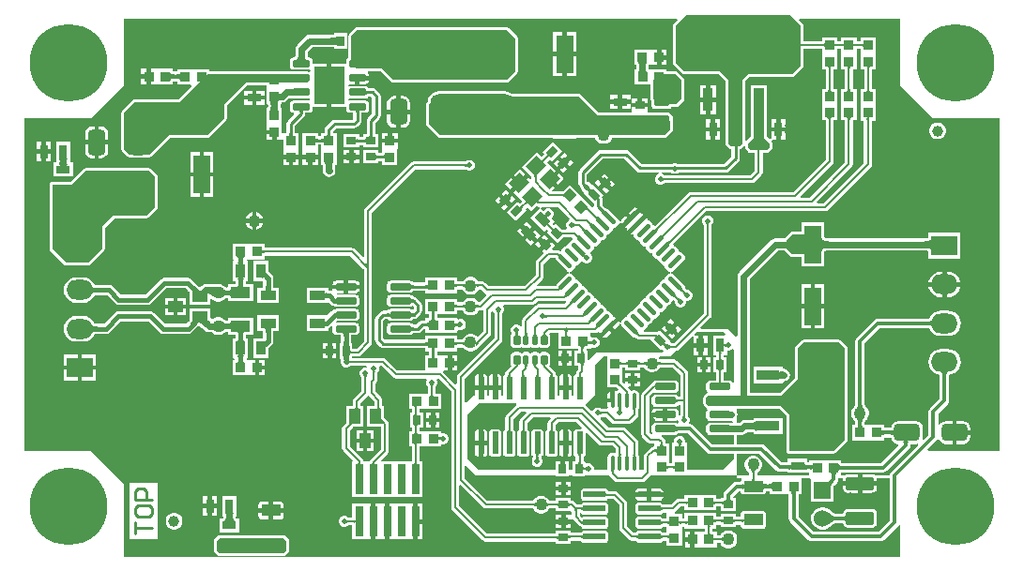
<source format=gtl>
G04*
G04 #@! TF.GenerationSoftware,Altium Limited,Altium Designer,21.4.1 (30)*
G04*
G04 Layer_Physical_Order=1*
G04 Layer_Color=255*
%FSLAX25Y25*%
%MOIN*%
G70*
G04*
G04 #@! TF.SameCoordinates,5F1AA903-488D-4DD6-8C3F-381C7BA84995*
G04*
G04*
G04 #@! TF.FilePolarity,Positive*
G04*
G01*
G75*
%ADD11C,0.00787*%
%ADD13C,0.01000*%
%ADD18C,0.04331*%
%ADD19R,0.05512X0.03937*%
G04:AMPARAMS|DCode=20|XSize=77.56mil|YSize=23.23mil|CornerRadius=2.9mil|HoleSize=0mil|Usage=FLASHONLY|Rotation=270.000|XOffset=0mil|YOffset=0mil|HoleType=Round|Shape=RoundedRectangle|*
%AMROUNDEDRECTD20*
21,1,0.07756,0.01742,0,0,270.0*
21,1,0.07175,0.02323,0,0,270.0*
1,1,0.00581,-0.00871,-0.03588*
1,1,0.00581,-0.00871,0.03588*
1,1,0.00581,0.00871,0.03588*
1,1,0.00581,0.00871,-0.03588*
%
%ADD20ROUNDEDRECTD20*%
%ADD21R,0.02953X0.05118*%
%ADD22R,0.02657X0.03445*%
%ADD23R,0.03445X0.03445*%
%ADD24R,0.03445X0.03445*%
%ADD25R,0.03445X0.02657*%
G04:AMPARAMS|DCode=26|XSize=91.73mil|YSize=61.02mil|CornerRadius=15.26mil|HoleSize=0mil|Usage=FLASHONLY|Rotation=270.000|XOffset=0mil|YOffset=0mil|HoleType=Round|Shape=RoundedRectangle|*
%AMROUNDEDRECTD26*
21,1,0.09173,0.03051,0,0,270.0*
21,1,0.06122,0.06102,0,0,270.0*
1,1,0.03051,-0.01526,-0.03061*
1,1,0.03051,-0.01526,0.03061*
1,1,0.03051,0.01526,0.03061*
1,1,0.03051,0.01526,-0.03061*
%
%ADD26ROUNDEDRECTD26*%
G04:AMPARAMS|DCode=27|XSize=59.06mil|YSize=17.72mil|CornerRadius=2.22mil|HoleSize=0mil|Usage=FLASHONLY|Rotation=315.000|XOffset=0mil|YOffset=0mil|HoleType=Round|Shape=RoundedRectangle|*
%AMROUNDEDRECTD27*
21,1,0.05906,0.01329,0,0,315.0*
21,1,0.05463,0.01772,0,0,315.0*
1,1,0.00443,0.01462,-0.02401*
1,1,0.00443,-0.02401,0.01462*
1,1,0.00443,-0.01462,0.02401*
1,1,0.00443,0.02401,-0.01462*
%
%ADD27ROUNDEDRECTD27*%
G04:AMPARAMS|DCode=28|XSize=59.06mil|YSize=17.72mil|CornerRadius=2.22mil|HoleSize=0mil|Usage=FLASHONLY|Rotation=45.000|XOffset=0mil|YOffset=0mil|HoleType=Round|Shape=RoundedRectangle|*
%AMROUNDEDRECTD28*
21,1,0.05906,0.01329,0,0,45.0*
21,1,0.05463,0.01772,0,0,45.0*
1,1,0.00443,0.02401,0.01462*
1,1,0.00443,-0.01462,-0.02401*
1,1,0.00443,-0.02401,-0.01462*
1,1,0.00443,0.01462,0.02401*
%
%ADD28ROUNDEDRECTD28*%
%ADD29R,0.02953X0.10827*%
G04:AMPARAMS|DCode=30|XSize=39.37mil|YSize=55.91mil|CornerRadius=4.92mil|HoleSize=0mil|Usage=FLASHONLY|Rotation=90.000|XOffset=0mil|YOffset=0mil|HoleType=Round|Shape=RoundedRectangle|*
%AMROUNDEDRECTD30*
21,1,0.03937,0.04606,0,0,90.0*
21,1,0.02953,0.05591,0,0,90.0*
1,1,0.00984,0.02303,0.01476*
1,1,0.00984,0.02303,-0.01476*
1,1,0.00984,-0.02303,-0.01476*
1,1,0.00984,-0.02303,0.01476*
%
%ADD30ROUNDEDRECTD30*%
G04:AMPARAMS|DCode=31|XSize=37.01mil|YSize=69.69mil|CornerRadius=2.59mil|HoleSize=0mil|Usage=FLASHONLY|Rotation=90.000|XOffset=0mil|YOffset=0mil|HoleType=Round|Shape=RoundedRectangle|*
%AMROUNDEDRECTD31*
21,1,0.03701,0.06450,0,0,90.0*
21,1,0.03183,0.06969,0,0,90.0*
1,1,0.00518,0.03225,0.01591*
1,1,0.00518,0.03225,-0.01591*
1,1,0.00518,-0.03225,-0.01591*
1,1,0.00518,-0.03225,0.01591*
%
%ADD31ROUNDEDRECTD31*%
G04:AMPARAMS|DCode=32|XSize=42.91mil|YSize=69.69mil|CornerRadius=3mil|HoleSize=0mil|Usage=FLASHONLY|Rotation=90.000|XOffset=0mil|YOffset=0mil|HoleType=Round|Shape=RoundedRectangle|*
%AMROUNDEDRECTD32*
21,1,0.04291,0.06368,0,0,90.0*
21,1,0.03691,0.06969,0,0,90.0*
1,1,0.00601,0.03184,0.01845*
1,1,0.00601,0.03184,-0.01845*
1,1,0.00601,-0.03184,-0.01845*
1,1,0.00601,-0.03184,0.01845*
%
%ADD32ROUNDEDRECTD32*%
%ADD33R,0.03740X0.08465*%
%ADD34R,0.12795X0.08465*%
G04:AMPARAMS|DCode=35|XSize=61.02mil|YSize=23.62mil|CornerRadius=2.95mil|HoleSize=0mil|Usage=FLASHONLY|Rotation=0.000|XOffset=0mil|YOffset=0mil|HoleType=Round|Shape=RoundedRectangle|*
%AMROUNDEDRECTD35*
21,1,0.06102,0.01772,0,0,0.0*
21,1,0.05512,0.02362,0,0,0.0*
1,1,0.00591,0.02756,-0.00886*
1,1,0.00591,-0.02756,-0.00886*
1,1,0.00591,-0.02756,0.00886*
1,1,0.00591,0.02756,0.00886*
%
%ADD35ROUNDEDRECTD35*%
%ADD36R,0.03937X0.05512*%
G04:AMPARAMS|DCode=37|XSize=118.11mil|YSize=295.28mil|CornerRadius=29.53mil|HoleSize=0mil|Usage=FLASHONLY|Rotation=90.000|XOffset=0mil|YOffset=0mil|HoleType=Round|Shape=RoundedRectangle|*
%AMROUNDEDRECTD37*
21,1,0.11811,0.23622,0,0,90.0*
21,1,0.05906,0.29528,0,0,90.0*
1,1,0.05906,0.11811,0.02953*
1,1,0.05906,0.11811,-0.02953*
1,1,0.05906,-0.11811,-0.02953*
1,1,0.05906,-0.11811,0.02953*
%
%ADD37ROUNDEDRECTD37*%
%ADD38R,0.05118X0.02953*%
%ADD39R,0.06890X0.03937*%
%ADD40R,0.03347X0.05118*%
%ADD41R,0.05709X0.03543*%
%ADD42R,0.08465X0.03740*%
%ADD43R,0.08465X0.12795*%
G04:AMPARAMS|DCode=44|XSize=91.73mil|YSize=61.02mil|CornerRadius=15.26mil|HoleSize=0mil|Usage=FLASHONLY|Rotation=0.000|XOffset=0mil|YOffset=0mil|HoleType=Round|Shape=RoundedRectangle|*
%AMROUNDEDRECTD44*
21,1,0.09173,0.03051,0,0,0.0*
21,1,0.06122,0.06102,0,0,0.0*
1,1,0.03051,0.03061,-0.01526*
1,1,0.03051,-0.03061,-0.01526*
1,1,0.03051,-0.03061,0.01526*
1,1,0.03051,0.03061,0.01526*
%
%ADD44ROUNDEDRECTD44*%
G04:AMPARAMS|DCode=45|XSize=74.8mil|YSize=23.62mil|CornerRadius=2.95mil|HoleSize=0mil|Usage=FLASHONLY|Rotation=0.000|XOffset=0mil|YOffset=0mil|HoleType=Round|Shape=RoundedRectangle|*
%AMROUNDEDRECTD45*
21,1,0.07480,0.01772,0,0,0.0*
21,1,0.06890,0.02362,0,0,0.0*
1,1,0.00591,0.03445,-0.00886*
1,1,0.00591,-0.03445,-0.00886*
1,1,0.00591,-0.03445,0.00886*
1,1,0.00591,0.03445,0.00886*
%
%ADD45ROUNDEDRECTD45*%
%ADD46R,0.06299X0.13780*%
G04:AMPARAMS|DCode=47|XSize=34.45mil|YSize=26.57mil|CornerRadius=0mil|HoleSize=0mil|Usage=FLASHONLY|Rotation=315.000|XOffset=0mil|YOffset=0mil|HoleType=Round|Shape=Rectangle|*
%AMROTATEDRECTD47*
4,1,4,-0.02158,0.00278,-0.00278,0.02158,0.02158,-0.00278,0.00278,-0.02158,-0.02158,0.00278,0.0*
%
%ADD47ROTATEDRECTD47*%

G04:AMPARAMS|DCode=48|XSize=35.43mil|YSize=24.02mil|CornerRadius=6mil|HoleSize=0mil|Usage=FLASHONLY|Rotation=90.000|XOffset=0mil|YOffset=0mil|HoleType=Round|Shape=RoundedRectangle|*
%AMROUNDEDRECTD48*
21,1,0.03543,0.01201,0,0,90.0*
21,1,0.02343,0.02402,0,0,90.0*
1,1,0.01201,0.00600,0.01171*
1,1,0.01201,0.00600,-0.01171*
1,1,0.01201,-0.00600,-0.01171*
1,1,0.01201,-0.00600,0.01171*
%
%ADD48ROUNDEDRECTD48*%
G04:AMPARAMS|DCode=49|XSize=35.43mil|YSize=20.87mil|CornerRadius=5.22mil|HoleSize=0mil|Usage=FLASHONLY|Rotation=90.000|XOffset=0mil|YOffset=0mil|HoleType=Round|Shape=RoundedRectangle|*
%AMROUNDEDRECTD49*
21,1,0.03543,0.01043,0,0,90.0*
21,1,0.02500,0.02087,0,0,90.0*
1,1,0.01043,0.00522,0.01250*
1,1,0.01043,0.00522,-0.01250*
1,1,0.01043,-0.00522,-0.01250*
1,1,0.01043,-0.00522,0.01250*
%
%ADD49ROUNDEDRECTD49*%
G04:AMPARAMS|DCode=50|XSize=45.28mil|YSize=98.43mil|CornerRadius=4.53mil|HoleSize=0mil|Usage=FLASHONLY|Rotation=270.000|XOffset=0mil|YOffset=0mil|HoleType=Round|Shape=RoundedRectangle|*
%AMROUNDEDRECTD50*
21,1,0.04528,0.08937,0,0,270.0*
21,1,0.03622,0.09843,0,0,270.0*
1,1,0.00906,-0.04469,-0.01811*
1,1,0.00906,-0.04469,0.01811*
1,1,0.00906,0.04469,0.01811*
1,1,0.00906,0.04469,-0.01811*
%
%ADD50ROUNDEDRECTD50*%
G04:AMPARAMS|DCode=51|XSize=51.18mil|YSize=29.53mil|CornerRadius=0mil|HoleSize=0mil|Usage=FLASHONLY|Rotation=135.000|XOffset=0mil|YOffset=0mil|HoleType=Round|Shape=Rectangle|*
%AMROTATEDRECTD51*
4,1,4,0.02854,-0.00766,0.00766,-0.02854,-0.02854,0.00766,-0.00766,0.02854,0.02854,-0.00766,0.0*
%
%ADD51ROTATEDRECTD51*%

G04:AMPARAMS|DCode=52|XSize=50.79mil|YSize=15.35mil|CornerRadius=4.07mil|HoleSize=0mil|Usage=FLASHONLY|Rotation=270.000|XOffset=0mil|YOffset=0mil|HoleType=Round|Shape=RoundedRectangle|*
%AMROUNDEDRECTD52*
21,1,0.05079,0.00722,0,0,270.0*
21,1,0.04265,0.01535,0,0,270.0*
1,1,0.00814,-0.00361,-0.02133*
1,1,0.00814,-0.00361,0.02133*
1,1,0.00814,0.00361,0.02133*
1,1,0.00814,0.00361,-0.02133*
%
%ADD52ROUNDEDRECTD52*%
G04:AMPARAMS|DCode=53|XSize=55.12mil|YSize=47.24mil|CornerRadius=0mil|HoleSize=0mil|Usage=FLASHONLY|Rotation=225.000|XOffset=0mil|YOffset=0mil|HoleType=Round|Shape=Rectangle|*
%AMROTATEDRECTD53*
4,1,4,0.00278,0.03619,0.03619,0.00278,-0.00278,-0.03619,-0.03619,-0.00278,0.00278,0.03619,0.0*
%
%ADD53ROTATEDRECTD53*%

%ADD54C,0.03937*%
G04:AMPARAMS|DCode=55|XSize=34.45mil|YSize=26.57mil|CornerRadius=0mil|HoleSize=0mil|Usage=FLASHONLY|Rotation=225.000|XOffset=0mil|YOffset=0mil|HoleType=Round|Shape=Rectangle|*
%AMROTATEDRECTD55*
4,1,4,0.00278,0.02158,0.02158,0.00278,-0.00278,-0.02158,-0.02158,-0.00278,0.00278,0.02158,0.0*
%
%ADD55ROTATEDRECTD55*%

%ADD56P,0.04872X4X270.0*%
G04:AMPARAMS|DCode=57|XSize=77.56mil|YSize=23.23mil|CornerRadius=2.9mil|HoleSize=0mil|Usage=FLASHONLY|Rotation=180.000|XOffset=0mil|YOffset=0mil|HoleType=Round|Shape=RoundedRectangle|*
%AMROUNDEDRECTD57*
21,1,0.07756,0.01742,0,0,180.0*
21,1,0.07175,0.02323,0,0,180.0*
1,1,0.00581,-0.03588,0.00871*
1,1,0.00581,0.03588,0.00871*
1,1,0.00581,0.03588,-0.00871*
1,1,0.00581,-0.03588,-0.00871*
%
%ADD57ROUNDEDRECTD57*%
%ADD104R,0.10827X0.13386*%
%ADD105C,0.01378*%
%ADD106C,0.01575*%
%ADD107C,0.02362*%
%ADD108C,0.00984*%
%ADD109R,0.06000X0.06000*%
%ADD110C,0.06000*%
%ADD111R,0.09449X0.07087*%
%ADD112O,0.09449X0.07087*%
%ADD113C,0.27559*%
%ADD114C,0.01968*%
G36*
X301943Y182776D02*
X301935Y182850D01*
X301911Y182917D01*
X301871Y182976D01*
X301815Y183028D01*
X301743Y183071D01*
X301656Y183106D01*
X301552Y183134D01*
X301432Y183153D01*
X301296Y183165D01*
X301144Y183169D01*
Y183957D01*
X301296Y183961D01*
X301432Y183973D01*
X301552Y183992D01*
X301656Y184020D01*
X301743Y184055D01*
X301815Y184098D01*
X301871Y184150D01*
X301911Y184209D01*
X301935Y184276D01*
X301943Y184350D01*
Y182776D01*
D02*
G37*
G36*
X298458Y184276D02*
X298482Y184209D01*
X298522Y184150D01*
X298578Y184098D01*
X298650Y184055D01*
X298738Y184020D01*
X298842Y183992D01*
X298962Y183973D01*
X299098Y183961D01*
X299250Y183957D01*
Y183169D01*
X299098Y183165D01*
X298962Y183153D01*
X298842Y183134D01*
X298738Y183106D01*
X298650Y183071D01*
X298578Y183028D01*
X298522Y182976D01*
X298482Y182917D01*
X298458Y182850D01*
X298450Y182776D01*
Y184350D01*
X298458Y184276D01*
D02*
G37*
G36*
X295054Y182776D02*
X295046Y182850D01*
X295022Y182917D01*
X294982Y182976D01*
X294926Y183028D01*
X294854Y183071D01*
X294766Y183106D01*
X294662Y183134D01*
X294542Y183153D01*
X294406Y183165D01*
X294254Y183169D01*
Y183957D01*
X294406Y183961D01*
X294542Y183973D01*
X294662Y183992D01*
X294766Y184020D01*
X294854Y184055D01*
X294926Y184098D01*
X294982Y184150D01*
X295022Y184209D01*
X295046Y184276D01*
X295054Y184350D01*
Y182776D01*
D02*
G37*
G36*
X291569Y184276D02*
X291593Y184209D01*
X291633Y184150D01*
X291688Y184098D01*
X291760Y184055D01*
X291848Y184020D01*
X291952Y183992D01*
X292072Y183973D01*
X292208Y183961D01*
X292360Y183957D01*
Y183169D01*
X292208Y183165D01*
X292072Y183153D01*
X291952Y183134D01*
X291848Y183106D01*
X291760Y183071D01*
X291688Y183028D01*
X291633Y182976D01*
X291593Y182917D01*
X291569Y182850D01*
X291561Y182776D01*
Y184350D01*
X291569Y184276D01*
D02*
G37*
G36*
X288164Y182776D02*
X288156Y182850D01*
X288132Y182917D01*
X288092Y182976D01*
X288036Y183028D01*
X287964Y183071D01*
X287876Y183106D01*
X287772Y183134D01*
X287652Y183153D01*
X287516Y183165D01*
X287364Y183169D01*
Y183957D01*
X287516Y183961D01*
X287652Y183972D01*
X287772Y183992D01*
X287876Y184020D01*
X287964Y184055D01*
X288036Y184098D01*
X288092Y184150D01*
X288132Y184209D01*
X288156Y184276D01*
X288164Y184350D01*
Y182776D01*
D02*
G37*
G36*
X304354Y175951D02*
X304287Y175927D01*
X304228Y175887D01*
X304177Y175831D01*
X304134Y175759D01*
X304098Y175671D01*
X304071Y175567D01*
X304051Y175447D01*
X304039Y175312D01*
X304035Y175160D01*
X303248D01*
X303244Y175312D01*
X303232Y175447D01*
X303213Y175567D01*
X303185Y175671D01*
X303150Y175759D01*
X303106Y175831D01*
X303055Y175887D01*
X302996Y175927D01*
X302929Y175951D01*
X302854Y175959D01*
X304429D01*
X304354Y175951D01*
D02*
G37*
G36*
X297465D02*
X297398Y175927D01*
X297339Y175887D01*
X297287Y175831D01*
X297244Y175759D01*
X297209Y175671D01*
X297181Y175567D01*
X297161Y175447D01*
X297150Y175312D01*
X297146Y175160D01*
X296358D01*
X296354Y175312D01*
X296342Y175447D01*
X296323Y175567D01*
X296295Y175671D01*
X296260Y175759D01*
X296217Y175831D01*
X296165Y175887D01*
X296106Y175927D01*
X296039Y175951D01*
X295965Y175959D01*
X297539D01*
X297465Y175951D01*
D02*
G37*
G36*
X290575D02*
X290508Y175927D01*
X290449Y175887D01*
X290398Y175831D01*
X290354Y175759D01*
X290319Y175671D01*
X290291Y175567D01*
X290272Y175447D01*
X290260Y175312D01*
X290256Y175160D01*
X289469D01*
X289465Y175312D01*
X289453Y175447D01*
X289433Y175567D01*
X289405Y175671D01*
X289370Y175759D01*
X289327Y175831D01*
X289276Y175887D01*
X289216Y175927D01*
X289150Y175951D01*
X289075Y175959D01*
X290650D01*
X290575Y175951D01*
D02*
G37*
G36*
X290260Y167700D02*
X290272Y167564D01*
X290291Y167445D01*
X290319Y167341D01*
X290354Y167253D01*
X290398Y167181D01*
X290449Y167125D01*
X290508Y167085D01*
X290575Y167061D01*
X290650Y167053D01*
X289075D01*
X289150Y167061D01*
X289216Y167085D01*
X289276Y167125D01*
X289327Y167181D01*
X289370Y167253D01*
X289405Y167341D01*
X289433Y167445D01*
X289453Y167564D01*
X289465Y167700D01*
X289469Y167852D01*
X290256D01*
X290260Y167700D01*
D02*
G37*
G36*
X297150Y167700D02*
X297161Y167564D01*
X297181Y167445D01*
X297209Y167341D01*
X297244Y167253D01*
X297287Y167181D01*
X297339Y167125D01*
X297398Y167085D01*
X297465Y167061D01*
X297539Y167053D01*
X295965D01*
X296039Y167061D01*
X296106Y167085D01*
X296165Y167125D01*
X296217Y167181D01*
X296260Y167253D01*
X296295Y167341D01*
X296323Y167445D01*
X296342Y167564D01*
X296354Y167700D01*
X296358Y167852D01*
X297146D01*
X297150Y167700D01*
D02*
G37*
G36*
X304039Y167674D02*
X304051Y167538D01*
X304071Y167419D01*
X304098Y167315D01*
X304134Y167227D01*
X304177Y167155D01*
X304228Y167099D01*
X304287Y167059D01*
X304354Y167035D01*
X304429Y167027D01*
X302854D01*
X302929Y167035D01*
X302996Y167059D01*
X303055Y167099D01*
X303106Y167155D01*
X303150Y167227D01*
X303185Y167315D01*
X303213Y167419D01*
X303232Y167538D01*
X303244Y167674D01*
X303248Y167826D01*
X304035D01*
X304039Y167674D01*
D02*
G37*
G36*
X290575Y157730D02*
X290508Y157707D01*
X290449Y157668D01*
X290398Y157612D01*
X290354Y157542D01*
X290319Y157455D01*
X290291Y157352D01*
X290272Y157234D01*
X290260Y157101D01*
X290256Y156951D01*
X289469D01*
X289465Y157101D01*
X289453Y157234D01*
X289433Y157352D01*
X289405Y157455D01*
X289370Y157542D01*
X289327Y157612D01*
X289276Y157668D01*
X289217Y157707D01*
X289150Y157730D01*
X289075Y157738D01*
X290650D01*
X290575Y157730D01*
D02*
G37*
G36*
X297465Y157730D02*
X297398Y157707D01*
X297339Y157668D01*
X297287Y157612D01*
X297244Y157542D01*
X297209Y157455D01*
X297181Y157352D01*
X297161Y157234D01*
X297150Y157100D01*
X297146Y156951D01*
X296358D01*
X296354Y157100D01*
X296342Y157234D01*
X296323Y157352D01*
X296295Y157455D01*
X296260Y157542D01*
X296217Y157612D01*
X296165Y157668D01*
X296106Y157707D01*
X296039Y157730D01*
X295965Y157738D01*
X297539D01*
X297465Y157730D01*
D02*
G37*
G36*
X304217Y157704D02*
X304150Y157681D01*
X304091Y157641D01*
X304039Y157586D01*
X303996Y157516D01*
X303961Y157429D01*
X303933Y157326D01*
X303913Y157208D01*
X303902Y157075D01*
X303898Y156925D01*
X303110D01*
X303106Y157075D01*
X303095Y157208D01*
X303075Y157326D01*
X303047Y157429D01*
X303012Y157516D01*
X302969Y157586D01*
X302917Y157641D01*
X302858Y157681D01*
X302791Y157704D01*
X302717Y157712D01*
X304291D01*
X304217Y157704D01*
D02*
G37*
G36*
X287156Y180864D02*
X287156Y180856D01*
Y180364D01*
X287156Y180356D01*
Y174951D01*
X288457D01*
Y168061D01*
X287156D01*
Y162655D01*
X287156Y162648D01*
Y162155D01*
X287156Y162148D01*
Y156742D01*
X288457D01*
Y142806D01*
X276977Y131326D01*
X240534D01*
X239997Y131219D01*
X239541Y130915D01*
X227907Y119281D01*
X227374Y119443D01*
X227348Y119528D01*
X227339Y119575D01*
X227072Y119974D01*
X226133Y120914D01*
X225734Y121180D01*
X225264Y121274D01*
X225137Y121758D01*
X225127Y121808D01*
X224926Y122108D01*
X222132Y119314D01*
X219337Y116519D01*
X219637Y116319D01*
X219687Y116309D01*
X220172Y116182D01*
X220265Y115711D01*
X220532Y115312D01*
X221471Y114373D01*
X221870Y114106D01*
X221917Y114097D01*
X222354Y113968D01*
X222483Y113531D01*
X222492Y113484D01*
X222759Y113085D01*
X223698Y112146D01*
X224097Y111879D01*
X224144Y111870D01*
X224581Y111741D01*
X224710Y111304D01*
X224720Y111257D01*
X224986Y110858D01*
X225925Y109919D01*
X226324Y109652D01*
X226372Y109643D01*
X226808Y109514D01*
X226937Y109077D01*
X226947Y109030D01*
X227213Y108631D01*
X228153Y107692D01*
X228551Y107425D01*
X228599Y107416D01*
X229035Y107287D01*
X229164Y106850D01*
X229174Y106803D01*
X229440Y106404D01*
X230380Y105464D01*
X230779Y105198D01*
X230826Y105189D01*
X231262Y105059D01*
X231391Y104623D01*
X231401Y104576D01*
X231667Y104177D01*
X232607Y103237D01*
X233006Y102971D01*
X233257Y102921D01*
Y102411D01*
X233006Y102361D01*
X232607Y102094D01*
X231667Y101155D01*
X231401Y100756D01*
X231391Y100709D01*
X231262Y100272D01*
X230826Y100143D01*
X230779Y100134D01*
X230380Y99867D01*
X229440Y98928D01*
X229174Y98529D01*
X229164Y98482D01*
X229035Y98045D01*
X228599Y97916D01*
X228551Y97907D01*
X228153Y97640D01*
X227213Y96701D01*
X226947Y96302D01*
X226937Y96255D01*
X226808Y95818D01*
X226372Y95689D01*
X226324Y95680D01*
X225925Y95413D01*
X224986Y94474D01*
X224720Y94075D01*
X224710Y94028D01*
X224581Y93591D01*
X224144Y93462D01*
X224097Y93453D01*
X223698Y93186D01*
X222759Y92247D01*
X222492Y91848D01*
X222483Y91800D01*
X222354Y91364D01*
X221917Y91235D01*
X221870Y91225D01*
X221471Y90959D01*
X220532Y90019D01*
X220265Y89621D01*
X220256Y89573D01*
X220127Y89137D01*
X219690Y89008D01*
X219643Y88998D01*
X219244Y88732D01*
X218305Y87792D01*
X218038Y87393D01*
X218029Y87346D01*
X217900Y86910D01*
X217463Y86781D01*
X217416Y86771D01*
X217017Y86505D01*
X216077Y85565D01*
X215811Y85166D01*
X215769Y84955D01*
X215259Y84955D01*
X215216Y85172D01*
X215016Y85472D01*
X212778Y83234D01*
X213572Y82441D01*
X214946Y83815D01*
X215216Y84219D01*
X215259Y84437D01*
X215769Y84437D01*
X215811Y84225D01*
X216077Y83827D01*
X219940Y79964D01*
X220339Y79698D01*
X220809Y79604D01*
X220961Y79634D01*
X221372Y79223D01*
X221828Y78918D01*
X222366Y78812D01*
X226281D01*
X230002Y75091D01*
X230165Y75254D01*
X230615Y75164D01*
X230968Y74811D01*
X230761Y74311D01*
X207185D01*
X204317Y71443D01*
X203855Y71634D01*
Y73829D01*
X203858Y73844D01*
X203855Y73860D01*
Y74852D01*
X203472D01*
Y75403D01*
X204996D01*
Y75583D01*
X205497Y75917D01*
X205809Y75787D01*
X206592D01*
X207316Y76087D01*
X207870Y76641D01*
X208169Y77364D01*
Y78148D01*
X207870Y78871D01*
X207316Y79425D01*
X206592Y79724D01*
X205809D01*
X205497Y79595D01*
X204996Y79929D01*
Y80817D01*
X204996D01*
X205104Y81272D01*
X206653D01*
X207191Y81379D01*
X207540Y81613D01*
X207901Y81531D01*
X208083Y81422D01*
X208103Y81346D01*
X208113Y81296D01*
X208313Y80997D01*
X211108Y83791D01*
X213902Y86586D01*
X213602Y86786D01*
X213552Y86796D01*
X213068Y86923D01*
X212974Y87393D01*
X212708Y87792D01*
X211768Y88732D01*
X211369Y88998D01*
X211322Y89008D01*
X210886Y89137D01*
X210756Y89573D01*
X210747Y89621D01*
X210480Y90019D01*
X209541Y90959D01*
X209142Y91225D01*
X209095Y91235D01*
X208658Y91364D01*
X208529Y91800D01*
X208520Y91848D01*
X208253Y92247D01*
X207314Y93186D01*
X206915Y93453D01*
X206868Y93462D01*
X206431Y93591D01*
X206302Y94028D01*
X206293Y94075D01*
X206026Y94474D01*
X205087Y95413D01*
X204688Y95680D01*
X204641Y95689D01*
X204204Y95818D01*
X204075Y96255D01*
X204066Y96302D01*
X203799Y96701D01*
X202860Y97640D01*
X202461Y97907D01*
X202414Y97916D01*
X201977Y98045D01*
X201848Y98482D01*
X201838Y98529D01*
X201572Y98928D01*
X200633Y99867D01*
X200234Y100134D01*
X200186Y100143D01*
X199750Y100272D01*
X199621Y100709D01*
X199611Y100756D01*
X199345Y101155D01*
X198405Y102094D01*
X198007Y102361D01*
X197755Y102411D01*
Y102921D01*
X198007Y102971D01*
X198405Y103237D01*
X199345Y104177D01*
X199611Y104576D01*
X199621Y104623D01*
X199750Y105059D01*
X200186Y105189D01*
X200234Y105198D01*
X200633Y105464D01*
X201572Y106404D01*
X201607Y106456D01*
X202251Y106520D01*
X202452Y106319D01*
X203176Y106019D01*
X203959D01*
X204682Y106319D01*
X205236Y106872D01*
X205536Y107596D01*
Y108379D01*
X205236Y109102D01*
X205047Y109291D01*
X205087Y109919D01*
X206026Y110858D01*
X206293Y111257D01*
X206302Y111304D01*
X206431Y111741D01*
X206868Y111870D01*
X206915Y111879D01*
X207314Y112146D01*
X208253Y113085D01*
X208520Y113484D01*
X208529Y113531D01*
X208658Y113968D01*
X209095Y114097D01*
X209142Y114106D01*
X209541Y114373D01*
X210480Y115312D01*
X210747Y115711D01*
X210756Y115758D01*
X210886Y116195D01*
X211322Y116324D01*
X211369Y116333D01*
X211768Y116600D01*
X212708Y117540D01*
X212974Y117938D01*
X212983Y117985D01*
X213113Y118422D01*
X213549Y118551D01*
X213596Y118561D01*
X213995Y118827D01*
X214935Y119767D01*
X215201Y120165D01*
X215243Y120377D01*
X215753Y120377D01*
X215796Y120159D01*
X215997Y119860D01*
X218234Y122097D01*
X217441Y122891D01*
X216066Y121517D01*
X215796Y121113D01*
X215753Y120895D01*
X215243Y120895D01*
X215201Y121106D01*
X214935Y121505D01*
X211072Y125368D01*
X210673Y125634D01*
X210589Y125651D01*
X210587Y125652D01*
X210451Y125679D01*
X210320Y125722D01*
X210261Y125717D01*
X210203Y125729D01*
X210182Y125724D01*
X210085Y125806D01*
X209183Y126708D01*
Y128837D01*
X209068Y129413D01*
X209052Y129437D01*
X209700Y130085D01*
X205872Y133913D01*
X205859Y133900D01*
X205409Y133989D01*
X204855Y134543D01*
X204132Y134843D01*
X203901D01*
X203895Y134848D01*
X203769Y134974D01*
Y137664D01*
X209285Y143180D01*
X216896D01*
X221376Y138699D01*
X221865Y138373D01*
X222441Y138259D01*
X229343D01*
X229431Y137795D01*
X228708Y137496D01*
X228154Y136942D01*
X227854Y136218D01*
Y135435D01*
X228154Y134712D01*
X228708Y134158D01*
X229431Y133858D01*
X230214D01*
X230938Y134158D01*
X231142Y134362D01*
X231211Y134405D01*
X231228Y134421D01*
X231232Y134422D01*
X262303D01*
X262841Y134529D01*
X263297Y134833D01*
X265757Y137294D01*
X266062Y137750D01*
X266169Y138287D01*
Y145158D01*
X267717D01*
X268101Y145234D01*
X268426Y145452D01*
X269410Y146436D01*
X269628Y146762D01*
X269704Y147146D01*
Y148622D01*
X269628Y149006D01*
X269410Y149332D01*
X269258Y149484D01*
X269465Y149984D01*
X269543Y149984D01*
Y149984D01*
X269558Y149984D01*
X270866D01*
Y152756D01*
X269177D01*
X269177Y150365D01*
Y150350D01*
Y150350D01*
X269177Y150272D01*
X269044Y150217D01*
X268677Y150065D01*
X267736Y151006D01*
X267736Y168307D01*
X267729Y168343D01*
Y169374D01*
X262020D01*
Y168918D01*
X261868Y168691D01*
X261792Y168307D01*
Y151006D01*
X260362Y149576D01*
X259862Y149783D01*
X259862Y170844D01*
X261243Y172225D01*
X276575D01*
X276959Y172301D01*
X277284Y172519D01*
X280237Y175471D01*
X280455Y175797D01*
X280531Y176181D01*
Y182158D01*
X287156D01*
Y180864D01*
D02*
G37*
G36*
X275591Y194390D02*
X279528Y190453D01*
Y176181D01*
X276575Y173228D01*
X260827D01*
X258858Y171260D01*
X258858Y148622D01*
X257874Y147638D01*
X254921D01*
X253937Y148622D01*
Y171260D01*
X250984Y174213D01*
X238189D01*
X235236Y177165D01*
X235236Y190453D01*
X239173Y194390D01*
X275591Y194390D01*
D02*
G37*
G36*
X266732Y150591D02*
X268701Y148622D01*
Y147146D01*
X267717Y146161D01*
X261811D01*
X260827Y147146D01*
Y148622D01*
X262795Y150591D01*
Y168307D01*
X266732D01*
X266732Y150591D01*
D02*
G37*
G36*
X190743Y143962D02*
X190684Y144009D01*
X190620Y144039D01*
X190550Y144053D01*
X190474Y144049D01*
X190393Y144029D01*
X190305Y143992D01*
X190212Y143938D01*
X190114Y143867D01*
X190009Y143779D01*
X189899Y143675D01*
X189342Y144232D01*
X189447Y144342D01*
X189535Y144446D01*
X189605Y144545D01*
X189660Y144638D01*
X189697Y144725D01*
X189717Y144807D01*
X189720Y144882D01*
X189707Y144952D01*
X189676Y145017D01*
X189629Y145075D01*
X190743Y143962D01*
D02*
G37*
G36*
X188749Y142525D02*
X188644Y142414D01*
X188557Y142310D01*
X188486Y142211D01*
X188432Y142118D01*
X188395Y142031D01*
X188374Y141950D01*
X188371Y141874D01*
X188384Y141804D01*
X188415Y141739D01*
X188462Y141681D01*
X187348Y142795D01*
X187407Y142747D01*
X187471Y142717D01*
X187541Y142703D01*
X187617Y142707D01*
X187699Y142727D01*
X187786Y142764D01*
X187879Y142818D01*
X187978Y142889D01*
X188082Y142977D01*
X188192Y143081D01*
X188749Y142525D01*
D02*
G37*
G36*
X235816Y192451D02*
X234527Y191162D01*
X234309Y190837D01*
X234233Y190453D01*
X234233Y177165D01*
X234309Y176781D01*
X234527Y176456D01*
X237479Y173503D01*
X237805Y173285D01*
X238189Y173209D01*
X250569D01*
X252934Y170844D01*
Y148622D01*
X253010Y148238D01*
X253227Y147912D01*
X254212Y146928D01*
X254537Y146711D01*
X254921Y146634D01*
X254986D01*
Y143926D01*
X252329Y141269D01*
X236208D01*
X236195Y141270D01*
X236194Y141270D01*
X236091Y141373D01*
X235367Y141673D01*
X234584D01*
X233861Y141373D01*
X233758Y141270D01*
X233757Y141270D01*
X233744Y141269D01*
X223064D01*
X218584Y145749D01*
X218096Y146076D01*
X217520Y146190D01*
X208661D01*
X208085Y146076D01*
X207597Y145749D01*
X201199Y139352D01*
X200873Y138863D01*
X200759Y138287D01*
Y134350D01*
X200873Y133774D01*
X201199Y133286D01*
X201772Y132714D01*
Y132483D01*
X202071Y131759D01*
X202625Y131205D01*
X202715Y130755D01*
X202601Y130642D01*
X206172Y127071D01*
Y126085D01*
X206174Y126076D01*
X205708Y125854D01*
X205599Y125984D01*
Y125984D01*
X204926Y126658D01*
X204906Y126688D01*
X204874Y126710D01*
X201772Y129812D01*
X201424Y130160D01*
X197596Y133988D01*
X195286Y131678D01*
X195255Y131657D01*
X195234Y131626D01*
X195188Y131580D01*
X195011Y131565D01*
X191599D01*
X191408Y132027D01*
X192273Y132893D01*
X189896Y135270D01*
X190453Y135827D01*
X189896Y136383D01*
X192552Y139039D01*
X190731Y140860D01*
X190720Y140849D01*
X189612Y141957D01*
X190466Y142812D01*
X191109Y142170D01*
X194936Y145998D01*
X191665Y149269D01*
X187838Y145441D01*
X188479Y144799D01*
X187625Y143944D01*
X185998Y145570D01*
X180709Y140281D01*
X184021Y136969D01*
X184035Y136799D01*
Y135960D01*
X183573Y135769D01*
X182808Y136534D01*
X180152Y133878D01*
X177497Y131222D01*
X179317Y129402D01*
X179328Y129413D01*
X180690Y128051D01*
X179808Y127169D01*
X178970Y128007D01*
X175142Y124179D01*
X178413Y120908D01*
X182241Y124736D01*
X181795Y125182D01*
X182677Y126064D01*
X184050Y124691D01*
X185726Y126367D01*
X186032Y126163D01*
X186570Y126056D01*
X186775D01*
X186982Y125556D01*
X183723Y122296D01*
X188734Y117285D01*
X189505Y118056D01*
X190006Y117554D01*
X189364Y116912D01*
X193192Y113084D01*
X195196Y115088D01*
X195216Y115100D01*
X195241Y115133D01*
X195326Y115218D01*
X195466Y115229D01*
X198426D01*
X198597Y115012D01*
X198607Y114908D01*
X198468Y114412D01*
X198198Y114232D01*
X197258Y113293D01*
X196992Y112894D01*
X196983Y112847D01*
X196853Y112410D01*
X196417Y112281D01*
X196370Y112272D01*
X195971Y112005D01*
X195031Y111066D01*
X194765Y110667D01*
X194755Y110620D01*
X194729Y110530D01*
X194604Y110442D01*
X194189Y110335D01*
X193868Y110550D01*
X193330Y110657D01*
X191440D01*
X191249Y111119D01*
X192448Y112319D01*
X191080Y113687D01*
X189434Y112040D01*
X187787Y110394D01*
X188451Y109729D01*
X186014Y107293D01*
X185710Y106837D01*
X185603Y106299D01*
Y101960D01*
X181505Y97862D01*
X168889D01*
X167686Y99064D01*
X167231Y99369D01*
X166693Y99476D01*
X165148D01*
X164922Y99867D01*
X164336Y100453D01*
X163617Y100868D01*
X162816Y101083D01*
X161987D01*
X161186Y100868D01*
X160468Y100453D01*
X159881Y99867D01*
X159655Y99476D01*
X157700D01*
Y100778D01*
X152295D01*
X152287Y100778D01*
X151795D01*
X151787Y100778D01*
X146381D01*
Y99112D01*
X142005D01*
X141808Y99407D01*
X141385Y99690D01*
X140886Y99789D01*
X133996D01*
X133497Y99690D01*
X133074Y99407D01*
X132791Y98984D01*
X132692Y98484D01*
Y96713D01*
X132791Y96213D01*
X133074Y95790D01*
X133497Y95507D01*
X133996Y95408D01*
X140886D01*
X141385Y95507D01*
X141808Y95790D01*
X142005Y96085D01*
X146381D01*
Y95364D01*
X151787D01*
X151795Y95364D01*
X152287D01*
X152295Y95364D01*
X157700D01*
Y96666D01*
X159496D01*
X159881Y95999D01*
X160468Y95413D01*
X161186Y94998D01*
X161987Y94784D01*
X162816D01*
X163617Y94998D01*
X164336Y95413D01*
X164922Y95999D01*
X165307Y96666D01*
X166111D01*
X167314Y95463D01*
X167769Y95159D01*
X167926Y94618D01*
X165589Y92281D01*
X165005Y92341D01*
X164922Y92485D01*
X164336Y93072D01*
X163617Y93486D01*
X162816Y93701D01*
X161987D01*
X161186Y93486D01*
X160468Y93072D01*
X159881Y92485D01*
X159655Y92094D01*
X157700D01*
Y93396D01*
X152295D01*
X152287Y93396D01*
X151795D01*
X151787Y93396D01*
X146381D01*
Y87982D01*
X147575D01*
Y86722D01*
X146433D01*
Y85667D01*
X145177D01*
X144598Y85552D01*
X144107Y85224D01*
X144107Y85224D01*
X142995Y84112D01*
X142005D01*
X141808Y84407D01*
X141385Y84689D01*
X140886Y84789D01*
X133996D01*
X133497Y84689D01*
X133074Y84407D01*
X132791Y83983D01*
X132692Y83484D01*
Y81713D01*
X132791Y81213D01*
X133074Y80790D01*
X133497Y80507D01*
X133996Y80408D01*
X140886D01*
X141385Y80507D01*
X141808Y80790D01*
X142005Y81085D01*
X143622D01*
X143622Y81085D01*
X144201Y81200D01*
X144692Y81528D01*
X145804Y82640D01*
X146433D01*
Y81309D01*
X151839D01*
X151847Y81309D01*
X152339D01*
X152347Y81309D01*
X157752D01*
Y81978D01*
X158168Y82256D01*
X158380Y82168D01*
X159163D01*
X159887Y82468D01*
X160441Y83021D01*
X160740Y83745D01*
Y84528D01*
X160441Y85251D01*
X159887Y85805D01*
X159163Y86105D01*
X158380D01*
X158168Y86017D01*
X157752Y86295D01*
Y86722D01*
X152347D01*
X152339Y86722D01*
X151847D01*
X151839Y86722D01*
X150601D01*
Y87982D01*
X151787D01*
X151795Y87982D01*
X152287D01*
X152295Y87982D01*
X157700D01*
Y89284D01*
X159496D01*
X159881Y88617D01*
X160468Y88031D01*
X161186Y87616D01*
X161987Y87402D01*
X162816D01*
X163617Y87616D01*
X164336Y88031D01*
X164922Y88617D01*
X165307Y89284D01*
X165984D01*
X166402Y89367D01*
X166774Y89161D01*
X166902Y89044D01*
Y81783D01*
X164866Y79746D01*
X164336Y80276D01*
X163617Y80691D01*
X162816Y80905D01*
X161987D01*
X161186Y80691D01*
X160468Y80276D01*
X159881Y79690D01*
X159467Y78972D01*
X159422Y78807D01*
X157700D01*
Y80108D01*
X152287D01*
Y80108D01*
X151795D01*
Y80108D01*
X146381D01*
Y78777D01*
X132025D01*
X131435Y79367D01*
Y85495D01*
X132025Y86085D01*
X132877D01*
X133074Y85790D01*
X133497Y85507D01*
X133996Y85408D01*
X140886D01*
X141385Y85507D01*
X141808Y85790D01*
X142005Y86085D01*
X142224D01*
X142224Y86085D01*
X142804Y86200D01*
X143295Y86528D01*
X144771Y88005D01*
X144771Y88005D01*
X145099Y88496D01*
X145214Y89075D01*
Y91043D01*
X145214Y91043D01*
X145099Y91622D01*
X144771Y92113D01*
X144771Y92113D01*
X143216Y93669D01*
X142725Y93997D01*
X142146Y94112D01*
X142146Y94112D01*
X142005D01*
X141808Y94407D01*
X141385Y94690D01*
X140886Y94789D01*
X133996D01*
X133497Y94690D01*
X133074Y94407D01*
X132791Y93984D01*
X132692Y93484D01*
Y91713D01*
X132791Y91213D01*
X133074Y90790D01*
X133497Y90507D01*
X133996Y90408D01*
X140886D01*
X141385Y90507D01*
X141808Y90790D01*
X141813Y90791D01*
X142188Y90417D01*
Y89732D01*
X141813Y89406D01*
X141808Y89407D01*
X141385Y89689D01*
X140886Y89789D01*
X133996D01*
X133497Y89689D01*
X133074Y89407D01*
X132877Y89112D01*
X131398D01*
X131398Y89112D01*
X130818Y88997D01*
X130327Y88669D01*
X130327Y88669D01*
X128851Y87192D01*
X128523Y86701D01*
X128408Y86122D01*
X128408Y86122D01*
Y78740D01*
X128408Y78740D01*
X128523Y78161D01*
X128851Y77670D01*
X130327Y76194D01*
X130327Y76194D01*
X130818Y75866D01*
X131398Y75750D01*
X131398Y75750D01*
X146381D01*
Y74695D01*
X147575D01*
Y73219D01*
X146381D01*
Y67842D01*
X136409D01*
X132282Y71969D01*
X131826Y72273D01*
X131289Y72380D01*
X120423D01*
Y72906D01*
X122539D01*
X123077Y73013D01*
X123533Y73318D01*
X126978Y76762D01*
X127282Y77218D01*
X127389Y77756D01*
Y104331D01*
Y123926D01*
X142806Y139343D01*
X160500D01*
X160504Y139342D01*
X160521Y139326D01*
X160591Y139283D01*
X160794Y139079D01*
X161518Y138779D01*
X162301D01*
X163024Y139079D01*
X163578Y139633D01*
X163878Y140357D01*
Y141140D01*
X163578Y141863D01*
X163024Y142417D01*
X162301Y142717D01*
X161518D01*
X160794Y142417D01*
X160591Y142213D01*
X160521Y142170D01*
X160504Y142154D01*
X160500Y142153D01*
X142224D01*
X141687Y142046D01*
X141231Y141742D01*
X124991Y125501D01*
X124686Y125046D01*
X124579Y124508D01*
Y108376D01*
X124117Y108185D01*
X121210Y111092D01*
X120754Y111396D01*
X120217Y111503D01*
X89347D01*
Y112805D01*
X83941D01*
X83934Y112805D01*
X83441D01*
X83434Y112805D01*
X78028D01*
Y107392D01*
X78183D01*
X78355Y107096D01*
X78184Y106800D01*
X77947D01*
Y99713D01*
X78873D01*
X78895Y99579D01*
X78904Y99478D01*
Y98664D01*
X78895Y98565D01*
X78872Y98427D01*
X76281D01*
Y97712D01*
X76268Y97686D01*
X76106Y97519D01*
X75781Y97346D01*
X75756Y97352D01*
X75616Y97399D01*
X75483Y97454D01*
X75358Y97519D01*
X75238Y97594D01*
X75121Y97681D01*
X74980Y97804D01*
X74927Y97835D01*
X74769Y97993D01*
X74050Y98407D01*
X73249Y98622D01*
X72420D01*
X72268Y98581D01*
X71850Y98664D01*
X68421D01*
X67576Y98496D01*
X66860Y98018D01*
X66242Y97400D01*
X66221Y97412D01*
X66055Y97525D01*
X65676Y97839D01*
X63234Y100281D01*
X62648Y100673D01*
X61957Y100810D01*
X53728D01*
X53037Y100673D01*
X52451Y100281D01*
X46988Y94818D01*
X38150D01*
X35234Y97734D01*
X34648Y98126D01*
X33957Y98263D01*
X29407D01*
X29261Y98274D01*
X29053Y98303D01*
X28927Y98331D01*
X28758Y98740D01*
X28032Y99686D01*
X27086Y100411D01*
X25985Y100868D01*
X24803Y101023D01*
X22441D01*
X21259Y100868D01*
X20158Y100411D01*
X19212Y99686D01*
X18486Y98740D01*
X18030Y97639D01*
X17874Y96457D01*
X18030Y95275D01*
X18486Y94173D01*
X19212Y93228D01*
X20158Y92502D01*
X21259Y92046D01*
X22441Y91890D01*
X24803D01*
X25985Y92046D01*
X27086Y92502D01*
X28032Y93228D01*
X28758Y94173D01*
X28927Y94583D01*
X29036Y94607D01*
X29452Y94650D01*
X33209D01*
X36124Y91734D01*
X36710Y91343D01*
X37402Y91205D01*
X47736D01*
X48428Y91343D01*
X49014Y91734D01*
X54477Y97198D01*
X61208D01*
X62060Y96346D01*
X62364Y96022D01*
X62567Y95775D01*
Y91390D01*
X70047D01*
Y93092D01*
X70176Y93209D01*
X70547Y93306D01*
X70901Y92952D01*
X71619Y92537D01*
X72420Y92323D01*
X73249D01*
X74050Y92537D01*
X74769Y92952D01*
X74929Y93112D01*
X74982Y93143D01*
X75124Y93267D01*
X75240Y93353D01*
X75360Y93428D01*
X75485Y93493D01*
X75617Y93549D01*
X75758Y93595D01*
X75781Y93601D01*
X76108Y93426D01*
X76269Y93260D01*
X76281Y93235D01*
Y92521D01*
X85140D01*
Y98427D01*
X82549D01*
X82525Y98565D01*
X82517Y98664D01*
Y99481D01*
X82525Y99578D01*
X82547Y99713D01*
X83261D01*
Y100670D01*
X83269Y100706D01*
X83261Y100743D01*
Y100801D01*
X83263Y100817D01*
X83261Y100822D01*
Y105691D01*
X83263Y105696D01*
X83261Y105713D01*
Y105770D01*
X83269Y105808D01*
X83261Y105843D01*
Y106800D01*
X83240D01*
X83065Y107102D01*
X83233Y107392D01*
X83434D01*
X83441Y107392D01*
X83934D01*
X83941Y107392D01*
X89347D01*
Y108694D01*
X119635D01*
X124403Y103925D01*
X124426Y103896D01*
X124465Y103839D01*
X124497Y103782D01*
X124523Y103726D01*
X124545Y103667D01*
X124562Y103604D01*
X124575Y103536D01*
X124579Y103499D01*
Y78338D01*
X121957Y75716D01*
X120423D01*
Y76477D01*
X120431Y76514D01*
X120423Y76550D01*
Y77510D01*
X119933D01*
X119917Y77711D01*
Y80193D01*
X119925Y80294D01*
X119944Y80408D01*
X121555D01*
X122054Y80507D01*
X122478Y80790D01*
X122760Y81213D01*
X122860Y81713D01*
Y83484D01*
X122760Y83983D01*
X122478Y84407D01*
X122054Y84689D01*
X121555Y84789D01*
X115016D01*
X114997Y84800D01*
X114755Y85289D01*
X114846Y85408D01*
X121555D01*
X122054Y85507D01*
X122478Y85790D01*
X122760Y86213D01*
X122860Y86713D01*
Y88484D01*
X122760Y88984D01*
X122478Y89407D01*
X122054Y89689D01*
X121555Y89789D01*
X114665D01*
X114166Y89689D01*
X113743Y89407D01*
X113675Y89306D01*
X113482Y89267D01*
X112896Y88876D01*
X111422Y87402D01*
X104232D01*
Y81890D01*
X111909D01*
Y82976D01*
X111912Y82977D01*
X112498Y83368D01*
X112910Y83780D01*
X113371Y83534D01*
X113361Y83484D01*
Y81713D01*
X113460Y81213D01*
X113743Y80790D01*
X114166Y80507D01*
X114665Y80408D01*
X116276D01*
X116295Y80294D01*
X116304Y80193D01*
Y77694D01*
X116300Y77596D01*
X116291Y77510D01*
X115797D01*
Y76550D01*
X115790Y76514D01*
X115797Y76477D01*
Y73129D01*
X115790Y73093D01*
X115797Y73056D01*
Y72097D01*
X116025D01*
X116252Y71596D01*
X116157Y71367D01*
Y70584D01*
X116456Y69860D01*
X117010Y69306D01*
X117734Y69007D01*
X118517D01*
X119240Y69306D01*
X119444Y69510D01*
X119483Y69534D01*
X120029Y69570D01*
X125387D01*
X125708Y69143D01*
X125392Y68898D01*
X124608D01*
X123885Y68598D01*
X123331Y68044D01*
X123031Y67321D01*
Y66538D01*
X123331Y65814D01*
X123535Y65610D01*
X123578Y65541D01*
X123594Y65523D01*
X123595Y65520D01*
Y60621D01*
X120924Y57950D01*
X120619Y57494D01*
X120512Y56957D01*
Y55283D01*
X118256D01*
Y49391D01*
X118169Y49290D01*
X117117Y48237D01*
X116812Y47782D01*
X116705Y47244D01*
Y40354D01*
X116812Y39817D01*
X117117Y39361D01*
X120564Y35914D01*
X120413Y35551D01*
X120413D01*
Y22756D01*
X125335D01*
Y22756D01*
X125413D01*
Y22756D01*
X129913D01*
X130335Y22756D01*
X130835Y22756D01*
X134913D01*
X135335Y22756D01*
X135835Y22756D01*
X139913D01*
X140335Y22756D01*
X140835Y22756D01*
X145335D01*
Y35551D01*
X144279D01*
Y40955D01*
X145933D01*
X145941Y40955D01*
X146433Y40955D01*
X146441Y40955D01*
X151847D01*
Y41416D01*
X152263Y41694D01*
X152266Y41693D01*
X153049D01*
X153773Y41993D01*
X154326Y42546D01*
X154626Y43270D01*
Y44053D01*
X154326Y44776D01*
X153773Y45330D01*
X153049Y45630D01*
X152266D01*
X152263Y45628D01*
X151847Y45906D01*
Y46368D01*
X146441D01*
X146433Y46368D01*
X145941Y46368D01*
X145933Y46368D01*
X144279D01*
Y47490D01*
X145620D01*
Y52903D01*
X144279D01*
Y54242D01*
X145933D01*
X145941Y54242D01*
X146433D01*
X146441Y54242D01*
X151847D01*
Y59655D01*
X150027D01*
Y62075D01*
X150028Y62079D01*
X150044Y62096D01*
X150087Y62165D01*
X150291Y62369D01*
X150591Y63093D01*
Y63876D01*
X150319Y64532D01*
X150511Y65032D01*
X150993D01*
X155583Y60442D01*
Y19193D01*
X155690Y18655D01*
X155995Y18200D01*
X166724Y7471D01*
X167179Y7166D01*
X167717Y7059D01*
X192667D01*
Y6151D01*
X198081D01*
Y7375D01*
X201634D01*
X201891Y6989D01*
X202313Y6708D01*
X202810Y6609D01*
X209985D01*
X210483Y6708D01*
X210904Y6989D01*
X211186Y7411D01*
X211285Y7908D01*
Y9651D01*
X211186Y10148D01*
X210904Y10570D01*
X210483Y10851D01*
X209985Y10950D01*
X202810D01*
X202313Y10851D01*
X201891Y10570D01*
X201634Y10185D01*
X198081D01*
Y10777D01*
X192667D01*
Y9869D01*
X168299D01*
X158393Y19775D01*
Y26959D01*
X158855Y27150D01*
X166822Y19184D01*
X167277Y18879D01*
X167815Y18772D01*
X184674D01*
X184980Y18243D01*
X185566Y17657D01*
X186284Y17242D01*
X187085Y17028D01*
X187915D01*
X188716Y17242D01*
X189434Y17657D01*
X190020Y18243D01*
X190326Y18772D01*
X192667D01*
Y17864D01*
X198081D01*
X198398Y17496D01*
Y16876D01*
X198096Y16501D01*
X197898Y16501D01*
X196161D01*
Y14960D01*
X198222D01*
X198596Y15074D01*
X198810Y14755D01*
X200778Y12786D01*
X201234Y12482D01*
X201613Y12406D01*
X201891Y11989D01*
X202313Y11708D01*
X202810Y11609D01*
X209985D01*
X210483Y11708D01*
X210904Y11989D01*
X211186Y12411D01*
X211285Y12909D01*
Y14651D01*
X211186Y15148D01*
X210904Y15570D01*
X210483Y15851D01*
X209985Y15950D01*
X202810D01*
X202313Y15851D01*
X201938Y15600D01*
X201208Y16330D01*
Y17147D01*
X201708Y17263D01*
X201891Y16989D01*
X202313Y16708D01*
X202810Y16609D01*
X209985D01*
X210483Y16708D01*
X210904Y16989D01*
X211186Y17411D01*
X211285Y17909D01*
Y19651D01*
X211186Y20148D01*
X210904Y20570D01*
X210483Y20851D01*
X209985Y20950D01*
X202810D01*
X202313Y20851D01*
X201891Y20570D01*
X201634Y20185D01*
X200306D01*
X199320Y21171D01*
X198864Y21475D01*
X198327Y21582D01*
X198081D01*
Y22490D01*
X192667D01*
Y21582D01*
X190326D01*
X190020Y22111D01*
X189434Y22697D01*
X188716Y23112D01*
X187915Y23327D01*
X187085D01*
X186284Y23112D01*
X185566Y22697D01*
X184980Y22111D01*
X184674Y21582D01*
X168397D01*
X160362Y29617D01*
Y33867D01*
X160824Y34058D01*
X164370Y30512D01*
X192766D01*
Y30266D01*
X197392D01*
Y30512D01*
X198474D01*
Y30266D01*
X203100D01*
Y30512D01*
X211680D01*
X211849Y30259D01*
X213574Y28534D01*
X214029Y28230D01*
X214567Y28123D01*
X223425D01*
X223963Y28230D01*
X224419Y28534D01*
X226387Y30503D01*
X226393Y30512D01*
X256890D01*
Y29528D01*
X258440D01*
X258575Y29271D01*
X258637Y29028D01*
X258399Y28671D01*
X258327Y28309D01*
X258315Y28307D01*
X258236Y28300D01*
X256909D01*
X256257Y28171D01*
X255703Y27801D01*
X252731Y24828D01*
X252361Y24275D01*
X252231Y23622D01*
Y22972D01*
X252218Y22497D01*
X252183Y22490D01*
X251230D01*
Y22212D01*
X249728D01*
Y23514D01*
X244322D01*
X244315Y23514D01*
X243822D01*
X243815Y23514D01*
X238409D01*
Y22212D01*
X236358D01*
X235821Y22105D01*
X235365Y21801D01*
X233749Y20185D01*
X230650D01*
X230392Y20570D01*
X229971Y20851D01*
X229473Y20950D01*
X222298D01*
X221801Y20851D01*
X221379Y20570D01*
X221098Y20148D01*
X220999Y19651D01*
Y17909D01*
X221098Y17411D01*
X221379Y16989D01*
X221801Y16708D01*
X222298Y16609D01*
X229473D01*
X229971Y16708D01*
X230392Y16989D01*
X230650Y17375D01*
X231787D01*
X232037Y16978D01*
X232037Y16875D01*
Y15184D01*
X230650D01*
X230392Y15570D01*
X229971Y15851D01*
X229473Y15950D01*
X222298D01*
X221801Y15851D01*
X221379Y15570D01*
X221098Y15148D01*
X220999Y14651D01*
Y12909D01*
X221098Y12411D01*
X221379Y11989D01*
X221801Y11708D01*
X222298Y11609D01*
X229473D01*
X229971Y11708D01*
X230392Y11989D01*
X230650Y12375D01*
X232037D01*
Y11573D01*
X232037Y11565D01*
Y11073D01*
X232037Y11065D01*
Y10185D01*
X230650D01*
X230392Y10570D01*
X229971Y10851D01*
X229473Y10950D01*
X222298D01*
X221801Y10851D01*
X221379Y10570D01*
X221122Y10185D01*
X220149D01*
X217940Y12393D01*
Y20669D01*
X217833Y21207D01*
X217529Y21663D01*
X214576Y24615D01*
X214120Y24920D01*
X213583Y25027D01*
X211210D01*
X211186Y25148D01*
X210904Y25569D01*
X210483Y25851D01*
X209985Y25950D01*
X202810D01*
X202313Y25851D01*
X201891Y25569D01*
X201609Y25148D01*
X201511Y24651D01*
Y22908D01*
X201609Y22411D01*
X201891Y21990D01*
X202313Y21708D01*
X202810Y21609D01*
X209985D01*
X210483Y21708D01*
X210904Y21990D01*
X211056Y22217D01*
X213001D01*
X215130Y20087D01*
Y11811D01*
X215237Y11273D01*
X215542Y10818D01*
X218573Y7786D01*
X219029Y7481D01*
X219567Y7375D01*
X221122D01*
X221379Y6989D01*
X221801Y6708D01*
X222298Y6609D01*
X229473D01*
X229971Y6708D01*
X230392Y6989D01*
X230650Y7375D01*
X232037D01*
Y5659D01*
X237451D01*
Y11065D01*
X237451Y11073D01*
Y11565D01*
X237451Y11573D01*
Y12375D01*
X238409D01*
Y11703D01*
X243815D01*
X243822Y11703D01*
X244315D01*
X244322Y11703D01*
X245616D01*
Y10443D01*
X244384D01*
X243890Y10459D01*
X243873Y10459D01*
X241955D01*
Y7736D01*
Y5014D01*
X243873D01*
X243890Y5014D01*
X244384Y5029D01*
X249780D01*
Y6469D01*
X251111D01*
X251417Y5940D01*
X252003Y5354D01*
X252721Y4939D01*
X253522Y4724D01*
X254352D01*
X255153Y4939D01*
X255871Y5354D01*
X256457Y5940D01*
X256872Y6658D01*
X257087Y7459D01*
Y8289D01*
X256872Y9090D01*
X256457Y9808D01*
X255871Y10394D01*
X255153Y10809D01*
X254352Y11024D01*
X253522D01*
X252721Y10809D01*
X252003Y10394D01*
X251417Y9808D01*
X251111Y9279D01*
X249780D01*
Y10443D01*
X248426D01*
Y11703D01*
X249728D01*
Y13004D01*
X251230D01*
Y12156D01*
X256644D01*
Y13004D01*
X258302D01*
Y12919D01*
X258401Y12417D01*
X258685Y11992D01*
X259110Y11708D01*
X259611Y11609D01*
X265979D01*
X266480Y11708D01*
X266905Y11992D01*
X267189Y12417D01*
X267289Y12919D01*
Y16609D01*
X267189Y17110D01*
X266905Y17535D01*
X266480Y17819D01*
X265979Y17919D01*
X259611D01*
X259110Y17819D01*
X258685Y17535D01*
X258401Y17110D01*
X258302Y16609D01*
Y15814D01*
X256644D01*
Y16781D01*
X251230D01*
Y15814D01*
X249728D01*
Y17116D01*
X244322D01*
X244315Y17116D01*
X243822D01*
X243815Y17116D01*
X238409D01*
Y15184D01*
X237451D01*
Y16978D01*
X234902D01*
X234852Y17478D01*
X234868Y17481D01*
X235324Y17786D01*
X236940Y19402D01*
X238409D01*
Y18100D01*
X243815D01*
X243822Y18100D01*
X244315D01*
X244322Y18100D01*
X249728D01*
Y19402D01*
X251230D01*
Y17864D01*
X256644D01*
Y22490D01*
X255823D01*
X255718Y22990D01*
X257616Y24889D01*
X258236D01*
X258315Y24882D01*
X258327Y24880D01*
X258399Y24518D01*
X258674Y24107D01*
X259085Y23832D01*
X259570Y23735D01*
X266020D01*
X266506Y23832D01*
X266917Y24107D01*
X267192Y24518D01*
X267288Y25001D01*
X267354Y25007D01*
X268438D01*
X268515Y25000D01*
X268527Y24998D01*
Y24006D01*
X273940D01*
Y24006D01*
X274433Y24006D01*
Y24006D01*
X275425D01*
X275427Y23999D01*
X275433Y23920D01*
Y15183D01*
X275563Y14531D01*
X275933Y13977D01*
X282258Y7652D01*
X282812Y7282D01*
X283465Y7152D01*
X308071D01*
X308724Y7282D01*
X309277Y7652D01*
X314198Y12573D01*
X314461Y12966D01*
X314961Y12814D01*
Y1405D01*
X39370D01*
Y27559D01*
X27559Y39370D01*
X3937Y39370D01*
Y157480D01*
X27559D01*
X39370Y169291D01*
Y192913D01*
X235624D01*
X235816Y192451D01*
D02*
G37*
G36*
X161206Y140059D02*
X161147Y140115D01*
X161082Y140165D01*
X161014Y140210D01*
X160941Y140248D01*
X160864Y140280D01*
X160783Y140307D01*
X160698Y140328D01*
X160608Y140342D01*
X160515Y140351D01*
X160417Y140354D01*
Y141142D01*
X160515Y141145D01*
X160608Y141154D01*
X160698Y141168D01*
X160783Y141189D01*
X160864Y141216D01*
X160941Y141248D01*
X161014Y141286D01*
X161082Y141331D01*
X161147Y141381D01*
X161206Y141437D01*
Y140059D01*
D02*
G37*
G36*
X235679Y140401D02*
X235729Y140370D01*
X235786Y140343D01*
X235850Y140320D01*
X235921Y140301D01*
X235999Y140285D01*
X236084Y140272D01*
X236275Y140258D01*
X236382Y140256D01*
X236450Y139272D01*
X236345Y139269D01*
X236155Y139252D01*
X236071Y139238D01*
X235994Y139218D01*
X235925Y139195D01*
X235862Y139167D01*
X235807Y139136D01*
X235760Y139100D01*
X235719Y139059D01*
X234976Y139788D01*
X235636Y140435D01*
X235679Y140401D01*
D02*
G37*
G36*
X234976Y139788D02*
X234233Y139059D01*
X234192Y139100D01*
X234144Y139136D01*
X234089Y139167D01*
X234027Y139195D01*
X233957Y139218D01*
X233881Y139238D01*
X233797Y139252D01*
X233607Y139269D01*
X233501Y139272D01*
X233570Y140256D01*
X233676Y140258D01*
X233868Y140272D01*
X233952Y140285D01*
X234031Y140301D01*
X234102Y140320D01*
X234166Y140343D01*
X234223Y140370D01*
X234273Y140401D01*
X234316Y140435D01*
X234976Y139788D01*
D02*
G37*
G36*
X259823Y147461D02*
Y147146D01*
X259900Y146762D01*
X260117Y146436D01*
X261101Y145452D01*
X261427Y145234D01*
X261811Y145158D01*
X263359D01*
Y138869D01*
X261721Y137232D01*
X231232D01*
X231228Y137232D01*
X231211Y137249D01*
X231142Y137292D01*
X230938Y137496D01*
X230214Y137795D01*
X230303Y138259D01*
X233638D01*
X233861Y138036D01*
X234584Y137736D01*
X235367D01*
X236091Y138036D01*
X236314Y138259D01*
X252953D01*
X253529Y138373D01*
X254017Y138699D01*
X257556Y142238D01*
X257882Y142726D01*
X257996Y143302D01*
Y146659D01*
X258258Y146711D01*
X258584Y146928D01*
X259323Y147668D01*
X259823Y147461D01*
D02*
G37*
G36*
X186219Y137751D02*
X186146Y137740D01*
X186080Y137704D01*
X186022Y137645D01*
X185972Y137562D01*
X185930Y137454D01*
X185895Y137324D01*
X185868Y137169D01*
X185849Y136990D01*
X185834Y136562D01*
X185046Y136565D01*
X185043Y136791D01*
X185012Y137172D01*
X184985Y137326D01*
X184950Y137457D01*
X184908Y137564D01*
X184857Y137647D01*
X184800Y137707D01*
X184734Y137743D01*
X184661Y137755D01*
X186219Y137751D01*
D02*
G37*
G36*
X230586Y136460D02*
X230650Y136409D01*
X230718Y136365D01*
X230791Y136327D01*
X230868Y136294D01*
X230949Y136268D01*
X231034Y136247D01*
X231124Y136232D01*
X231218Y136223D01*
X231315Y136221D01*
Y135433D01*
X231218Y135430D01*
X231124Y135421D01*
X231034Y135406D01*
X230949Y135386D01*
X230868Y135359D01*
X230791Y135327D01*
X230718Y135288D01*
X230650Y135244D01*
X230586Y135194D01*
X230526Y135138D01*
Y136516D01*
X230586Y136460D01*
D02*
G37*
G36*
X203144Y134169D02*
X203290Y134045D01*
X203360Y133995D01*
X203427Y133953D01*
X203492Y133918D01*
X203555Y133892D01*
X203616Y133873D01*
X203674Y133862D01*
X203730Y133858D01*
X202756Y132884D01*
X202753Y132940D01*
X202742Y132999D01*
X202723Y133059D01*
X202696Y133122D01*
X202661Y133187D01*
X202619Y133255D01*
X202569Y133324D01*
X202511Y133396D01*
X202372Y133546D01*
X203068Y134242D01*
X203144Y134169D01*
D02*
G37*
G36*
X204721Y132736D02*
X204728Y132677D01*
X204744Y132615D01*
X204768Y132551D01*
X204800Y132486D01*
X204841Y132418D01*
X204878Y132365D01*
X204984Y132289D01*
X205100Y132221D01*
X205209Y132175D01*
X205310Y132150D01*
X205405Y132146D01*
X205492Y132163D01*
X205573Y132201D01*
X205646Y132260D01*
X204254Y130868D01*
X204313Y130941D01*
X204351Y131022D01*
X204368Y131109D01*
X204364Y131204D01*
X204339Y131305D01*
X204292Y131414D01*
X204225Y131530D01*
X204137Y131653D01*
X204108Y131687D01*
X204040Y131738D01*
X203974Y131782D01*
X203910Y131819D01*
X203848Y131848D01*
X203789Y131870D01*
X203733Y131885D01*
X203679Y131892D01*
X204721Y132793D01*
X204721Y132736D01*
D02*
G37*
G36*
X195964Y129373D02*
X195952Y129447D01*
X195917Y129514D01*
X195858Y129574D01*
X195775Y129625D01*
X195669Y129668D01*
X195539Y129703D01*
X195386Y129731D01*
X195208Y129751D01*
X194783Y129766D01*
Y130554D01*
X195008Y130558D01*
X195386Y130589D01*
X195539Y130617D01*
X195669Y130652D01*
X195775Y130695D01*
X195858Y130747D01*
X195917Y130806D01*
X195952Y130873D01*
X195964Y130947D01*
Y129373D01*
D02*
G37*
G36*
X294045Y180864D02*
X294045Y180856D01*
X294045Y180364D01*
X294045Y180356D01*
Y174951D01*
X295347D01*
Y168061D01*
X294045D01*
Y162655D01*
X294045Y162648D01*
Y162155D01*
X294045Y162148D01*
Y156742D01*
X295347D01*
Y141822D01*
X282883Y129358D01*
X279636D01*
X279444Y129820D01*
X290856Y141231D01*
X291160Y141687D01*
X291267Y142224D01*
Y156742D01*
X292569D01*
Y162148D01*
X292569Y162155D01*
Y162648D01*
X292569Y162655D01*
Y168061D01*
X291267D01*
Y174951D01*
X292569D01*
Y180356D01*
X292569Y180364D01*
Y180856D01*
X292569Y180864D01*
Y182158D01*
X294045D01*
Y180864D01*
D02*
G37*
G36*
X300935D02*
X300935Y180856D01*
Y180364D01*
X300935Y180356D01*
Y174951D01*
X302237D01*
Y168035D01*
X300797D01*
Y162629D01*
X300797Y162622D01*
X300797Y162129D01*
X300797Y162122D01*
Y156716D01*
X302099D01*
Y141684D01*
X287804Y127389D01*
X285541D01*
X285350Y127851D01*
X297745Y140247D01*
X298050Y140702D01*
X298157Y141240D01*
Y156742D01*
X299459D01*
Y162148D01*
X299459Y162155D01*
Y162648D01*
X299459Y162655D01*
Y168061D01*
X298157D01*
Y174951D01*
X299459D01*
Y180356D01*
X299459Y180364D01*
X299459Y180856D01*
X299459Y180864D01*
Y182158D01*
X300935D01*
Y180864D01*
D02*
G37*
G36*
X182953Y127214D02*
X182895Y127261D01*
X182830Y127291D01*
X182760Y127305D01*
X182685Y127301D01*
X182603Y127281D01*
X182516Y127244D01*
X182423Y127190D01*
X182324Y127119D01*
X182220Y127031D01*
X182110Y126927D01*
X181553Y127484D01*
X181657Y127594D01*
X181745Y127698D01*
X181816Y127797D01*
X181870Y127890D01*
X181907Y127977D01*
X181927Y128059D01*
X181931Y128134D01*
X181917Y128204D01*
X181887Y128269D01*
X181840Y128327D01*
X182953Y127214D01*
D02*
G37*
G36*
X186491Y128547D02*
X186461Y128483D01*
X186447Y128413D01*
X186451Y128337D01*
X186471Y128255D01*
X186508Y128168D01*
X186562Y128075D01*
X186633Y127977D01*
X186721Y127872D01*
X186825Y127762D01*
X186268Y127205D01*
X186158Y127310D01*
X186054Y127398D01*
X185955Y127468D01*
X185862Y127522D01*
X185775Y127560D01*
X185693Y127580D01*
X185618Y127583D01*
X185548Y127570D01*
X185483Y127539D01*
X185425Y127492D01*
X186538Y128606D01*
X186491Y128547D01*
D02*
G37*
G36*
X180932Y125750D02*
X180828Y125639D01*
X180740Y125535D01*
X180669Y125436D01*
X180615Y125343D01*
X180578Y125256D01*
X180558Y125175D01*
X180554Y125099D01*
X180568Y125029D01*
X180598Y124965D01*
X180646Y124906D01*
X179532Y126020D01*
X179590Y125972D01*
X179655Y125942D01*
X179725Y125928D01*
X179801Y125932D01*
X179882Y125952D01*
X179969Y125989D01*
X180062Y126043D01*
X180161Y126114D01*
X180265Y126202D01*
X180376Y126306D01*
X180932Y125750D01*
D02*
G37*
G36*
X204167Y125949D02*
X204157Y125906D01*
X204162Y125855D01*
X204180Y125796D01*
X204213Y125729D01*
X204261Y125653D01*
X204322Y125570D01*
X204398Y125479D01*
X204592Y125272D01*
X204035Y124715D01*
X203926Y124820D01*
X203821Y124907D01*
X203723Y124978D01*
X203630Y125031D01*
X203543Y125069D01*
X203461Y125089D01*
X203385Y125092D01*
X203315Y125079D01*
X203251Y125049D01*
X203192Y125002D01*
X204191Y125984D01*
X204167Y125949D01*
D02*
G37*
G36*
X209351Y125112D02*
X209584Y124916D01*
X209691Y124842D01*
X209792Y124783D01*
X209887Y124740D01*
X209975Y124713D01*
X210057Y124701D01*
X210133Y124706D01*
X210203Y124725D01*
X209036Y123559D01*
X209056Y123629D01*
X209060Y123705D01*
X209049Y123787D01*
X209021Y123875D01*
X208979Y123970D01*
X208920Y124071D01*
X208846Y124178D01*
X208756Y124291D01*
X208650Y124411D01*
X208529Y124537D01*
X209225Y125233D01*
X209351Y125112D01*
D02*
G37*
G36*
X189183Y123307D02*
X189282Y123401D01*
X189839Y122845D01*
X189745Y122746D01*
X189951Y122539D01*
X189869Y122537D01*
X189788Y122527D01*
X189709Y122510D01*
X189630Y122485D01*
X189553Y122454D01*
X189526Y122440D01*
X189491Y122357D01*
X189472Y122277D01*
X189469Y122202D01*
X189483Y122132D01*
X189513Y122068D01*
X189561Y122009D01*
X189287Y122283D01*
X189255Y122257D01*
X189184Y122190D01*
X188627Y122746D01*
X188694Y122817D01*
X188721Y122849D01*
X188447Y123123D01*
X188506Y123076D01*
X188570Y123045D01*
X188639Y123031D01*
X188714Y123034D01*
X188795Y123053D01*
X188878Y123088D01*
X188891Y123115D01*
X188923Y123192D01*
X188947Y123271D01*
X188964Y123350D01*
X188974Y123431D01*
X188976Y123513D01*
X189183Y123307D01*
D02*
G37*
G36*
X207184Y122686D02*
X207295Y122592D01*
X207398Y122515D01*
X207496Y122457D01*
X207587Y122415D01*
X207671Y122392D01*
X207749Y122385D01*
X207820Y122397D01*
X207885Y122425D01*
X207943Y122472D01*
X206836Y121364D01*
X206882Y121423D01*
X206911Y121488D01*
X206922Y121559D01*
X206916Y121637D01*
X206892Y121721D01*
X206851Y121812D01*
X206792Y121909D01*
X206716Y122013D01*
X206622Y122124D01*
X206510Y122240D01*
X207067Y122797D01*
X207184Y122686D01*
D02*
G37*
G36*
X247188Y120300D02*
X247138Y120236D01*
X247094Y120168D01*
X247055Y120095D01*
X247023Y120018D01*
X246996Y119937D01*
X246975Y119852D01*
X246961Y119762D01*
X246952Y119668D01*
X246949Y119570D01*
X246161D01*
X246159Y119668D01*
X246150Y119762D01*
X246135Y119852D01*
X246114Y119937D01*
X246088Y120018D01*
X246055Y120095D01*
X246017Y120168D01*
X245972Y120236D01*
X245922Y120300D01*
X245866Y120360D01*
X247244D01*
X247188Y120300D01*
D02*
G37*
G36*
X204957Y120459D02*
X205067Y120365D01*
X205171Y120288D01*
X205269Y120230D01*
X205359Y120188D01*
X205444Y120165D01*
X205521Y120158D01*
X205593Y120169D01*
X205658Y120198D01*
X205716Y120245D01*
X204609Y119137D01*
X204655Y119196D01*
X204684Y119261D01*
X204695Y119332D01*
X204689Y119410D01*
X204665Y119494D01*
X204624Y119585D01*
X204565Y119682D01*
X204489Y119786D01*
X204395Y119896D01*
X204283Y120013D01*
X204840Y120570D01*
X204957Y120459D01*
D02*
G37*
G36*
X190295Y120260D02*
X190264Y120196D01*
X190251Y120126D01*
X190254Y120050D01*
X190274Y119969D01*
X190311Y119882D01*
X190366Y119789D01*
X190436Y119690D01*
X190524Y119586D01*
X190629Y119475D01*
X190072Y118919D01*
X189962Y119023D01*
X189857Y119111D01*
X189759Y119182D01*
X189666Y119236D01*
X189578Y119273D01*
X189497Y119293D01*
X189421Y119297D01*
X189351Y119283D01*
X189287Y119253D01*
X189228Y119205D01*
X190342Y120319D01*
X190295Y120260D01*
D02*
G37*
G36*
X199090Y120220D02*
X199154Y120169D01*
X199222Y120125D01*
X199295Y120087D01*
X199372Y120054D01*
X199453Y120027D01*
X199538Y120007D01*
X199628Y119992D01*
X199722Y119983D01*
X199819Y119980D01*
Y119193D01*
X199722Y119190D01*
X199628Y119181D01*
X199538Y119166D01*
X199453Y119146D01*
X199372Y119119D01*
X199295Y119087D01*
X199222Y119048D01*
X199154Y119004D01*
X199090Y118954D01*
X199030Y118898D01*
Y120276D01*
X199090Y120220D01*
D02*
G37*
G36*
X197475Y121815D02*
X197377Y121324D01*
X197212Y121255D01*
X196658Y120702D01*
X196358Y119978D01*
Y119195D01*
X196630Y118539D01*
X196437Y118039D01*
X194945D01*
X194881Y118043D01*
X194779Y118055D01*
X194759Y118059D01*
X194746Y118072D01*
X194734Y118092D01*
X194701Y118117D01*
X194674Y118144D01*
X194650Y118176D01*
X194633Y118186D01*
X192635Y120183D01*
X191993Y119541D01*
X191491Y120043D01*
X192214Y120765D01*
X191100Y121879D01*
X191629Y122408D01*
X191929Y123132D01*
Y123915D01*
X191629Y124639D01*
X191076Y125192D01*
X190352Y125492D01*
X189569D01*
X188846Y125192D01*
X188316Y124663D01*
X187423Y125556D01*
X187630Y126056D01*
X193234D01*
X197475Y121815D01*
D02*
G37*
G36*
X228956Y117786D02*
X228845Y117669D01*
X228751Y117559D01*
X228674Y117455D01*
X228616Y117358D01*
X228574Y117267D01*
X228551Y117183D01*
X228544Y117105D01*
X228555Y117033D01*
X228584Y116969D01*
X228630Y116910D01*
X227523Y118017D01*
X227582Y117971D01*
X227646Y117942D01*
X227718Y117931D01*
X227796Y117937D01*
X227880Y117961D01*
X227971Y118002D01*
X228068Y118061D01*
X228172Y118138D01*
X228282Y118231D01*
X228399Y118343D01*
X228956Y117786D01*
D02*
G37*
G36*
X191536Y118574D02*
X191640Y118486D01*
X191739Y118415D01*
X191832Y118361D01*
X191919Y118324D01*
X192001Y118304D01*
X192076Y118300D01*
X192146Y118314D01*
X192211Y118344D01*
X192269Y118392D01*
X191156Y117278D01*
X191203Y117337D01*
X191233Y117401D01*
X191247Y117471D01*
X191243Y117547D01*
X191223Y117628D01*
X191186Y117715D01*
X191132Y117808D01*
X191061Y117907D01*
X190973Y118011D01*
X190869Y118122D01*
X191426Y118678D01*
X191536Y118574D01*
D02*
G37*
G36*
X202730Y118231D02*
X202840Y118138D01*
X202944Y118061D01*
X203041Y118002D01*
X203132Y117961D01*
X203217Y117937D01*
X203294Y117931D01*
X203366Y117942D01*
X203431Y117971D01*
X203489Y118017D01*
X202382Y116910D01*
X202428Y116969D01*
X202457Y117033D01*
X202468Y117105D01*
X202462Y117183D01*
X202438Y117267D01*
X202397Y117358D01*
X202338Y117455D01*
X202261Y117559D01*
X202168Y117669D01*
X202056Y117786D01*
X202613Y118343D01*
X202730Y118231D01*
D02*
G37*
G36*
X194025Y117347D02*
X194080Y117280D01*
X194153Y117220D01*
X194244Y117169D01*
X194353Y117126D01*
X194480Y117091D01*
X194625Y117063D01*
X194789Y117043D01*
X194970Y117032D01*
X195169Y117028D01*
X195726Y116240D01*
X195477Y116236D01*
X195065Y116205D01*
X194903Y116177D01*
X194771Y116142D01*
X194667Y116098D01*
X194593Y116047D01*
X194548Y115988D01*
X194532Y115921D01*
X194545Y115847D01*
X193988Y117421D01*
X194025Y117347D01*
D02*
G37*
G36*
X231183Y115559D02*
X231072Y115442D01*
X230978Y115332D01*
X230902Y115228D01*
X230843Y115131D01*
X230801Y115040D01*
X230778Y114955D01*
X230771Y114878D01*
X230783Y114806D01*
X230811Y114742D01*
X230858Y114683D01*
X229750Y115790D01*
X229809Y115744D01*
X229874Y115715D01*
X229945Y115704D01*
X230023Y115710D01*
X230107Y115734D01*
X230198Y115775D01*
X230295Y115834D01*
X230399Y115910D01*
X230509Y116004D01*
X230626Y116116D01*
X231183Y115559D01*
D02*
G37*
G36*
X200503Y116004D02*
X200613Y115910D01*
X200717Y115834D01*
X200814Y115775D01*
X200905Y115734D01*
X200990Y115710D01*
X201067Y115704D01*
X201139Y115715D01*
X201203Y115744D01*
X201262Y115790D01*
X200155Y114683D01*
X200201Y114742D01*
X200230Y114806D01*
X200241Y114878D01*
X200235Y114955D01*
X200211Y115040D01*
X200169Y115131D01*
X200111Y115228D01*
X200034Y115332D01*
X199941Y115442D01*
X199829Y115559D01*
X200386Y116116D01*
X200503Y116004D01*
D02*
G37*
G36*
X233410Y113332D02*
X233299Y113215D01*
X233205Y113105D01*
X233129Y113001D01*
X233070Y112903D01*
X233029Y112813D01*
X233005Y112728D01*
X232998Y112651D01*
X233010Y112579D01*
X233038Y112514D01*
X233085Y112456D01*
X231978Y113563D01*
X232036Y113517D01*
X232101Y113488D01*
X232172Y113477D01*
X232250Y113483D01*
X232334Y113507D01*
X232425Y113548D01*
X232522Y113607D01*
X232626Y113683D01*
X232736Y113777D01*
X232853Y113889D01*
X233410Y113332D01*
D02*
G37*
G36*
X326008Y110335D02*
X325985Y110559D01*
X325913Y110760D01*
X325795Y110937D01*
X325628Y111091D01*
X325415Y111221D01*
X325153Y111327D01*
X324845Y111409D01*
X324489Y111469D01*
X324085Y111504D01*
X323634Y111516D01*
Y113878D01*
X324085Y113890D01*
X324489Y113925D01*
X324845Y113984D01*
X325153Y114067D01*
X325415Y114173D01*
X325628Y114303D01*
X325795Y114457D01*
X325913Y114634D01*
X325985Y114835D01*
X326008Y115059D01*
Y110335D01*
D02*
G37*
G36*
X287118Y114835D02*
X287189Y114634D01*
X287307Y114457D01*
X287472Y114303D01*
X287685Y114173D01*
X287945Y114067D01*
X288252Y113984D01*
X288606Y113925D01*
X289008Y113890D01*
X289457Y113878D01*
Y111516D01*
X289008Y111504D01*
X288606Y111469D01*
X288252Y111409D01*
X287945Y111327D01*
X287685Y111221D01*
X287472Y111091D01*
X287307Y110937D01*
X287189Y110760D01*
X287118Y110559D01*
X287094Y110335D01*
Y115059D01*
X287118Y114835D01*
D02*
G37*
G36*
X88358Y110811D02*
X88382Y110744D01*
X88421Y110685D01*
X88477Y110634D01*
X88547Y110591D01*
X88634Y110555D01*
X88736Y110528D01*
X88854Y110508D01*
X88988Y110496D01*
X89138Y110492D01*
Y109705D01*
X88988Y109701D01*
X88854Y109689D01*
X88736Y109669D01*
X88634Y109642D01*
X88547Y109606D01*
X88477Y109563D01*
X88421Y109512D01*
X88382Y109453D01*
X88358Y109386D01*
X88351Y109311D01*
Y110886D01*
X88358Y110811D01*
D02*
G37*
G36*
X285433Y114173D02*
Y111221D01*
X283465Y109252D01*
X276575D01*
X274606Y111221D01*
Y114173D01*
X276575Y116142D01*
X283465D01*
X285433Y114173D01*
D02*
G37*
G36*
X203084Y109409D02*
X203055Y109345D01*
X203044Y109273D01*
X203050Y109195D01*
X203074Y109111D01*
X203103Y109047D01*
X203115Y109042D01*
X203192Y109012D01*
X203270Y108990D01*
X203350Y108976D01*
X203430Y108969D01*
X203512Y108970D01*
X203310Y108749D01*
X203344Y108709D01*
X203456Y108592D01*
X202899Y108035D01*
X202782Y108147D01*
X202770Y108157D01*
X202584Y107952D01*
X202577Y108034D01*
X202564Y108115D01*
X202544Y108194D01*
X202518Y108273D01*
X202484Y108350D01*
X202471Y108375D01*
X202470Y108376D01*
X202379Y108417D01*
X202295Y108441D01*
X202217Y108447D01*
X202146Y108436D01*
X202081Y108407D01*
X202023Y108361D01*
X202295Y108633D01*
X202283Y108647D01*
X202216Y108718D01*
X202745Y109302D01*
X202817Y109235D01*
X202861Y109199D01*
X203130Y109468D01*
X203084Y109409D01*
D02*
G37*
G36*
X193821Y109323D02*
X193932Y109229D01*
X194036Y109153D01*
X194133Y109094D01*
X194224Y109053D01*
X194308Y109029D01*
X194386Y109023D01*
X194457Y109034D01*
X194522Y109063D01*
X194580Y109109D01*
X193473Y108002D01*
X193520Y108060D01*
X193548Y108125D01*
X193560Y108196D01*
X193553Y108274D01*
X193529Y108358D01*
X193488Y108449D01*
X193429Y108547D01*
X193353Y108650D01*
X193259Y108761D01*
X193148Y108878D01*
X193705Y109434D01*
X193821Y109323D01*
D02*
G37*
G36*
X314961Y169291D02*
X326772Y157480D01*
X350394D01*
Y39370D01*
X324970D01*
X324735Y39842D01*
X327978Y43085D01*
X328239Y43475D01*
X328767Y43381D01*
X328792Y43257D01*
X329350Y42421D01*
X330186Y41863D01*
X331171Y41667D01*
X333445D01*
Y45768D01*
Y49868D01*
X331171D01*
X330186Y49672D01*
X329350Y49114D01*
X328978Y48556D01*
X328478Y48708D01*
Y52443D01*
X331915Y55880D01*
X332285Y56434D01*
X332415Y57087D01*
Y66241D01*
X332422Y66323D01*
X332429Y66371D01*
X333072Y66455D01*
X334173Y66911D01*
X335119Y67637D01*
X335845Y68583D01*
X336301Y69684D01*
X336456Y70866D01*
X336301Y72048D01*
X335845Y73150D01*
X335119Y74095D01*
X334173Y74821D01*
X333072Y75277D01*
X331890Y75433D01*
X329528D01*
X328346Y75277D01*
X327244Y74821D01*
X326298Y74095D01*
X325573Y73150D01*
X325116Y72048D01*
X324961Y70866D01*
X325116Y69684D01*
X325573Y68583D01*
X326298Y67637D01*
X327244Y66911D01*
X328346Y66455D01*
X328988Y66371D01*
X328996Y66323D01*
X329003Y66241D01*
Y57793D01*
X325565Y54356D01*
X325196Y53803D01*
X325066Y53150D01*
Y44998D01*
X323363Y43295D01*
X322902Y43541D01*
X323041Y44242D01*
Y47293D01*
X322847Y48273D01*
X322292Y49103D01*
X321462Y49657D01*
X320482Y49852D01*
X314360D01*
X313381Y49657D01*
X312551Y49103D01*
X311996Y48273D01*
X311839Y47482D01*
X311830Y47481D01*
X311752Y47474D01*
X309387D01*
X309308Y47481D01*
X309301Y47482D01*
Y48474D01*
X303896D01*
X303888Y48474D01*
X303396D01*
X303388Y48474D01*
X302403D01*
X302402Y48481D01*
X302395Y48560D01*
Y49482D01*
X302401Y49549D01*
X302424Y49683D01*
X302452Y49798D01*
X302485Y49896D01*
X302522Y49979D01*
X302562Y50049D01*
X302605Y50109D01*
X302653Y50163D01*
X302745Y50247D01*
X302778Y50292D01*
X303209Y50724D01*
X303624Y51442D01*
X303839Y52243D01*
Y53072D01*
X303624Y53873D01*
X303209Y54591D01*
X302778Y55023D01*
X302745Y55068D01*
X302653Y55152D01*
X302605Y55206D01*
X302562Y55266D01*
X302522Y55336D01*
X302485Y55419D01*
X302452Y55517D01*
X302424Y55633D01*
X302401Y55766D01*
X302395Y55833D01*
Y77541D01*
X307793Y82940D01*
X325024D01*
X325137Y82931D01*
X325302Y82908D01*
X325342Y82899D01*
X325343Y82889D01*
X325372Y82846D01*
X325386Y82813D01*
X325397Y82779D01*
X325403Y82772D01*
X325573Y82362D01*
X326298Y81417D01*
X327244Y80691D01*
X328346Y80235D01*
X329528Y80079D01*
X331890D01*
X333072Y80235D01*
X334173Y80691D01*
X335119Y81417D01*
X335845Y82362D01*
X336301Y83464D01*
X336456Y84646D01*
X336301Y85828D01*
X335845Y86929D01*
X335119Y87875D01*
X334173Y88600D01*
X333072Y89057D01*
X331890Y89212D01*
X329528D01*
X328346Y89057D01*
X327244Y88600D01*
X326298Y87875D01*
X325573Y86929D01*
X325403Y86519D01*
X325397Y86513D01*
X325386Y86478D01*
X325372Y86445D01*
X325343Y86402D01*
X325342Y86393D01*
X325303Y86384D01*
X325137Y86360D01*
X325024Y86352D01*
X307087D01*
X306434Y86222D01*
X305880Y85852D01*
X299483Y79454D01*
X299113Y78901D01*
X298983Y78248D01*
Y55833D01*
X298977Y55766D01*
X298955Y55632D01*
X298926Y55517D01*
X298893Y55419D01*
X298855Y55336D01*
X298816Y55266D01*
X298773Y55206D01*
X298725Y55152D01*
X298633Y55068D01*
X298600Y55023D01*
X298169Y54591D01*
X297754Y53873D01*
X297539Y53072D01*
Y52243D01*
X297754Y51442D01*
X298169Y50724D01*
X298600Y50292D01*
X298633Y50247D01*
X298725Y50163D01*
X298773Y50109D01*
X298816Y50049D01*
X298856Y49979D01*
X298893Y49896D01*
X298926Y49798D01*
X298955Y49683D01*
X298977Y49549D01*
X298983Y49482D01*
Y48560D01*
X298976Y48481D01*
X298975Y48474D01*
X297982D01*
Y43061D01*
X303388D01*
X303396Y43061D01*
X303888D01*
X303896Y43061D01*
X309301D01*
Y44054D01*
X309308Y44055D01*
X309387Y44062D01*
X311752D01*
X311830Y44055D01*
X311839Y44053D01*
X311996Y43263D01*
X312551Y42433D01*
X313381Y41878D01*
X314188Y41717D01*
X314397Y41219D01*
X308211Y35033D01*
X294161D01*
X294084Y35040D01*
X294071Y35042D01*
Y36033D01*
X288658D01*
Y36033D01*
X288166Y36033D01*
Y36033D01*
X282752D01*
Y35179D01*
X282745Y35177D01*
X282666Y35171D01*
X282174D01*
X282095Y35177D01*
X282087Y35179D01*
Y36418D01*
X275001D01*
Y35179D01*
X274992Y35177D01*
X274914Y35171D01*
X272852D01*
X266954Y41069D01*
X266401Y41438D01*
X265748Y41568D01*
X256890D01*
Y44918D01*
X258740D01*
X259585Y45086D01*
X260301Y45565D01*
X260647Y45910D01*
X262124D01*
X262200Y45908D01*
X262494Y45880D01*
X262734Y45843D01*
X262779Y45832D01*
Y45264D01*
X263739D01*
X263776Y45257D01*
X263812Y45264D01*
X273213D01*
Y50972D01*
X263812D01*
X263776Y50980D01*
X263739Y50972D01*
X262779D01*
Y50404D01*
X262734Y50393D01*
X262506Y50358D01*
X262055Y50326D01*
X259732D01*
X258887Y50158D01*
X258171Y49679D01*
X257826Y49334D01*
X256890D01*
Y51214D01*
X256961Y51320D01*
X257129Y52165D01*
X256961Y53010D01*
X256890Y53117D01*
Y54115D01*
X272222D01*
X274587Y51750D01*
Y39370D01*
X274663Y38986D01*
X274881Y38660D01*
X275001Y38581D01*
Y38387D01*
X275489D01*
X275590Y38367D01*
X291339D01*
X291723Y38443D01*
X292048Y38660D01*
X295985Y42597D01*
X296203Y42923D01*
X296279Y43307D01*
Y75787D01*
X296203Y76171D01*
X295985Y76497D01*
X294017Y78465D01*
X293691Y78683D01*
X293307Y78759D01*
X280512D01*
X280128Y78683D01*
X279802Y78465D01*
X277834Y76497D01*
X277616Y76171D01*
X277540Y75787D01*
Y65376D01*
X272222Y60059D01*
X261558D01*
Y100463D01*
X271569Y110475D01*
X273933D01*
X275865Y108542D01*
X276191Y108325D01*
X276575Y108248D01*
X279823D01*
Y104823D01*
X288090D01*
Y110224D01*
X288092Y110230D01*
X288100Y110298D01*
X288139Y110322D01*
X288266Y110374D01*
X288465Y110428D01*
X288733Y110472D01*
X288924Y110489D01*
X324170D01*
X324363Y110472D01*
X324633Y110427D01*
X324833Y110374D01*
X324962Y110321D01*
X325000Y110298D01*
Y107677D01*
X336417D01*
Y116732D01*
X325000D01*
Y115096D01*
X324962Y115072D01*
X324833Y115020D01*
X324633Y114966D01*
X324363Y114921D01*
X324170Y114905D01*
X288924D01*
X288733Y114921D01*
X288465Y114966D01*
X288266Y115020D01*
X288139Y115071D01*
X288100Y115096D01*
X288092Y115164D01*
X288090Y115170D01*
Y120571D01*
X279823D01*
Y117145D01*
X276575D01*
X276191Y117069D01*
X275865Y116851D01*
X273904Y114890D01*
X270655D01*
X269810Y114722D01*
X269094Y114244D01*
X257789Y102939D01*
X257311Y102223D01*
X257143Y101378D01*
Y80179D01*
X256643Y79972D01*
X253937Y82677D01*
X244274D01*
X244083Y83139D01*
X247549Y86605D01*
X247853Y87061D01*
X247960Y87598D01*
Y119654D01*
X247961Y119657D01*
X247977Y119675D01*
X248020Y119744D01*
X248224Y119948D01*
X248524Y120671D01*
Y121455D01*
X248224Y122178D01*
X247670Y122732D01*
X246947Y123031D01*
X246164D01*
X245440Y122732D01*
X244886Y122178D01*
X244587Y121455D01*
Y120671D01*
X244886Y119948D01*
X245090Y119744D01*
X245133Y119675D01*
X245149Y119657D01*
X245150Y119654D01*
Y88180D01*
X234654Y77684D01*
X233693D01*
X233689Y77685D01*
X233672Y77701D01*
X233602Y77745D01*
X233399Y77948D01*
X233351Y77968D01*
X233273Y78362D01*
Y78362D01*
X229445Y82190D01*
X228735Y81481D01*
X228685Y81515D01*
X228147Y81621D01*
X223953D01*
X223801Y82121D01*
X223906Y82191D01*
X224845Y83131D01*
X225112Y83530D01*
X225121Y83577D01*
X225250Y84013D01*
X225687Y84142D01*
X225734Y84152D01*
X226133Y84418D01*
X227072Y85358D01*
X227339Y85757D01*
X227348Y85804D01*
X227477Y86240D01*
X227914Y86370D01*
X227961Y86379D01*
X228360Y86645D01*
X229299Y87585D01*
X229566Y87984D01*
X229575Y88031D01*
X229704Y88468D01*
X230141Y88597D01*
X230188Y88606D01*
X230587Y88872D01*
X231527Y89812D01*
X231793Y90211D01*
X231803Y90258D01*
X231932Y90695D01*
X232368Y90824D01*
X232415Y90833D01*
X232814Y91100D01*
X233754Y92039D01*
X234020Y92438D01*
X234030Y92485D01*
X234055Y92570D01*
X234589Y92732D01*
X234999Y92322D01*
X234999Y92320D01*
X235017Y92227D01*
Y91876D01*
X235316Y91152D01*
X235870Y90598D01*
X236594Y90299D01*
X237377D01*
X238100Y90598D01*
X238654Y91152D01*
X238954Y91876D01*
Y92520D01*
X239565D01*
X240288Y92819D01*
X240842Y93373D01*
X241142Y94097D01*
Y94880D01*
X240842Y95603D01*
X240288Y96157D01*
X239565Y96457D01*
X239376D01*
X239337Y96469D01*
X239295Y96473D01*
X239294Y96473D01*
X239293Y96474D01*
X239289Y96475D01*
X239282Y96478D01*
X239271Y96484D01*
X239255Y96494D01*
X239253Y96496D01*
X238538Y97211D01*
X238568Y97363D01*
X238474Y97833D01*
X238208Y98232D01*
X234345Y102094D01*
X233946Y102361D01*
X233695Y102411D01*
Y102921D01*
X233946Y102971D01*
X234345Y103237D01*
X238208Y107100D01*
X238474Y107499D01*
X238568Y107969D01*
X238474Y108440D01*
X238208Y108838D01*
X237268Y109778D01*
X236870Y110045D01*
X236822Y110054D01*
X236386Y110183D01*
X236257Y110620D01*
X236247Y110667D01*
X235981Y111066D01*
X235041Y112005D01*
X234643Y112272D01*
X234595Y112281D01*
X234510Y112306D01*
X234348Y112840D01*
X246088Y124579D01*
X288386D01*
X288924Y124686D01*
X289379Y124991D01*
X304497Y140109D01*
X304802Y140565D01*
X304909Y141102D01*
Y156716D01*
X306211D01*
Y162122D01*
X306211Y162129D01*
X306211Y162622D01*
X306211Y162629D01*
Y168035D01*
X305047D01*
Y174951D01*
X306348D01*
Y180356D01*
X306348Y180364D01*
Y180856D01*
X306348Y180864D01*
Y186270D01*
X300935D01*
Y184968D01*
X299459D01*
Y186270D01*
X294045D01*
Y184968D01*
X292569D01*
Y186270D01*
X287156D01*
Y184968D01*
X280531D01*
Y190453D01*
X280455Y190837D01*
X280237Y191162D01*
X278948Y192451D01*
X279139Y192913D01*
X314961D01*
X314961Y169291D01*
D02*
G37*
G36*
X82136Y108384D02*
X82002Y108336D01*
X81884Y108257D01*
X81781Y108146D01*
X81695Y108003D01*
X81624Y107829D01*
X81569Y107623D01*
X81529Y107384D01*
X81506Y107115D01*
X81505Y107093D01*
X81506Y107079D01*
X81529Y106812D01*
X81567Y106575D01*
X81621Y106371D01*
X81690Y106198D01*
X81774Y106056D01*
X81874Y105946D01*
X81989Y105867D01*
X82119Y105819D01*
X82265Y105804D01*
X79136Y105792D01*
X79285Y105808D01*
X79419Y105856D01*
X79537Y105936D01*
X79640Y106047D01*
X79726Y106190D01*
X79797Y106365D01*
X79852Y106571D01*
X79892Y106808D01*
X79915Y107078D01*
X79916Y107096D01*
X79915Y107115D01*
X79892Y107384D01*
X79852Y107623D01*
X79797Y107829D01*
X79726Y108003D01*
X79640Y108146D01*
X79537Y108257D01*
X79419Y108336D01*
X79285Y108384D01*
X79136Y108400D01*
X82285D01*
X82136Y108384D01*
D02*
G37*
G36*
X126378Y104331D02*
X125591Y103380D01*
X125585Y103535D01*
X125568Y103686D01*
X125540Y103832D01*
X125502Y103973D01*
X125451Y104110D01*
X125390Y104242D01*
X125318Y104370D01*
X125234Y104492D01*
X125140Y104611D01*
X125034Y104724D01*
Y105838D01*
X125140Y105740D01*
X125234Y105669D01*
X125318Y105625D01*
X125390Y105608D01*
X125451Y105617D01*
X125502Y105654D01*
X125540Y105717D01*
X125568Y105807D01*
X125585Y105924D01*
X125591Y106069D01*
X126378Y104331D01*
D02*
G37*
G36*
X82265Y100710D02*
X82119Y100694D01*
X81989Y100647D01*
X81874Y100568D01*
X81774Y100458D01*
X81690Y100316D01*
X81621Y100143D01*
X81567Y99938D01*
X81529Y99702D01*
X81506Y99434D01*
X81498Y99135D01*
X79923D01*
X79915Y99436D01*
X79892Y99705D01*
X79852Y99943D01*
X79797Y100149D01*
X79726Y100323D01*
X79640Y100466D01*
X79537Y100578D01*
X79419Y100657D01*
X79285Y100705D01*
X79136Y100722D01*
X82265Y100710D01*
D02*
G37*
G36*
X192538Y107499D02*
X192804Y107100D01*
X196667Y103237D01*
X197066Y102971D01*
X197317Y102921D01*
Y102411D01*
X197066Y102361D01*
X196667Y102094D01*
X192804Y98232D01*
X192557Y97862D01*
X186186D01*
X185978Y98362D01*
X188001Y100384D01*
X188306Y100840D01*
X188413Y101378D01*
Y105717D01*
X190543Y107847D01*
X192469D01*
X192538Y107499D01*
D02*
G37*
G36*
X81506Y98706D02*
X81529Y98438D01*
X81569Y98202D01*
X81624Y97997D01*
X81695Y97824D01*
X81781Y97682D01*
X81884Y97572D01*
X82002Y97493D01*
X82136Y97446D01*
X82285Y97430D01*
X79136D01*
X79285Y97446D01*
X79419Y97493D01*
X79537Y97572D01*
X79640Y97682D01*
X79726Y97824D01*
X79797Y97997D01*
X79852Y98202D01*
X79892Y98438D01*
X79915Y98706D01*
X79923Y99005D01*
X81498D01*
X81506Y98706D01*
D02*
G37*
G36*
X156700Y98783D02*
X156724Y98716D01*
X156764Y98658D01*
X156820Y98606D01*
X156892Y98563D01*
X156980Y98528D01*
X157084Y98500D01*
X157204Y98480D01*
X157340Y98469D01*
X157492Y98465D01*
Y97677D01*
X157340Y97673D01*
X157204Y97661D01*
X157084Y97642D01*
X156980Y97614D01*
X156892Y97579D01*
X156820Y97535D01*
X156764Y97484D01*
X156724Y97425D01*
X156700Y97358D01*
X156692Y97284D01*
Y98858D01*
X156700Y98783D01*
D02*
G37*
G36*
X164406Y98774D02*
X164459Y98709D01*
X164523Y98652D01*
X164598Y98602D01*
X164684Y98560D01*
X164783Y98526D01*
X164892Y98499D01*
X165013Y98480D01*
X165145Y98468D01*
X165288Y98465D01*
X165339Y97677D01*
X165196Y97673D01*
X165065Y97661D01*
X164947Y97641D01*
X164841Y97613D01*
X164747Y97577D01*
X164666Y97533D01*
X164597Y97480D01*
X164541Y97420D01*
X164497Y97352D01*
X164465Y97276D01*
X164365Y98847D01*
X164406Y98774D01*
D02*
G37*
G36*
X160338Y97276D02*
X160307Y97352D01*
X160263Y97420D01*
X160206Y97480D01*
X160137Y97533D01*
X160056Y97577D01*
X159962Y97613D01*
X159856Y97641D01*
X159738Y97661D01*
X159607Y97673D01*
X159464Y97677D01*
X159515Y98465D01*
X159659Y98468D01*
X159791Y98480D01*
X159911Y98499D01*
X160021Y98526D01*
X160119Y98560D01*
X160205Y98602D01*
X160281Y98652D01*
X160345Y98709D01*
X160397Y98774D01*
X160439Y98847D01*
X160338Y97276D01*
D02*
G37*
G36*
X141151Y98498D02*
X141182Y98414D01*
X141233Y98340D01*
X141306Y98276D01*
X141399Y98222D01*
X141513Y98177D01*
X141647Y98143D01*
X141802Y98118D01*
X141978Y98103D01*
X142175Y98098D01*
Y97098D01*
X141978Y97093D01*
X141802Y97079D01*
X141647Y97054D01*
X141513Y97019D01*
X141399Y96975D01*
X141306Y96921D01*
X141233Y96857D01*
X141182Y96783D01*
X141151Y96699D01*
X141140Y96605D01*
Y98592D01*
X141151Y98498D01*
D02*
G37*
G36*
X147378Y96598D02*
X147368Y96693D01*
X147338Y96778D01*
X147288Y96853D01*
X147218Y96918D01*
X147128Y96973D01*
X147018Y97018D01*
X146888Y97053D01*
X146738Y97078D01*
X146568Y97093D01*
X146378Y97098D01*
Y98098D01*
X146568Y98103D01*
X146738Y98118D01*
X146888Y98143D01*
X147018Y98178D01*
X147128Y98223D01*
X147218Y98278D01*
X147288Y98343D01*
X147338Y98418D01*
X147368Y98503D01*
X147378Y98598D01*
Y96598D01*
D02*
G37*
G36*
X77289Y93899D02*
X77274Y94049D01*
X77226Y94182D01*
X77147Y94301D01*
X77036Y94403D01*
X76893Y94490D01*
X76718Y94560D01*
X76512Y94616D01*
X76274Y94655D01*
X76096Y94670D01*
X75936Y94655D01*
X75704Y94615D01*
X75480Y94560D01*
X75265Y94489D01*
X75059Y94403D01*
X74862Y94300D01*
X74673Y94182D01*
X74493Y94048D01*
X74322Y93898D01*
X74321Y94651D01*
X73669Y94638D01*
Y96309D01*
X73702Y96300D01*
X73781Y96292D01*
X74078Y96279D01*
X74320Y96276D01*
X74320Y97048D01*
X74491Y96899D01*
X74671Y96765D01*
X74860Y96647D01*
X75058Y96544D01*
X75264Y96458D01*
X75479Y96387D01*
X75703Y96332D01*
X75935Y96293D01*
X76095Y96277D01*
X76274Y96293D01*
X76512Y96332D01*
X76718Y96387D01*
X76893Y96458D01*
X77036Y96545D01*
X77147Y96647D01*
X77226Y96765D01*
X77274Y96899D01*
X77289Y97049D01*
Y93899D01*
D02*
G37*
G36*
X237493Y97272D02*
X237464Y97207D01*
X237453Y97136D01*
X237459Y97058D01*
X237483Y96973D01*
X237524Y96883D01*
X237583Y96785D01*
X237659Y96681D01*
X237753Y96571D01*
X237864Y96454D01*
X237308Y95897D01*
X237191Y96009D01*
X237080Y96103D01*
X236977Y96179D01*
X236879Y96238D01*
X236788Y96279D01*
X236704Y96303D01*
X236626Y96309D01*
X236555Y96298D01*
X236490Y96269D01*
X236432Y96223D01*
X237539Y97330D01*
X237493Y97272D01*
D02*
G37*
G36*
X64937Y97149D02*
X65451Y96722D01*
X65692Y96559D01*
X65920Y96430D01*
X66137Y96334D01*
X66342Y96272D01*
X66536Y96243D01*
X66718Y96248D01*
X66889Y96287D01*
X63575Y95170D01*
X63712Y95243D01*
X63794Y95348D01*
X63820Y95487D01*
X63791Y95660D01*
X63706Y95866D01*
X63565Y96105D01*
X63370Y96378D01*
X63118Y96684D01*
X62450Y97398D01*
X64662Y97413D01*
X64937Y97149D01*
D02*
G37*
G36*
X27974Y97877D02*
X28030Y97744D01*
X28124Y97627D01*
X28255Y97526D01*
X28424Y97439D01*
X28630Y97369D01*
X28873Y97315D01*
X29155Y97275D01*
X29473Y97252D01*
X29829Y97244D01*
Y95669D01*
X29473Y95661D01*
X28873Y95599D01*
X28630Y95544D01*
X28424Y95474D01*
X28255Y95388D01*
X28124Y95286D01*
X28030Y95169D01*
X27974Y95036D01*
X27955Y94888D01*
Y98026D01*
X27974Y97877D01*
D02*
G37*
G36*
X238542Y95781D02*
X238614Y95720D01*
X238687Y95666D01*
X238762Y95619D01*
X238837Y95578D01*
X238914Y95543D01*
X238993Y95515D01*
X239072Y95494D01*
X239153Y95479D01*
X239234Y95470D01*
X238192Y94569D01*
X238195Y94650D01*
X238190Y94731D01*
X238177Y94810D01*
X238157Y94888D01*
X238129Y94965D01*
X238092Y95042D01*
X238049Y95117D01*
X237997Y95190D01*
X237937Y95263D01*
X237870Y95335D01*
X238471Y95848D01*
X238542Y95781D01*
D02*
G37*
G36*
X71926Y97438D02*
X71160Y94099D01*
X70959Y94323D01*
X70742Y94523D01*
X70509Y94699D01*
X70259Y94852D01*
X69993Y94981D01*
X69711Y95087D01*
X69413Y95170D01*
X69099Y95228D01*
X68768Y95264D01*
X68421Y95276D01*
X68544Y97638D01*
X71926Y97438D01*
D02*
G37*
G36*
X196740Y94024D02*
X196692Y94061D01*
X196637Y94084D01*
X196576Y94092D01*
X196509Y94084D01*
X196436Y94061D01*
X196357Y94023D01*
X196272Y93969D01*
X196180Y93901D01*
X196083Y93817D01*
X195979Y93718D01*
X195422Y94274D01*
X195521Y94378D01*
X195605Y94476D01*
X195674Y94567D01*
X195727Y94652D01*
X195766Y94732D01*
X195789Y94805D01*
X195796Y94872D01*
X195789Y94932D01*
X195766Y94987D01*
X195728Y95036D01*
X196740Y94024D01*
D02*
G37*
G36*
X235265Y95044D02*
X235237Y94980D01*
X235226Y94908D01*
X235232Y94831D01*
X235256Y94746D01*
X235297Y94655D01*
X235356Y94558D01*
X235432Y94454D01*
X235526Y94344D01*
X235637Y94227D01*
X235081Y93670D01*
X234964Y93782D01*
X234853Y93875D01*
X234749Y93952D01*
X234652Y94011D01*
X234561Y94052D01*
X234477Y94076D01*
X234399Y94082D01*
X234328Y94071D01*
X234263Y94042D01*
X234205Y93996D01*
X235312Y95103D01*
X235265Y95044D01*
D02*
G37*
G36*
X236320Y93549D02*
X236392Y93488D01*
X236466Y93435D01*
X236540Y93388D01*
X236616Y93348D01*
X236694Y93315D01*
X236772Y93289D01*
X236852Y93269D01*
X236932Y93257D01*
X237014Y93251D01*
X236002Y92316D01*
X236003Y92398D01*
X235995Y92479D01*
X235981Y92558D01*
X235959Y92637D01*
X235929Y92714D01*
X235892Y92790D01*
X235847Y92865D01*
X235795Y92939D01*
X235735Y93011D01*
X235668Y93083D01*
X236248Y93616D01*
X236320Y93549D01*
D02*
G37*
G36*
X199035Y91769D02*
X198976Y91815D01*
X198911Y91844D01*
X198840Y91855D01*
X198762Y91849D01*
X198678Y91825D01*
X198587Y91783D01*
X198490Y91725D01*
X198386Y91648D01*
X198276Y91554D01*
X198159Y91443D01*
X197602Y92000D01*
X197713Y92117D01*
X197807Y92227D01*
X197884Y92331D01*
X197942Y92428D01*
X197984Y92519D01*
X198008Y92603D01*
X198014Y92681D01*
X198003Y92753D01*
X197974Y92817D01*
X197927Y92876D01*
X199035Y91769D01*
D02*
G37*
G36*
X141156Y93478D02*
X141186Y93398D01*
X141236Y93328D01*
X141306Y93267D01*
X141396Y93216D01*
X141506Y93173D01*
X141636Y93141D01*
X141786Y93117D01*
X141956Y93103D01*
X142146Y93098D01*
Y92098D01*
X141956Y92094D01*
X141786Y92080D01*
X141636Y92056D01*
X141506Y92023D01*
X141396Y91981D01*
X141306Y91930D01*
X141236Y91869D01*
X141186Y91799D01*
X141156Y91719D01*
X141146Y91630D01*
Y93567D01*
X141156Y93478D01*
D02*
G37*
G36*
X156700Y91402D02*
X156724Y91335D01*
X156764Y91276D01*
X156820Y91224D01*
X156892Y91181D01*
X156980Y91146D01*
X157084Y91118D01*
X157204Y91098D01*
X157340Y91087D01*
X157492Y91083D01*
Y90295D01*
X157340Y90291D01*
X157204Y90280D01*
X157084Y90260D01*
X156980Y90232D01*
X156892Y90197D01*
X156820Y90153D01*
X156764Y90102D01*
X156724Y90043D01*
X156700Y89976D01*
X156692Y89902D01*
Y91476D01*
X156700Y91402D01*
D02*
G37*
G36*
X164406Y91393D02*
X164459Y91328D01*
X164523Y91270D01*
X164598Y91220D01*
X164684Y91178D01*
X164783Y91144D01*
X164892Y91117D01*
X165013Y91098D01*
X165145Y91087D01*
X165288Y91083D01*
X165339Y90295D01*
X165196Y90291D01*
X165065Y90279D01*
X164947Y90259D01*
X164841Y90231D01*
X164747Y90195D01*
X164666Y90151D01*
X164597Y90099D01*
X164541Y90038D01*
X164497Y89970D01*
X164465Y89894D01*
X164365Y91465D01*
X164406Y91393D01*
D02*
G37*
G36*
X160338Y89894D02*
X160307Y89970D01*
X160263Y90038D01*
X160206Y90099D01*
X160137Y90151D01*
X160056Y90195D01*
X159962Y90231D01*
X159856Y90259D01*
X159738Y90279D01*
X159607Y90291D01*
X159464Y90295D01*
X159515Y91083D01*
X159659Y91087D01*
X159791Y91098D01*
X159911Y91117D01*
X160021Y91144D01*
X160119Y91178D01*
X160205Y91220D01*
X160281Y91270D01*
X160345Y91328D01*
X160397Y91393D01*
X160439Y91465D01*
X160338Y89894D01*
D02*
G37*
G36*
X172877Y88804D02*
X172827Y88740D01*
X172783Y88671D01*
X172744Y88599D01*
X172712Y88522D01*
X172685Y88441D01*
X172664Y88355D01*
X172650Y88266D01*
X172641Y88172D01*
X172638Y88074D01*
X171850D01*
X171847Y88172D01*
X171839Y88266D01*
X171824Y88355D01*
X171803Y88441D01*
X171777Y88522D01*
X171744Y88599D01*
X171706Y88671D01*
X171661Y88740D01*
X171611Y88804D01*
X171555Y88864D01*
X172933D01*
X172877Y88804D01*
D02*
G37*
G36*
X149993Y88980D02*
X149908Y88950D01*
X149833Y88899D01*
X149768Y88829D01*
X149713Y88737D01*
X149668Y88626D01*
X149633Y88495D01*
X149608Y88343D01*
X149593Y88171D01*
X149588Y87979D01*
X148588D01*
X148583Y88171D01*
X148568Y88343D01*
X148543Y88495D01*
X148508Y88626D01*
X148463Y88737D01*
X148408Y88829D01*
X148343Y88899D01*
X148268Y88950D01*
X148183Y88980D01*
X148088Y88990D01*
X150088D01*
X149993Y88980D01*
D02*
G37*
G36*
X203489Y87314D02*
X203431Y87361D01*
X203366Y87389D01*
X203294Y87401D01*
X203217Y87394D01*
X203132Y87371D01*
X203041Y87329D01*
X202944Y87270D01*
X202840Y87194D01*
X202730Y87100D01*
X202613Y86989D01*
X202056Y87546D01*
X202168Y87663D01*
X202261Y87773D01*
X202338Y87877D01*
X202397Y87974D01*
X202438Y88065D01*
X202462Y88149D01*
X202468Y88227D01*
X202457Y88298D01*
X202428Y88363D01*
X202382Y88421D01*
X203489Y87314D01*
D02*
G37*
G36*
X141151Y88498D02*
X141182Y88414D01*
X141233Y88340D01*
X141306Y88276D01*
X141399Y88222D01*
X141513Y88177D01*
X141647Y88143D01*
X141802Y88118D01*
X141978Y88103D01*
X142175Y88098D01*
Y87098D01*
X141978Y87094D01*
X141802Y87079D01*
X141647Y87054D01*
X141513Y87019D01*
X141399Y86975D01*
X141306Y86921D01*
X141233Y86857D01*
X141182Y86783D01*
X141151Y86699D01*
X141140Y86605D01*
Y88592D01*
X141151Y88498D01*
D02*
G37*
G36*
X133742Y86605D02*
X133731Y86699D01*
X133700Y86783D01*
X133649Y86857D01*
X133576Y86921D01*
X133483Y86975D01*
X133369Y87019D01*
X133235Y87054D01*
X133080Y87079D01*
X132904Y87094D01*
X132707Y87098D01*
Y88098D01*
X132904Y88103D01*
X133080Y88118D01*
X133235Y88143D01*
X133369Y88177D01*
X133483Y88222D01*
X133576Y88276D01*
X133649Y88340D01*
X133700Y88414D01*
X133731Y88498D01*
X133742Y88592D01*
Y86605D01*
D02*
G37*
G36*
X188755Y87739D02*
X188819Y87689D01*
X188888Y87645D01*
X188960Y87606D01*
X189037Y87574D01*
X189118Y87547D01*
X189204Y87527D01*
X189293Y87512D01*
X189387Y87503D01*
X189485Y87500D01*
Y86713D01*
X189387Y86710D01*
X189293Y86701D01*
X189204Y86686D01*
X189118Y86665D01*
X189037Y86639D01*
X188960Y86606D01*
X188888Y86568D01*
X188819Y86524D01*
X188755Y86473D01*
X188695Y86417D01*
Y87795D01*
X188755Y87739D01*
D02*
G37*
G36*
X149593Y86534D02*
X149608Y86362D01*
X149633Y86210D01*
X149668Y86079D01*
X149713Y85967D01*
X149768Y85876D01*
X149833Y85805D01*
X149908Y85755D01*
X149993Y85724D01*
X150088Y85714D01*
X148088D01*
X148183Y85724D01*
X148268Y85755D01*
X148343Y85805D01*
X148408Y85876D01*
X148463Y85967D01*
X148508Y86079D01*
X148543Y86210D01*
X148568Y86362D01*
X148583Y86534D01*
X148588Y86726D01*
X149588D01*
X149593Y86534D01*
D02*
G37*
G36*
X205716Y85087D02*
X205658Y85134D01*
X205593Y85162D01*
X205521Y85174D01*
X205444Y85167D01*
X205359Y85144D01*
X205269Y85102D01*
X205171Y85043D01*
X205067Y84967D01*
X204957Y84873D01*
X204840Y84762D01*
X204283Y85319D01*
X204395Y85435D01*
X204489Y85546D01*
X204565Y85650D01*
X204624Y85747D01*
X204665Y85838D01*
X204689Y85922D01*
X204695Y86000D01*
X204684Y86071D01*
X204655Y86136D01*
X204609Y86194D01*
X205716Y85087D01*
D02*
G37*
G36*
X196374Y92407D02*
X196439Y92267D01*
X195636Y91464D01*
X186516D01*
X185978Y91357D01*
X185522Y91053D01*
X181089Y86619D01*
X180785Y86164D01*
X180678Y85626D01*
Y83621D01*
X180178Y83433D01*
X179757Y83854D01*
X179033Y84153D01*
X178250D01*
X177527Y83854D01*
X176973Y83300D01*
X176673Y82577D01*
Y81793D01*
X176973Y81070D01*
X177037Y81006D01*
X177033Y80963D01*
X176682Y80439D01*
X176559Y79821D01*
Y77478D01*
X176682Y76860D01*
X177033Y76336D01*
X177557Y75986D01*
X178175Y75863D01*
X179376D01*
X179994Y75986D01*
X180480Y76310D01*
X180973Y75981D01*
X181561Y75864D01*
X182604D01*
X183192Y75981D01*
X183658Y76292D01*
X184123Y75981D01*
X184711Y75864D01*
X185754D01*
X186342Y75981D01*
X186835Y76310D01*
X187321Y75986D01*
X187939Y75863D01*
X189140D01*
X189758Y75986D01*
X190282Y76336D01*
X190632Y76860D01*
X190755Y77478D01*
Y79821D01*
X190632Y80439D01*
X190359Y80848D01*
X190651Y81272D01*
X193570D01*
X193677Y80817D01*
X193677D01*
Y75403D01*
X199091D01*
Y75403D01*
X199583D01*
Y75403D01*
X200662D01*
Y74852D01*
X199229D01*
Y69439D01*
X200662D01*
Y68299D01*
X200286Y67923D01*
X199981Y67467D01*
X199875Y66929D01*
Y66428D01*
X199802Y66413D01*
X199381Y66132D01*
X199099Y65710D01*
X199000Y65213D01*
Y59055D01*
X198358D01*
Y60838D01*
X196171D01*
X193984D01*
Y59055D01*
X193342D01*
Y65213D01*
X193243Y65710D01*
X192961Y66132D01*
X192576Y66389D01*
Y66703D01*
X192469Y67241D01*
X192164Y67697D01*
X190367Y69494D01*
X190632Y69892D01*
X190755Y70510D01*
Y72852D01*
X190632Y73471D01*
X190282Y73995D01*
X189758Y74345D01*
X189140Y74468D01*
X187939D01*
X187321Y74345D01*
X186835Y74020D01*
X186342Y74350D01*
X185754Y74467D01*
X184711D01*
X184123Y74350D01*
X183658Y74038D01*
X183192Y74350D01*
X182604Y74467D01*
X181561D01*
X180973Y74350D01*
X180480Y74020D01*
X179994Y74345D01*
X179376Y74468D01*
X178175D01*
X177557Y74345D01*
X177033Y73995D01*
X176682Y73471D01*
X176559Y72852D01*
Y70510D01*
X176682Y69892D01*
X176872Y69607D01*
X175177Y67912D01*
X174873Y67457D01*
X174766Y66919D01*
Y66389D01*
X174381Y66132D01*
X174099Y65710D01*
X174000Y65213D01*
Y59055D01*
X173358D01*
Y60838D01*
X171171D01*
X168984D01*
Y59055D01*
X168358D01*
Y60838D01*
X166171D01*
X163984D01*
Y59055D01*
X163386D01*
X160824Y56493D01*
X160362Y56684D01*
Y64871D01*
X173238Y77747D01*
X173542Y78202D01*
X173649Y78740D01*
Y88158D01*
X173650Y88161D01*
X173666Y88178D01*
X173709Y88248D01*
X173913Y88452D01*
X174213Y89175D01*
Y89959D01*
X173941Y90615D01*
X174134Y91115D01*
X184122D01*
X184660Y91222D01*
X185116Y91526D01*
X186181Y92591D01*
X195701D01*
X196144Y92679D01*
X196374Y92407D01*
D02*
G37*
G36*
X156764Y84728D02*
X156788Y84661D01*
X156827Y84602D01*
X156882Y84551D01*
X156953Y84508D01*
X157040Y84472D01*
X157142Y84445D01*
X157260Y84425D01*
X157365Y84416D01*
X157428Y84422D01*
X157516Y84439D01*
X157599Y84461D01*
X157677Y84491D01*
X157750Y84526D01*
X157818Y84569D01*
X157880Y84617D01*
X157938Y84672D01*
X157990Y84734D01*
X158159Y83367D01*
X158093Y83415D01*
X158023Y83459D01*
X157950Y83497D01*
X157874Y83530D01*
X157794Y83558D01*
X157711Y83581D01*
X157624Y83599D01*
X157533Y83612D01*
X157441Y83619D01*
X157394Y83618D01*
X157260Y83606D01*
X157142Y83587D01*
X157040Y83559D01*
X156953Y83524D01*
X156882Y83480D01*
X156827Y83429D01*
X156788Y83370D01*
X156764Y83303D01*
X156756Y83228D01*
Y84803D01*
X156764Y84728D01*
D02*
G37*
G36*
X326271Y83273D02*
X326255Y83403D01*
X326206Y83519D01*
X326126Y83622D01*
X326014Y83711D01*
X325870Y83786D01*
X325694Y83847D01*
X325486Y83895D01*
X325246Y83929D01*
X324973Y83950D01*
X324669Y83957D01*
Y85335D01*
X324973Y85342D01*
X325246Y85362D01*
X325486Y85396D01*
X325694Y85444D01*
X325870Y85505D01*
X326014Y85581D01*
X326126Y85669D01*
X326206Y85772D01*
X326255Y85888D01*
X326271Y86018D01*
Y83273D01*
D02*
G37*
G36*
X147442Y83153D02*
X147432Y83249D01*
X147401Y83333D01*
X147351Y83408D01*
X147280Y83473D01*
X147189Y83529D01*
X147077Y83574D01*
X146946Y83609D01*
X146794Y83634D01*
X146622Y83649D01*
X146430Y83653D01*
Y84654D01*
X146622Y84658D01*
X146794Y84674D01*
X146946Y84698D01*
X147077Y84733D01*
X147189Y84778D01*
X147280Y84834D01*
X147351Y84899D01*
X147401Y84974D01*
X147432Y85058D01*
X147442Y85154D01*
Y83153D01*
D02*
G37*
G36*
X207943Y82860D02*
X207885Y82907D01*
X207820Y82935D01*
X207749Y82946D01*
X207671Y82940D01*
X207587Y82916D01*
X207496Y82875D01*
X207398Y82816D01*
X207295Y82740D01*
X207184Y82646D01*
X207067Y82535D01*
X206510Y83091D01*
X206622Y83208D01*
X206716Y83319D01*
X206792Y83423D01*
X206851Y83520D01*
X206892Y83611D01*
X206916Y83695D01*
X206922Y83773D01*
X206911Y83844D01*
X206882Y83909D01*
X206836Y83967D01*
X207943Y82860D01*
D02*
G37*
G36*
X141151Y83498D02*
X141182Y83414D01*
X141233Y83340D01*
X141306Y83276D01*
X141399Y83222D01*
X141513Y83177D01*
X141647Y83143D01*
X141802Y83118D01*
X141978Y83103D01*
X142175Y83098D01*
Y82098D01*
X141978Y82094D01*
X141802Y82079D01*
X141647Y82054D01*
X141513Y82020D01*
X141399Y81975D01*
X141306Y81921D01*
X141233Y81857D01*
X141182Y81783D01*
X141151Y81699D01*
X141140Y81605D01*
Y83592D01*
X141151Y83498D01*
D02*
G37*
G36*
X197539Y82284D02*
X197390Y82276D01*
X197256Y82252D01*
X197138Y82213D01*
X197035Y82157D01*
X196949Y82087D01*
X196878Y82000D01*
X196823Y81898D01*
X196783Y81779D01*
X196760Y81646D01*
X196752Y81496D01*
X195965D01*
X195957Y81646D01*
X195933Y81779D01*
X195894Y81898D01*
X195839Y82000D01*
X195768Y82087D01*
X195681Y82157D01*
X195579Y82213D01*
X195461Y82252D01*
X195327Y82276D01*
X195177Y82284D01*
X196358Y83071D01*
X197539Y82284D01*
D02*
G37*
G36*
X188937Y81049D02*
X188949Y80907D01*
X188968Y80782D01*
X188996Y80673D01*
X189031Y80581D01*
X189074Y80506D01*
X189125Y80447D01*
X189183Y80405D01*
X189250Y80380D01*
X189324Y80372D01*
X187754D01*
X187829Y80380D01*
X187895Y80405D01*
X187954Y80447D01*
X188005Y80506D01*
X188048Y80581D01*
X188083Y80673D01*
X188110Y80782D01*
X188130Y80907D01*
X188142Y81049D01*
X188146Y81208D01*
X188933D01*
X188937Y81049D01*
D02*
G37*
G36*
X179372Y81516D02*
X179330Y81446D01*
X179292Y81373D01*
X179260Y81296D01*
X179232Y81216D01*
X179209Y81132D01*
X179192Y81045D01*
X179180Y80962D01*
X179185Y80907D01*
X179204Y80782D01*
X179232Y80673D01*
X179267Y80581D01*
X179310Y80506D01*
X179361Y80447D01*
X179420Y80405D01*
X179486Y80380D01*
X179561Y80372D01*
X177990D01*
X178065Y80380D01*
X178131Y80405D01*
X178190Y80447D01*
X178241Y80506D01*
X178284Y80581D01*
X178319Y80673D01*
X178347Y80782D01*
X178361Y80877D01*
X178352Y80926D01*
X178330Y81008D01*
X178300Y81086D01*
X178264Y81158D01*
X178222Y81225D01*
X178173Y81287D01*
X178117Y81344D01*
X178055Y81395D01*
X179420Y81582D01*
X179372Y81516D01*
D02*
G37*
G36*
X185630Y81039D02*
X185642Y80889D01*
X185661Y80757D01*
X185688Y80642D01*
X185723Y80545D01*
X185765Y80466D01*
X185816Y80404D01*
X185874Y80360D01*
X185940Y80334D01*
X186013Y80325D01*
X184452D01*
X184525Y80334D01*
X184591Y80360D01*
X184649Y80404D01*
X184699Y80466D01*
X184742Y80545D01*
X184777Y80642D01*
X184804Y80757D01*
X184823Y80889D01*
X184835Y81039D01*
X184839Y81207D01*
X185626D01*
X185630Y81039D01*
D02*
G37*
G36*
X182480D02*
X182492Y80889D01*
X182511Y80757D01*
X182538Y80642D01*
X182573Y80545D01*
X182616Y80466D01*
X182666Y80404D01*
X182724Y80360D01*
X182790Y80334D01*
X182863Y80325D01*
X181302D01*
X181376Y80334D01*
X181441Y80360D01*
X181499Y80404D01*
X181550Y80466D01*
X181592Y80545D01*
X181627Y80642D01*
X181654Y80757D01*
X181674Y80889D01*
X181685Y81039D01*
X181689Y81207D01*
X182476D01*
X182480Y81039D01*
D02*
G37*
G36*
X221903Y81682D02*
X221874Y81617D01*
X221863Y81546D01*
X221869Y81468D01*
X221893Y81384D01*
X221934Y81293D01*
X221993Y81195D01*
X222069Y81092D01*
X222163Y80981D01*
X222275Y80864D01*
X221718Y80308D01*
X221601Y80419D01*
X221491Y80513D01*
X221387Y80589D01*
X221289Y80648D01*
X221199Y80689D01*
X221114Y80713D01*
X221037Y80719D01*
X220965Y80708D01*
X220900Y80679D01*
X220842Y80633D01*
X221949Y81740D01*
X221903Y81682D01*
D02*
G37*
G36*
X119535Y81420D02*
X119402Y81372D01*
X119283Y81293D01*
X119181Y81182D01*
X119095Y81039D01*
X119024Y80865D01*
X118968Y80658D01*
X118929Y80420D01*
X118905Y80151D01*
X118898Y79849D01*
X117323D01*
X117315Y80151D01*
X117291Y80420D01*
X117252Y80658D01*
X117197Y80865D01*
X117126Y81039D01*
X117039Y81182D01*
X116937Y81293D01*
X116819Y81372D01*
X116685Y81420D01*
X116535Y81436D01*
X119685D01*
X119535Y81420D01*
D02*
G37*
G36*
X196756Y80456D02*
X196768Y80320D01*
X196787Y80200D01*
X196815Y80097D01*
X196850Y80009D01*
X196894Y79937D01*
X196945Y79881D01*
X197004Y79841D01*
X197071Y79817D01*
X197146Y79809D01*
X195571D01*
X195646Y79817D01*
X195713Y79841D01*
X195772Y79881D01*
X195823Y79937D01*
X195866Y80009D01*
X195902Y80097D01*
X195929Y80200D01*
X195949Y80320D01*
X195961Y80456D01*
X195965Y80608D01*
X196752D01*
X196756Y80456D01*
D02*
G37*
G36*
X228498Y80425D02*
X228680Y80269D01*
X228729Y80236D01*
X228772Y80212D01*
X228810Y80197D01*
X228842Y80191D01*
X228868Y80195D01*
X228889Y80208D01*
X228156Y79475D01*
X228169Y79496D01*
X228172Y79522D01*
X228167Y79554D01*
X228152Y79591D01*
X228128Y79635D01*
X228095Y79684D01*
X228052Y79739D01*
X227939Y79866D01*
X227869Y79938D01*
X228426Y80495D01*
X228498Y80425D01*
D02*
G37*
G36*
X244274Y81674D02*
X251988D01*
X252885Y80777D01*
X252693Y80315D01*
X248524D01*
Y73228D01*
X249579D01*
Y72589D01*
X248671D01*
Y67175D01*
X249579D01*
Y64316D01*
X247362D01*
X246863Y64217D01*
X246440Y63934D01*
X246157Y63511D01*
X246058Y63012D01*
Y61240D01*
X246157Y60741D01*
X246407Y60367D01*
X246440Y60318D01*
X246353Y59775D01*
X246338Y59765D01*
X245353Y58780D01*
X245136Y58455D01*
X245059Y58071D01*
Y56102D01*
X245136Y55718D01*
X245353Y55393D01*
X246302Y54444D01*
X246357Y54317D01*
X246440Y53934D01*
X246157Y53511D01*
X246058Y53012D01*
Y51240D01*
X246157Y50741D01*
X246440Y50318D01*
X246863Y50035D01*
X247362Y49936D01*
X250720D01*
X250807Y49918D01*
X254882D01*
X255147Y49971D01*
X255537Y49564D01*
X255460Y49334D01*
X250807D01*
X250720Y49316D01*
X247362D01*
X246863Y49217D01*
X246440Y48934D01*
X246157Y48511D01*
X246058Y48012D01*
Y46240D01*
X246157Y45741D01*
X246440Y45318D01*
X246863Y45035D01*
X247362Y44936D01*
X250720D01*
X250807Y44918D01*
X255886D01*
Y41568D01*
X248246D01*
X241482Y48332D01*
X240929Y48702D01*
X240276Y48832D01*
X240261D01*
X239961Y49332D01*
X240158Y49805D01*
Y50588D01*
X239858Y51312D01*
X239654Y51516D01*
X239611Y51585D01*
X239595Y51603D01*
X239594Y51606D01*
Y57087D01*
Y66929D01*
X239487Y67467D01*
X239182Y67923D01*
X235737Y71368D01*
X235282Y71672D01*
X234744Y71779D01*
X229696D01*
X229390Y72308D01*
X229326Y72373D01*
X229517Y72835D01*
X233268D01*
X235325Y74892D01*
X235774Y74981D01*
X236230Y75286D01*
X241118Y80174D01*
X241618Y79967D01*
Y77559D01*
X243307D01*
Y80331D01*
X241981D01*
X241774Y80831D01*
X242636Y81693D01*
X244177D01*
X244274Y81674D01*
D02*
G37*
G36*
X204008Y78469D02*
X204032Y78402D01*
X204071Y78342D01*
X204126Y78291D01*
X204197Y78248D01*
X204284Y78213D01*
X204386Y78185D01*
X204504Y78165D01*
X204638Y78154D01*
X204745Y78151D01*
X204806Y78153D01*
X204900Y78161D01*
X204989Y78176D01*
X205075Y78197D01*
X205156Y78223D01*
X205233Y78256D01*
X205305Y78294D01*
X205374Y78339D01*
X205438Y78389D01*
X205498Y78445D01*
Y77067D01*
X205438Y77123D01*
X205374Y77173D01*
X205305Y77218D01*
X205233Y77256D01*
X205156Y77288D01*
X205075Y77315D01*
X204989Y77336D01*
X204900Y77350D01*
X204806Y77359D01*
X204745Y77361D01*
X204638Y77358D01*
X204504Y77346D01*
X204386Y77327D01*
X204284Y77299D01*
X204197Y77264D01*
X204126Y77220D01*
X204071Y77169D01*
X204032Y77110D01*
X204008Y77043D01*
X204000Y76968D01*
Y78543D01*
X204008Y78469D01*
D02*
G37*
G36*
X165378Y77715D02*
X164281Y76680D01*
X164513Y78238D01*
X165110Y78560D01*
X165378Y77715D01*
D02*
G37*
G36*
X160540Y76649D02*
X160493Y76717D01*
X160434Y76778D01*
X160365Y76832D01*
X160285Y76879D01*
X160194Y76918D01*
X160093Y76951D01*
X159981Y76976D01*
X159859Y76994D01*
X159726Y77004D01*
X159582Y77008D01*
X159449Y77795D01*
X159592Y77799D01*
X159722Y77812D01*
X159838Y77832D01*
X159941Y77860D01*
X160031Y77897D01*
X160108Y77942D01*
X160172Y77995D01*
X160222Y78056D01*
X160259Y78125D01*
X160283Y78203D01*
X160540Y76649D01*
D02*
G37*
G36*
X156700Y78114D02*
X156724Y78047D01*
X156764Y77988D01*
X156820Y77937D01*
X156892Y77894D01*
X156980Y77858D01*
X157084Y77831D01*
X157204Y77811D01*
X157340Y77799D01*
X157492Y77795D01*
Y77008D01*
X157340Y77004D01*
X157204Y76992D01*
X157084Y76973D01*
X156980Y76945D01*
X156892Y76910D01*
X156820Y76866D01*
X156764Y76815D01*
X156724Y76756D01*
X156700Y76689D01*
X156692Y76614D01*
Y78189D01*
X156700Y78114D01*
D02*
G37*
G36*
X118903Y77789D02*
X118945Y77285D01*
X118982Y77081D01*
X119030Y76907D01*
X119088Y76766D01*
X119157Y76655D01*
X119236Y76577D01*
X119326Y76529D01*
X119427Y76514D01*
X116794D01*
X116894Y76529D01*
X116984Y76577D01*
X117063Y76655D01*
X117132Y76766D01*
X117191Y76907D01*
X117238Y77081D01*
X117275Y77285D01*
X117302Y77522D01*
X117323Y78088D01*
X118898D01*
X118903Y77789D01*
D02*
G37*
G36*
X147378Y76264D02*
X147368Y76359D01*
X147338Y76444D01*
X147288Y76519D01*
X147218Y76584D01*
X147128Y76639D01*
X147018Y76684D01*
X146888Y76719D01*
X146738Y76744D01*
X146568Y76759D01*
X146378Y76764D01*
Y77764D01*
X146568Y77769D01*
X146738Y77784D01*
X146888Y77809D01*
X147018Y77844D01*
X147128Y77889D01*
X147218Y77944D01*
X147288Y78009D01*
X147338Y78084D01*
X147368Y78169D01*
X147378Y78264D01*
Y76264D01*
D02*
G37*
G36*
X231434Y77938D02*
X231403Y77873D01*
X231390Y77803D01*
X231393Y77728D01*
X231414Y77646D01*
X231451Y77559D01*
X231505Y77466D01*
X231555Y77396D01*
X231591Y77371D01*
X231666Y77329D01*
X231741Y77295D01*
X231818Y77270D01*
X231895Y77253D01*
X231974Y77244D01*
X232053Y77244D01*
X232133Y77252D01*
X231308Y76148D01*
X231294Y76229D01*
X231274Y76308D01*
X231249Y76386D01*
X231217Y76464D01*
X231180Y76540D01*
X231136Y76615D01*
X231087Y76688D01*
X231037Y76754D01*
X230996Y76788D01*
X230898Y76859D01*
X230805Y76913D01*
X230717Y76950D01*
X230636Y76970D01*
X230560Y76974D01*
X230490Y76960D01*
X230426Y76930D01*
X230367Y76883D01*
X231481Y77996D01*
X231434Y77938D01*
D02*
G37*
G36*
X252456Y77484D02*
X252480Y77417D01*
X252519Y77358D01*
X252575Y77307D01*
X252645Y77264D01*
X252732Y77228D01*
X252800Y77210D01*
X252811Y77213D01*
X252892Y77239D01*
X252969Y77272D01*
X253042Y77310D01*
X253110Y77354D01*
X253174Y77404D01*
X253234Y77461D01*
Y77165D01*
X253236Y77165D01*
Y76378D01*
X253234Y76378D01*
Y76083D01*
X253174Y76139D01*
X253110Y76189D01*
X253042Y76233D01*
X252969Y76272D01*
X252892Y76304D01*
X252811Y76331D01*
X252800Y76333D01*
X252732Y76315D01*
X252645Y76279D01*
X252575Y76236D01*
X252519Y76185D01*
X252480Y76126D01*
X252456Y76059D01*
X252449Y75984D01*
Y76378D01*
X252444Y76378D01*
Y77165D01*
X252449Y77166D01*
Y77559D01*
X252456Y77484D01*
D02*
G37*
G36*
X202780Y76404D02*
X202713Y76380D01*
X202654Y76340D01*
X202602Y76284D01*
X202559Y76212D01*
X202524Y76124D01*
X202496Y76020D01*
X202476Y75900D01*
X202465Y75764D01*
X202461Y75612D01*
X201673D01*
X201669Y75764D01*
X201658Y75900D01*
X201638Y76020D01*
X201610Y76124D01*
X201575Y76212D01*
X201532Y76284D01*
X201480Y76340D01*
X201421Y76380D01*
X201354Y76404D01*
X201279Y76412D01*
X202854D01*
X202780Y76404D01*
D02*
G37*
G36*
X233046Y76912D02*
X233111Y76862D01*
X233179Y76818D01*
X233252Y76780D01*
X233329Y76747D01*
X233410Y76720D01*
X233495Y76700D01*
X233584Y76685D01*
X233678Y76676D01*
X233776Y76673D01*
Y75886D01*
X233678Y75883D01*
X233584Y75874D01*
X233495Y75859D01*
X233410Y75839D01*
X233329Y75812D01*
X233252Y75779D01*
X233179Y75741D01*
X233111Y75697D01*
X233046Y75647D01*
X232986Y75590D01*
Y76968D01*
X233046Y76912D01*
D02*
G37*
G36*
X149993Y75693D02*
X149908Y75663D01*
X149833Y75612D01*
X149768Y75541D01*
X149713Y75450D01*
X149668Y75339D01*
X149633Y75207D01*
X149608Y75055D01*
X149593Y74883D01*
X149588Y74691D01*
X148588D01*
X148583Y74883D01*
X148568Y75055D01*
X148543Y75207D01*
X148508Y75339D01*
X148463Y75450D01*
X148408Y75541D01*
X148343Y75612D01*
X148268Y75663D01*
X148183Y75693D01*
X148088Y75703D01*
X150088D01*
X149993Y75693D01*
D02*
G37*
G36*
X170519Y88588D02*
X170575Y88452D01*
X170779Y88248D01*
X170822Y88178D01*
X170838Y88161D01*
X170839Y88158D01*
Y79322D01*
X157963Y66446D01*
X157659Y65990D01*
X157552Y65453D01*
Y63100D01*
X157090Y62909D01*
X152709Y67289D01*
X152909Y67789D01*
X154206D01*
Y70512D01*
Y73234D01*
X152288D01*
X152271Y73234D01*
X151778Y73219D01*
X150601D01*
Y74695D01*
X151795D01*
Y74695D01*
X152287D01*
Y74695D01*
X157700D01*
Y75997D01*
X159736D01*
X159746Y75996D01*
X159784Y75990D01*
X159881Y75822D01*
X160468Y75236D01*
X161186Y74821D01*
X161987Y74606D01*
X162816D01*
X163617Y74821D01*
X164336Y75236D01*
X164922Y75822D01*
X165027Y76005D01*
X165343Y76302D01*
X165501Y76408D01*
X169300Y80207D01*
X169605Y80663D01*
X169712Y81201D01*
Y88596D01*
X169912Y88750D01*
X170519Y88588D01*
D02*
G37*
G36*
X202465Y74492D02*
X202476Y74356D01*
X202496Y74236D01*
X202524Y74132D01*
X202559Y74044D01*
X202602Y73972D01*
X202654Y73916D01*
X202713Y73876D01*
X202780Y73852D01*
X202854Y73844D01*
X201279D01*
X201354Y73852D01*
X201421Y73876D01*
X201480Y73916D01*
X201532Y73972D01*
X201575Y74044D01*
X201610Y74132D01*
X201638Y74236D01*
X201658Y74356D01*
X201669Y74492D01*
X201673Y74643D01*
X202461D01*
X202465Y74492D01*
D02*
G37*
G36*
X119435Y75024D02*
X119458Y74957D01*
X119498Y74898D01*
X119553Y74847D01*
X119624Y74803D01*
X119710Y74768D01*
X119813Y74740D01*
X119931Y74721D01*
X120065Y74709D01*
X120214Y74705D01*
Y73917D01*
X120065Y73913D01*
X119931Y73902D01*
X119813Y73882D01*
X119710Y73854D01*
X119624Y73819D01*
X119553Y73776D01*
X119498Y73724D01*
X119458Y73665D01*
X119435Y73598D01*
X119427Y73524D01*
Y75098D01*
X119435Y75024D01*
D02*
G37*
G36*
X251697Y74229D02*
X251630Y74205D01*
X251571Y74165D01*
X251520Y74109D01*
X251476Y74037D01*
X251441Y73949D01*
X251413Y73845D01*
X251394Y73725D01*
X251382Y73589D01*
X251378Y73437D01*
X250590D01*
X250587Y73589D01*
X250575Y73725D01*
X250555Y73845D01*
X250528Y73949D01*
X250492Y74037D01*
X250449Y74109D01*
X250398Y74165D01*
X250339Y74205D01*
X250272Y74229D01*
X250197Y74237D01*
X251772D01*
X251697Y74229D01*
D02*
G37*
G36*
X149593Y73030D02*
X149608Y72858D01*
X149633Y72706D01*
X149668Y72575D01*
X149713Y72463D01*
X149768Y72372D01*
X149833Y72301D01*
X149908Y72251D01*
X149993Y72220D01*
X150088Y72210D01*
X148088D01*
X148183Y72220D01*
X148268Y72251D01*
X148343Y72301D01*
X148408Y72372D01*
X148463Y72463D01*
X148508Y72575D01*
X148543Y72706D01*
X148568Y72858D01*
X148583Y73030D01*
X148588Y73222D01*
X149588D01*
X149593Y73030D01*
D02*
G37*
G36*
X251382Y72228D02*
X251394Y72092D01*
X251413Y71972D01*
X251441Y71868D01*
X251476Y71780D01*
X251520Y71708D01*
X251571Y71652D01*
X251630Y71612D01*
X251697Y71588D01*
X251772Y71580D01*
X250197D01*
X250272Y71588D01*
X250339Y71612D01*
X250398Y71652D01*
X250449Y71708D01*
X250492Y71780D01*
X250528Y71868D01*
X250555Y71972D01*
X250575Y72092D01*
X250587Y72228D01*
X250590Y72380D01*
X251378D01*
X251382Y72228D01*
D02*
G37*
G36*
X119326Y73077D02*
X119236Y73030D01*
X119157Y72951D01*
X119088Y72841D01*
X119030Y72699D01*
X118982Y72526D01*
X118945Y72321D01*
X118919Y72085D01*
X118901Y71598D01*
X118952Y71558D01*
X119021Y71513D01*
X119093Y71475D01*
X119170Y71443D01*
X119251Y71416D01*
X119316Y71400D01*
X119372Y71395D01*
X120088Y71371D01*
X120382Y71369D01*
Y70581D01*
X120088Y70580D01*
X119214Y70522D01*
X119170Y70508D01*
X119093Y70475D01*
X119021Y70437D01*
X118952Y70393D01*
X118888Y70342D01*
X118828Y70286D01*
Y70483D01*
X118802Y70477D01*
X118728Y70449D01*
X118682Y70418D01*
Y71518D01*
X117323D01*
X117318Y71817D01*
X117275Y72321D01*
X117238Y72526D01*
X117191Y72699D01*
X117132Y72841D01*
X117063Y72951D01*
X116984Y73030D01*
X116894Y73077D01*
X116794Y73093D01*
X119427D01*
X119326Y73077D01*
D02*
G37*
G36*
X202780Y70439D02*
X202713Y70415D01*
X202654Y70375D01*
X202602Y70319D01*
X202559Y70247D01*
X202524Y70159D01*
X202496Y70056D01*
X202476Y69936D01*
X202465Y69800D01*
X202461Y69648D01*
X201673D01*
X201669Y69800D01*
X201658Y69936D01*
X201638Y70056D01*
X201610Y70159D01*
X201575Y70247D01*
X201532Y70319D01*
X201480Y70375D01*
X201421Y70415D01*
X201354Y70439D01*
X201279Y70447D01*
X202854D01*
X202780Y70439D01*
D02*
G37*
G36*
X228924Y71087D02*
X228972Y71020D01*
X229033Y70961D01*
X229105Y70910D01*
X229189Y70866D01*
X229285Y70831D01*
X229393Y70803D01*
X229512Y70784D01*
X229644Y70772D01*
X229787Y70768D01*
Y69980D01*
X229644Y69976D01*
X229512Y69965D01*
X229393Y69945D01*
X229285Y69917D01*
X229189Y69882D01*
X229105Y69839D01*
X229033Y69787D01*
X228972Y69728D01*
X228924Y69661D01*
X228887Y69587D01*
Y71161D01*
X228924Y71087D01*
D02*
G37*
G36*
X224853Y69587D02*
X224816Y69661D01*
X224768Y69728D01*
X224708Y69787D01*
X224635Y69839D01*
X224551Y69882D01*
X224455Y69917D01*
X224348Y69945D01*
X224228Y69965D01*
X224097Y69976D01*
X223953Y69980D01*
X223953Y70768D01*
X224097Y70772D01*
X224228Y70784D01*
X224348Y70803D01*
X224455Y70831D01*
X224551Y70866D01*
X224635Y70909D01*
X224708Y70961D01*
X224768Y71020D01*
X224816Y71087D01*
X224853Y71161D01*
X224853Y69587D01*
D02*
G37*
G36*
X221687Y71087D02*
X221711Y71020D01*
X221751Y70961D01*
X221807Y70909D01*
X221879Y70866D01*
X221967Y70831D01*
X222071Y70803D01*
X222190Y70784D01*
X222326Y70772D01*
X222478Y70768D01*
Y69980D01*
X222326Y69976D01*
X222190Y69965D01*
X222071Y69945D01*
X221967Y69917D01*
X221879Y69882D01*
X221807Y69839D01*
X221751Y69787D01*
X221711Y69728D01*
X221687Y69661D01*
X221679Y69587D01*
Y71161D01*
X221687Y71087D01*
D02*
G37*
G36*
X218282Y69587D02*
X218274Y69661D01*
X218250Y69728D01*
X218210Y69787D01*
X218154Y69839D01*
X218082Y69882D01*
X217994Y69917D01*
X217890Y69945D01*
X217770Y69965D01*
X217634Y69976D01*
X217482Y69980D01*
Y70768D01*
X217634Y70772D01*
X217770Y70784D01*
X217890Y70803D01*
X217994Y70831D01*
X218082Y70866D01*
X218154Y70909D01*
X218210Y70961D01*
X218250Y71020D01*
X218274Y71087D01*
X218282Y71161D01*
Y69587D01*
D02*
G37*
G36*
X215289Y71087D02*
X215313Y71020D01*
X215353Y70961D01*
X215409Y70909D01*
X215481Y70866D01*
X215569Y70831D01*
X215673Y70803D01*
X215793Y70784D01*
X215929Y70772D01*
X216080Y70768D01*
Y69980D01*
X215929Y69976D01*
X215793Y69965D01*
X215673Y69945D01*
X215569Y69917D01*
X215481Y69882D01*
X215409Y69839D01*
X215353Y69787D01*
X215313Y69728D01*
X215289Y69661D01*
X215281Y69587D01*
Y71161D01*
X215289Y71087D01*
D02*
G37*
G36*
X189080Y69916D02*
X189049Y69898D01*
X189022Y69869D01*
X188998Y69828D01*
X188979Y69775D01*
X188962Y69710D01*
X188949Y69634D01*
X188940Y69546D01*
X188933Y69335D01*
X188146D01*
X188144Y69446D01*
X188129Y69634D01*
X188117Y69710D01*
X188100Y69775D01*
X188080Y69828D01*
X188057Y69869D01*
X188030Y69898D01*
X187999Y69916D01*
X187964Y69922D01*
X189115D01*
X189080Y69916D01*
D02*
G37*
G36*
X185884Y69954D02*
X185830Y69931D01*
X185782Y69893D01*
X185741Y69839D01*
X185706Y69770D01*
X185677Y69686D01*
X185655Y69587D01*
X185639Y69472D01*
X185629Y69342D01*
X185626Y69197D01*
X184839D01*
X184835Y69342D01*
X184810Y69587D01*
X184788Y69686D01*
X184759Y69770D01*
X184724Y69839D01*
X184683Y69893D01*
X184635Y69931D01*
X184581Y69954D01*
X184520Y69962D01*
X185945D01*
X185884Y69954D01*
D02*
G37*
G36*
X182790Y69997D02*
X182724Y69970D01*
X182666Y69926D01*
X182616Y69865D01*
X182573Y69785D01*
X182538Y69688D01*
X182511Y69574D01*
X182492Y69441D01*
X182480Y69292D01*
X182476Y69124D01*
X181689D01*
X181685Y69292D01*
X181674Y69441D01*
X181654Y69574D01*
X181627Y69688D01*
X181592Y69785D01*
X181550Y69865D01*
X181499Y69926D01*
X181441Y69970D01*
X181376Y69997D01*
X181302Y70006D01*
X182863D01*
X182790Y69997D01*
D02*
G37*
G36*
X251697Y68176D02*
X251630Y68151D01*
X251571Y68111D01*
X251520Y68056D01*
X251476Y67984D01*
X251441Y67896D01*
X251413Y67792D01*
X251394Y67672D01*
X251382Y67536D01*
X251378Y67384D01*
X250590D01*
X250587Y67536D01*
X250575Y67672D01*
X250555Y67792D01*
X250528Y67896D01*
X250492Y67984D01*
X250449Y68056D01*
X250398Y68111D01*
X250339Y68151D01*
X250272Y68176D01*
X250197Y68183D01*
X251772D01*
X251697Y68176D01*
D02*
G37*
G36*
X236784Y66347D02*
Y58531D01*
X236113D01*
X235844Y58934D01*
X235420Y59217D01*
X234921Y59316D01*
X228031D01*
X227532Y59217D01*
X227109Y58934D01*
X226826Y58511D01*
X226727Y58012D01*
Y56240D01*
X226826Y55741D01*
X227109Y55318D01*
X227532Y55035D01*
X228031Y54936D01*
X234921D01*
X235420Y55035D01*
X235844Y55318D01*
X236113Y55721D01*
X236784D01*
Y52039D01*
X236742Y52013D01*
X236242Y52287D01*
Y53012D01*
X236141Y53517D01*
X235855Y53946D01*
X235427Y54232D01*
X234921Y54333D01*
X232264D01*
Y52126D01*
Y49920D01*
X234921D01*
X235427Y50020D01*
X235720Y50216D01*
X236163Y50044D01*
X236221Y49995D01*
Y49805D01*
X236336Y49527D01*
X236091Y49004D01*
X235844Y48934D01*
X235614Y49088D01*
X235596Y49102D01*
X235589Y49104D01*
X235420Y49217D01*
X234921Y49316D01*
X228031D01*
X227532Y49217D01*
X227109Y48934D01*
X226826Y48511D01*
X226727Y48012D01*
Y46240D01*
X226826Y45741D01*
X226938Y45574D01*
X226740Y45009D01*
X226678Y44994D01*
X225814Y45858D01*
Y58473D01*
X227439Y60097D01*
X227532Y60035D01*
X228031Y59936D01*
X234921D01*
X235420Y60035D01*
X235844Y60318D01*
X236126Y60741D01*
X236226Y61240D01*
Y63012D01*
X236126Y63511D01*
X235844Y63934D01*
X235420Y64217D01*
X234921Y64316D01*
X228031D01*
X227532Y64217D01*
X227109Y63934D01*
X226826Y63511D01*
X226788Y63321D01*
X226487Y63119D01*
X223416Y60049D01*
X223112Y59593D01*
X223005Y59055D01*
Y45276D01*
X223112Y44738D01*
X223416Y44282D01*
X225384Y42314D01*
X225840Y42009D01*
X226378Y41902D01*
X227470D01*
Y40749D01*
X227336D01*
X226799Y40642D01*
X226343Y40338D01*
X224400Y38395D01*
X224096Y37939D01*
X223989Y37402D01*
Y32480D01*
X222613D01*
X222296Y32867D01*
X222299Y32883D01*
Y37148D01*
X222191Y37691D01*
X222053Y37898D01*
X222050Y37906D01*
X222035Y37925D01*
X221932Y38079D01*
X221925Y38168D01*
Y42276D01*
X221818Y42813D01*
X221513Y43269D01*
X217529Y47253D01*
X217073Y47558D01*
X216535Y47665D01*
X211323D01*
X208458Y50530D01*
X208555Y51021D01*
X208721Y51090D01*
X208967Y51336D01*
X209045Y51388D01*
X209047Y51390D01*
X210402D01*
X212589Y49203D01*
X213045Y48899D01*
X213583Y48792D01*
X218504D01*
X219042Y48899D01*
X219497Y49203D01*
X221513Y51219D01*
X221818Y51675D01*
X221925Y52213D01*
Y54093D01*
X221925Y54102D01*
X221931Y54156D01*
X222035Y54311D01*
X222050Y54330D01*
X222053Y54338D01*
X222191Y54545D01*
X222299Y55088D01*
Y59353D01*
X222191Y59896D01*
X221883Y60356D01*
X221423Y60663D01*
X220881Y60771D01*
X220159D01*
X219616Y60663D01*
X219075Y60903D01*
X218954Y61084D01*
X218261Y61777D01*
X218453Y62239D01*
X219193D01*
Y63780D01*
X217258D01*
Y63433D01*
X216796Y63242D01*
X216426Y63612D01*
X216317Y63729D01*
X216289Y63763D01*
Y67175D01*
X216289D01*
Y67667D01*
X216289D01*
Y68969D01*
X217274D01*
Y67963D01*
X222687D01*
Y68969D01*
X224044D01*
X224350Y68440D01*
X224936Y67854D01*
X225654Y67439D01*
X226455Y67224D01*
X227285D01*
X228086Y67439D01*
X228804Y67854D01*
X229390Y68440D01*
X229696Y68969D01*
X234162D01*
X236784Y66347D01*
D02*
G37*
G36*
X128586Y67643D02*
X128535Y67578D01*
X128491Y67510D01*
X128453Y67437D01*
X128420Y67361D01*
X128394Y67279D01*
X128373Y67194D01*
X128358Y67105D01*
X128349Y67011D01*
X128347Y66913D01*
X127559D01*
X127556Y67011D01*
X127547Y67105D01*
X127532Y67194D01*
X127512Y67279D01*
X127485Y67361D01*
X127453Y67437D01*
X127414Y67510D01*
X127370Y67578D01*
X127320Y67643D01*
X127264Y67703D01*
X128642D01*
X128586Y67643D01*
D02*
G37*
G36*
X331955Y67335D02*
X331838Y67293D01*
X331735Y67222D01*
X331645Y67124D01*
X331570Y66997D01*
X331508Y66842D01*
X331459Y66659D01*
X331425Y66447D01*
X331404Y66208D01*
X331398Y65940D01*
X330020D01*
X330013Y66208D01*
X329992Y66447D01*
X329958Y66659D01*
X329910Y66842D01*
X329848Y66997D01*
X329772Y67124D01*
X329683Y67222D01*
X329579Y67293D01*
X329463Y67335D01*
X329332Y67349D01*
X332085D01*
X331955Y67335D01*
D02*
G37*
G36*
X186568Y66132D02*
X186580Y65996D01*
X186600Y65876D01*
X186628Y65772D01*
X186663Y65684D01*
X186706Y65613D01*
X186758Y65557D01*
X186817Y65517D01*
X186883Y65493D01*
X186958Y65485D01*
X185383D01*
X185458Y65493D01*
X185525Y65517D01*
X185584Y65557D01*
X185635Y65613D01*
X185679Y65684D01*
X185714Y65772D01*
X185742Y65876D01*
X185761Y65996D01*
X185773Y66132D01*
X185777Y66284D01*
X186565D01*
X186568Y66132D01*
D02*
G37*
G36*
X191569Y66132D02*
X191580Y65996D01*
X191600Y65876D01*
X191628Y65772D01*
X191663Y65684D01*
X191706Y65613D01*
X191758Y65557D01*
X191816Y65517D01*
X191884Y65493D01*
X191958Y65485D01*
X190384D01*
X190458Y65493D01*
X190525Y65517D01*
X190584Y65557D01*
X190635Y65613D01*
X190679Y65684D01*
X190714Y65772D01*
X190742Y65876D01*
X190761Y65996D01*
X190773Y66132D01*
X190777Y66284D01*
X191565D01*
X191569Y66132D01*
D02*
G37*
G36*
X181500D02*
X181512Y65996D01*
X181532Y65876D01*
X181559Y65772D01*
X181595Y65684D01*
X181638Y65613D01*
X181689Y65557D01*
X181748Y65517D01*
X181815Y65493D01*
X181890Y65485D01*
X180315D01*
X180390Y65493D01*
X180457Y65517D01*
X180516Y65557D01*
X180567Y65613D01*
X180610Y65684D01*
X180646Y65772D01*
X180673Y65876D01*
X180693Y65996D01*
X180705Y66132D01*
X180709Y66284D01*
X181496D01*
X181500Y66132D01*
D02*
G37*
G36*
X176568D02*
X176580Y65996D01*
X176600Y65876D01*
X176628Y65772D01*
X176663Y65684D01*
X176706Y65613D01*
X176758Y65557D01*
X176816Y65517D01*
X176883Y65493D01*
X176958Y65485D01*
X175383D01*
X175458Y65493D01*
X175525Y65517D01*
X175584Y65557D01*
X175635Y65613D01*
X175679Y65684D01*
X175714Y65772D01*
X175742Y65876D01*
X175761Y65996D01*
X175773Y66132D01*
X175777Y66284D01*
X176565D01*
X176568Y66132D01*
D02*
G37*
G36*
X201677Y66131D02*
X201689Y65995D01*
X201708Y65874D01*
X201736Y65770D01*
X201771Y65681D01*
X201814Y65609D01*
X201865Y65553D01*
X201924Y65512D01*
X201990Y65488D01*
X202065Y65480D01*
X200492Y65485D01*
X200567Y65492D01*
X200634Y65516D01*
X200693Y65556D01*
X200744Y65612D01*
X200787Y65684D01*
X200823Y65772D01*
X200850Y65876D01*
X200870Y65996D01*
X200882Y66132D01*
X200886Y66284D01*
X201673D01*
X201677Y66131D01*
D02*
G37*
G36*
X125633Y66166D02*
X125583Y66102D01*
X125538Y66034D01*
X125500Y65961D01*
X125468Y65884D01*
X125441Y65803D01*
X125420Y65718D01*
X125406Y65628D01*
X125397Y65535D01*
X125394Y65437D01*
X124606D01*
X124603Y65535D01*
X124594Y65628D01*
X124580Y65718D01*
X124559Y65803D01*
X124532Y65884D01*
X124500Y65961D01*
X124462Y66034D01*
X124417Y66102D01*
X124367Y66166D01*
X124311Y66226D01*
X125689D01*
X125633Y66166D01*
D02*
G37*
G36*
X255906Y75249D02*
Y63672D01*
X255743Y63613D01*
X255405Y63589D01*
X255174Y63934D01*
X254751Y64217D01*
X254252Y64316D01*
X252389D01*
Y67175D01*
X253297D01*
Y72589D01*
X252389D01*
Y73228D01*
X253445D01*
Y74736D01*
X253545Y74803D01*
X254329D01*
X255052Y75103D01*
X255405Y75456D01*
X255906Y75249D01*
D02*
G37*
G36*
X251382Y63936D02*
X251394Y63800D01*
X251413Y63680D01*
X251441Y63576D01*
X251476Y63489D01*
X251520Y63416D01*
X251571Y63361D01*
X251630Y63321D01*
X251697Y63297D01*
X251772Y63289D01*
X250197D01*
X250272Y63297D01*
X250339Y63321D01*
X250398Y63361D01*
X250449Y63416D01*
X250492Y63489D01*
X250528Y63576D01*
X250555Y63680D01*
X250575Y63800D01*
X250587Y63936D01*
X250590Y64088D01*
X251378D01*
X251382Y63936D01*
D02*
G37*
G36*
X215238Y63811D02*
X215217Y63740D01*
X215218Y63657D01*
X215241Y63563D01*
X215287Y63457D01*
X215355Y63340D01*
X215445Y63212D01*
X215558Y63072D01*
X215850Y62758D01*
X215293Y62201D01*
X215131Y62358D01*
X214840Y62606D01*
X214711Y62696D01*
X214594Y62764D01*
X214489Y62810D01*
X214394Y62833D01*
X214311Y62835D01*
X214240Y62813D01*
X214180Y62770D01*
X215281Y63872D01*
X215238Y63811D01*
D02*
G37*
G36*
X149255Y62721D02*
X149205Y62657D01*
X149160Y62589D01*
X149122Y62516D01*
X149090Y62439D01*
X149063Y62358D01*
X149042Y62273D01*
X149028Y62183D01*
X149019Y62090D01*
X149016Y61992D01*
X148228D01*
X148225Y62090D01*
X148216Y62183D01*
X148202Y62273D01*
X148181Y62358D01*
X148154Y62439D01*
X148122Y62516D01*
X148084Y62589D01*
X148039Y62657D01*
X147989Y62721D01*
X147933Y62781D01*
X149311D01*
X149255Y62721D01*
D02*
G37*
G36*
X210876Y67667D02*
X210876D01*
Y67175D01*
X210876D01*
Y61762D01*
X214283D01*
X214413Y61651D01*
X214826Y61238D01*
X214661Y60696D01*
X214498Y60663D01*
X214136Y60422D01*
X213752Y60678D01*
X213630Y60703D01*
Y59392D01*
X213622Y59353D01*
Y57221D01*
X212842D01*
Y56433D01*
X211047D01*
Y55088D01*
X211128Y54681D01*
X211099Y54583D01*
X210909Y54315D01*
X210782Y54200D01*
X208992D01*
X208977Y54204D01*
X208969Y54206D01*
X208968Y54206D01*
X208941Y54230D01*
X208887Y54261D01*
X208721Y54427D01*
X207997Y54727D01*
X207214D01*
X206491Y54427D01*
X205937Y53873D01*
X205868Y53708D01*
X205378Y53610D01*
X203386Y55602D01*
X203389Y55676D01*
X203546Y56102D01*
X203740D01*
X206693Y59055D01*
Y69882D01*
X209646Y72835D01*
X210876D01*
Y67667D01*
D02*
G37*
G36*
X134833Y65444D02*
X135289Y65139D01*
X135827Y65032D01*
X146733D01*
X146925Y64532D01*
X146653Y63876D01*
Y63093D01*
X146953Y62369D01*
X147157Y62165D01*
X147200Y62096D01*
X147216Y62079D01*
X147217Y62075D01*
Y59655D01*
X146441D01*
X146433Y59655D01*
X145941D01*
X145933Y59655D01*
X140528D01*
Y54242D01*
X141469D01*
Y52903D01*
X140994D01*
Y47490D01*
X141469D01*
Y46368D01*
X140528D01*
Y40955D01*
X141469D01*
Y35905D01*
X141115Y35551D01*
X140413Y35551D01*
X139913Y35551D01*
X135835D01*
X135413Y35551D01*
X134913Y35551D01*
X130765D01*
X130558Y36051D01*
X132883Y38377D01*
X133188Y38832D01*
X133295Y39370D01*
Y48835D01*
X133188Y49372D01*
X132883Y49828D01*
X131799Y50912D01*
X131779Y50935D01*
X131732Y50998D01*
X131696Y51052D01*
X131670Y51098D01*
X131654Y51133D01*
X131645Y51159D01*
X131642Y51171D01*
Y55283D01*
X131078D01*
Y57335D01*
X130971Y57872D01*
X130667Y58328D01*
X128586Y60409D01*
Y63288D01*
X128946Y63648D01*
X129251Y64104D01*
X129358Y64641D01*
Y66997D01*
X129358Y67000D01*
X129375Y67017D01*
X129418Y67087D01*
X129622Y67290D01*
X129921Y68014D01*
Y68797D01*
X129808Y69070D01*
X130142Y69570D01*
X130707D01*
X134833Y65444D01*
D02*
G37*
G36*
X149020Y59295D02*
X149031Y59159D01*
X149051Y59039D01*
X149079Y58935D01*
X149114Y58847D01*
X149158Y58775D01*
X149209Y58719D01*
X149268Y58679D01*
X149335Y58655D01*
X149409Y58647D01*
X147835D01*
X147909Y58655D01*
X147976Y58679D01*
X148035Y58719D01*
X148087Y58775D01*
X148130Y58847D01*
X148165Y58935D01*
X148193Y59039D01*
X148213Y59159D01*
X148224Y59295D01*
X148228Y59447D01*
X149016D01*
X149020Y59295D01*
D02*
G37*
G36*
X235206Y57839D02*
X235230Y57772D01*
X235270Y57713D01*
X235326Y57661D01*
X235398Y57618D01*
X235486Y57583D01*
X235590Y57555D01*
X235710Y57535D01*
X235846Y57524D01*
X235998Y57520D01*
Y56732D01*
X235846Y56728D01*
X235710Y56717D01*
X235590Y56697D01*
X235486Y56669D01*
X235398Y56634D01*
X235326Y56590D01*
X235270Y56539D01*
X235230Y56480D01*
X235206Y56413D01*
X235198Y56339D01*
Y57913D01*
X235206Y57839D01*
D02*
G37*
G36*
X143587Y55242D02*
X143520Y55218D01*
X143461Y55178D01*
X143409Y55123D01*
X143366Y55050D01*
X143331Y54963D01*
X143303Y54859D01*
X143283Y54739D01*
X143272Y54603D01*
X143268Y54451D01*
X142480D01*
X142476Y54603D01*
X142465Y54739D01*
X142445Y54859D01*
X142417Y54963D01*
X142382Y55050D01*
X142339Y55123D01*
X142287Y55178D01*
X142228Y55218D01*
X142161Y55242D01*
X142087Y55250D01*
X143661D01*
X143587Y55242D01*
D02*
G37*
G36*
X130071Y54925D02*
X130083Y54791D01*
X130102Y54673D01*
X130130Y54571D01*
X130165Y54484D01*
X130209Y54413D01*
X130260Y54358D01*
X130319Y54319D01*
X130386Y54295D01*
X130461Y54287D01*
X128886D01*
X128961Y54295D01*
X129028Y54319D01*
X129087Y54358D01*
X129138Y54413D01*
X129181Y54484D01*
X129217Y54571D01*
X129244Y54673D01*
X129264Y54791D01*
X129276Y54925D01*
X129279Y55075D01*
X130067D01*
X130071Y54925D01*
D02*
G37*
G36*
X122315D02*
X122327Y54791D01*
X122346Y54673D01*
X122374Y54571D01*
X122409Y54484D01*
X122453Y54413D01*
X122504Y54358D01*
X122563Y54319D01*
X122630Y54295D01*
X122705Y54287D01*
X121130D01*
X121205Y54295D01*
X121272Y54319D01*
X121331Y54358D01*
X121382Y54413D01*
X121425Y54484D01*
X121461Y54571D01*
X121488Y54673D01*
X121508Y54791D01*
X121520Y54925D01*
X121524Y55075D01*
X122311D01*
X122315Y54925D01*
D02*
G37*
G36*
X221117Y54764D02*
X221075Y54713D01*
X221037Y54652D01*
X221004Y54579D01*
X220976Y54495D01*
X220954Y54399D01*
X220936Y54292D01*
X220923Y54174D01*
X220913Y53904D01*
X220126D01*
X220124Y54045D01*
X220103Y54292D01*
X220086Y54399D01*
X220063Y54495D01*
X220035Y54579D01*
X220003Y54652D01*
X219965Y54713D01*
X219922Y54764D01*
X219874Y54803D01*
X221165D01*
X221117Y54764D01*
D02*
G37*
G36*
X215999D02*
X215956Y54713D01*
X215919Y54652D01*
X215886Y54579D01*
X215858Y54495D01*
X215836Y54399D01*
X215818Y54292D01*
X215814Y54257D01*
X215819Y54222D01*
X215838Y54135D01*
X215862Y54053D01*
X215892Y53973D01*
X215926Y53898D01*
X215966Y53826D01*
X216012Y53758D01*
X216063Y53693D01*
X214690Y53816D01*
X214751Y53871D01*
X214805Y53930D01*
X214852Y53994D01*
X214894Y54063D01*
X214929Y54137D01*
X214957Y54216D01*
X214979Y54300D01*
X214982Y54313D01*
X214968Y54399D01*
X214945Y54495D01*
X214917Y54579D01*
X214884Y54652D01*
X214847Y54713D01*
X214804Y54764D01*
X214756Y54803D01*
X216047D01*
X215999Y54764D01*
D02*
G37*
G36*
X301385Y55856D02*
X301406Y55636D01*
X301440Y55429D01*
X301488Y55234D01*
X301550Y55052D01*
X301626Y54882D01*
X301715Y54725D01*
X301819Y54580D01*
X301936Y54448D01*
X302067Y54328D01*
X300689Y52658D01*
X299311Y54328D01*
X299442Y54448D01*
X299559Y54580D01*
X299662Y54725D01*
X299752Y54882D01*
X299828Y55052D01*
X299890Y55234D01*
X299938Y55429D01*
X299972Y55636D01*
X299993Y55856D01*
X300000Y56088D01*
X301378D01*
X301385Y55856D01*
D02*
G37*
G36*
X208344Y53419D02*
X208410Y53371D01*
X208480Y53328D01*
X208554Y53291D01*
X208632Y53260D01*
X208714Y53234D01*
X208800Y53215D01*
X208890Y53200D01*
X208984Y53192D01*
X209081Y53189D01*
X209114Y52402D01*
X209015Y52399D01*
X208922Y52389D01*
X208833Y52374D01*
X208748Y52353D01*
X208668Y52325D01*
X208592Y52292D01*
X208521Y52252D01*
X208454Y52206D01*
X208392Y52154D01*
X208334Y52096D01*
X208282Y53473D01*
X208344Y53419D01*
D02*
G37*
G36*
X143272Y52543D02*
X143283Y52407D01*
X143303Y52287D01*
X143331Y52183D01*
X143366Y52095D01*
X143409Y52023D01*
X143461Y51967D01*
X143520Y51927D01*
X143587Y51903D01*
X143661Y51895D01*
X142087D01*
X142161Y51903D01*
X142228Y51927D01*
X142287Y51967D01*
X142339Y52023D01*
X142382Y52095D01*
X142417Y52183D01*
X142445Y52287D01*
X142465Y52407D01*
X142476Y52543D01*
X142480Y52695D01*
X143268D01*
X143272Y52543D01*
D02*
G37*
G36*
X238586Y51591D02*
X238595Y51498D01*
X238609Y51408D01*
X238630Y51323D01*
X238656Y51242D01*
X238689Y51165D01*
X238727Y51092D01*
X238772Y51024D01*
X238822Y50960D01*
X238878Y50900D01*
X237500D01*
X237556Y50960D01*
X237606Y51024D01*
X237651Y51092D01*
X237689Y51165D01*
X237721Y51242D01*
X237748Y51323D01*
X237769Y51408D01*
X237784Y51498D01*
X237792Y51591D01*
X237795Y51689D01*
X238583D01*
X238586Y51591D01*
D02*
G37*
G36*
X302067Y50987D02*
X301936Y50867D01*
X301819Y50735D01*
X301715Y50590D01*
X301626Y50433D01*
X301550Y50263D01*
X301488Y50081D01*
X301440Y49886D01*
X301406Y49679D01*
X301385Y49459D01*
X301378Y49227D01*
X300000D01*
X299993Y49459D01*
X299972Y49679D01*
X299938Y49886D01*
X299890Y50081D01*
X299828Y50263D01*
X299752Y50433D01*
X299662Y50590D01*
X299559Y50735D01*
X299442Y50867D01*
X299311Y50987D01*
X300689Y52658D01*
X302067Y50987D01*
D02*
G37*
G36*
X130639Y51083D02*
X130656Y50974D01*
X130685Y50863D01*
X130725Y50753D01*
X130776Y50642D01*
X130838Y50530D01*
X130912Y50418D01*
X130998Y50305D01*
X131094Y50192D01*
X131202Y50079D01*
Y48965D01*
X131094Y49068D01*
X130998Y49147D01*
X130912Y49204D01*
X130838Y49238D01*
X130776Y49250D01*
X130725Y49238D01*
X130685Y49204D01*
X130656Y49147D01*
X130639Y49068D01*
X130633Y48965D01*
Y51192D01*
X130639Y51083D01*
D02*
G37*
G36*
X120779Y48811D02*
X120701Y48836D01*
X120615Y48843D01*
X120522Y48832D01*
X120421Y48802D01*
X120313Y48754D01*
X120198Y48688D01*
X120076Y48604D01*
X119947Y48502D01*
X119810Y48381D01*
X119666Y48243D01*
X118695Y48386D01*
X118871Y48567D01*
X119143Y48882D01*
X119239Y49017D01*
X119309Y49136D01*
X119353Y49240D01*
X119370Y49328D01*
X119361Y49401D01*
X119326Y49458D01*
X119264Y49500D01*
X120779Y48811D01*
D02*
G37*
G36*
X143587Y48490D02*
X143520Y48466D01*
X143461Y48426D01*
X143409Y48371D01*
X143366Y48299D01*
X143331Y48211D01*
X143303Y48107D01*
X143283Y47987D01*
X143272Y47851D01*
X143268Y47699D01*
X142480D01*
X142476Y47851D01*
X142465Y47987D01*
X142445Y48107D01*
X142417Y48211D01*
X142382Y48299D01*
X142339Y48371D01*
X142287Y48426D01*
X142228Y48466D01*
X142161Y48490D01*
X142087Y48498D01*
X143661D01*
X143587Y48490D01*
D02*
G37*
G36*
X301385Y48592D02*
X301406Y48356D01*
X301440Y48147D01*
X301488Y47967D01*
X301550Y47814D01*
X301626Y47688D01*
X301715Y47591D01*
X301819Y47522D01*
X301936Y47480D01*
X302067Y47466D01*
X299311D01*
X299442Y47480D01*
X299559Y47522D01*
X299662Y47591D01*
X299752Y47688D01*
X299828Y47814D01*
X299890Y47967D01*
X299938Y48147D01*
X299972Y48356D01*
X299993Y48592D01*
X300000Y48856D01*
X301378D01*
X301385Y48592D01*
D02*
G37*
G36*
X263776Y46260D02*
X263752Y46389D01*
X263681Y46504D01*
X263563Y46605D01*
X263398Y46693D01*
X263185Y46768D01*
X262925Y46829D01*
X262618Y46876D01*
X262264Y46910D01*
X261414Y46937D01*
Y49299D01*
X261862Y49306D01*
X262618Y49360D01*
X262925Y49408D01*
X263185Y49468D01*
X263398Y49543D01*
X263563Y49631D01*
X263681Y49733D01*
X263752Y49848D01*
X263776Y49976D01*
Y46260D01*
D02*
G37*
G36*
X235188Y48140D02*
X235270Y48072D01*
X235370Y48011D01*
X235488Y47959D01*
X235625Y47915D01*
X235781Y47879D01*
X235955Y47851D01*
X236147Y47831D01*
X236588Y47815D01*
Y46437D01*
X236358Y46433D01*
X235955Y46401D01*
X235781Y46373D01*
X235625Y46337D01*
X235488Y46293D01*
X235370Y46240D01*
X235270Y46180D01*
X235188Y46112D01*
X235125Y46036D01*
Y48216D01*
X235188Y48140D01*
D02*
G37*
G36*
X191569Y46644D02*
X191580Y46508D01*
X191600Y46388D01*
X191628Y46284D01*
X191663Y46196D01*
X191706Y46124D01*
X191758Y46068D01*
X191816Y46028D01*
X191884Y46004D01*
X191958Y45996D01*
X190384D01*
X190458Y46004D01*
X190525Y46028D01*
X190584Y46068D01*
X190635Y46124D01*
X190679Y46196D01*
X190714Y46284D01*
X190742Y46388D01*
X190761Y46508D01*
X190773Y46644D01*
X190777Y46796D01*
X191565D01*
X191569Y46644D01*
D02*
G37*
G36*
X181569D02*
X181580Y46508D01*
X181600Y46388D01*
X181628Y46284D01*
X181663Y46196D01*
X181706Y46124D01*
X181757Y46068D01*
X181816Y46028D01*
X181884Y46004D01*
X181958Y45996D01*
X180384D01*
X180458Y46004D01*
X180525Y46028D01*
X180584Y46068D01*
X180635Y46124D01*
X180679Y46196D01*
X180714Y46284D01*
X180742Y46388D01*
X180761Y46508D01*
X180773Y46644D01*
X180777Y46796D01*
X181565D01*
X181569Y46644D01*
D02*
G37*
G36*
X176568D02*
X176580Y46508D01*
X176600Y46388D01*
X176628Y46284D01*
X176663Y46196D01*
X176706Y46124D01*
X176758Y46068D01*
X176816Y46028D01*
X176883Y46004D01*
X176958Y45996D01*
X175383D01*
X175458Y46004D01*
X175525Y46028D01*
X175584Y46068D01*
X175635Y46124D01*
X175679Y46196D01*
X175714Y46284D01*
X175742Y46388D01*
X175761Y46508D01*
X175773Y46644D01*
X175777Y46796D01*
X176565D01*
X176568Y46644D01*
D02*
G37*
G36*
X143272Y46007D02*
X143283Y45871D01*
X143303Y45752D01*
X143331Y45648D01*
X143366Y45560D01*
X143409Y45488D01*
X143461Y45432D01*
X143520Y45392D01*
X143587Y45368D01*
X143661Y45360D01*
X142087D01*
X142161Y45368D01*
X142228Y45392D01*
X142287Y45432D01*
X142339Y45488D01*
X142382Y45560D01*
X142417Y45648D01*
X142445Y45752D01*
X142465Y45871D01*
X142476Y46007D01*
X142480Y46159D01*
X143268D01*
X143272Y46007D01*
D02*
G37*
G36*
X312846Y44390D02*
X312832Y44521D01*
X312790Y44638D01*
X312720Y44741D01*
X312623Y44831D01*
X312498Y44906D01*
X312345Y44969D01*
X312164Y45017D01*
X311956Y45051D01*
X311720Y45072D01*
X311456Y45079D01*
Y46457D01*
X311720Y46464D01*
X311956Y46484D01*
X312164Y46519D01*
X312345Y46567D01*
X312498Y46629D01*
X312623Y46705D01*
X312720Y46794D01*
X312790Y46898D01*
X312832Y47015D01*
X312846Y47146D01*
Y44390D01*
D02*
G37*
G36*
X308307Y47015D02*
X308348Y46898D01*
X308418Y46794D01*
X308515Y46705D01*
X308640Y46629D01*
X308793Y46567D01*
X308974Y46519D01*
X309183Y46484D01*
X309419Y46464D01*
X309683Y46457D01*
Y45079D01*
X309419Y45072D01*
X309183Y45051D01*
X308974Y45017D01*
X308793Y44969D01*
X308640Y44906D01*
X308515Y44831D01*
X308418Y44741D01*
X308348Y44638D01*
X308307Y44521D01*
X308293Y44390D01*
Y47146D01*
X308307Y47015D01*
D02*
G37*
G36*
X150858Y44374D02*
X150882Y44307D01*
X150921Y44248D01*
X150977Y44197D01*
X151048Y44154D01*
X151134Y44118D01*
X151236Y44091D01*
X151355Y44071D01*
X151371Y44069D01*
X151446Y44082D01*
X151531Y44102D01*
X151612Y44129D01*
X151689Y44161D01*
X151762Y44200D01*
X151830Y44244D01*
X151895Y44294D01*
X151955Y44350D01*
Y42972D01*
X151895Y43029D01*
X151830Y43079D01*
X151762Y43123D01*
X151689Y43161D01*
X151612Y43194D01*
X151531Y43220D01*
X151446Y43241D01*
X151371Y43253D01*
X151355Y43252D01*
X151236Y43232D01*
X151134Y43205D01*
X151048Y43169D01*
X150977Y43126D01*
X150921Y43075D01*
X150882Y43016D01*
X150858Y42949D01*
X150851Y42874D01*
Y44449D01*
X150858Y44374D01*
D02*
G37*
G36*
X318175Y42714D02*
X318058Y42672D01*
X317955Y42603D01*
X317866Y42505D01*
X317790Y42380D01*
X317728Y42228D01*
X317680Y42047D01*
X317646Y41839D01*
X317625Y41603D01*
X317618Y41339D01*
X316240D01*
X316233Y41603D01*
X316213Y41839D01*
X316178Y42047D01*
X316130Y42228D01*
X316068Y42380D01*
X315992Y42505D01*
X315903Y42603D01*
X315800Y42672D01*
X315683Y42714D01*
X315552Y42728D01*
X318306D01*
X318175Y42714D01*
D02*
G37*
G36*
X143587Y41955D02*
X143520Y41931D01*
X143461Y41891D01*
X143409Y41835D01*
X143366Y41763D01*
X143331Y41675D01*
X143303Y41571D01*
X143283Y41451D01*
X143272Y41315D01*
X143268Y41164D01*
X142480D01*
X142476Y41315D01*
X142465Y41451D01*
X142445Y41571D01*
X142417Y41675D01*
X142382Y41763D01*
X142339Y41835D01*
X142287Y41891D01*
X142228Y41931D01*
X142161Y41955D01*
X142087Y41963D01*
X143661D01*
X143587Y41955D01*
D02*
G37*
G36*
X237359Y41884D02*
X237309Y41820D01*
X237264Y41751D01*
X237226Y41679D01*
X237194Y41602D01*
X237167Y41521D01*
X237154Y41467D01*
X237155Y41460D01*
X237183Y41356D01*
X237218Y41268D01*
X237262Y41196D01*
X237313Y41140D01*
X237372Y41100D01*
X237439Y41076D01*
X237513Y41069D01*
X235939D01*
X236014Y41076D01*
X236080Y41100D01*
X236139Y41140D01*
X236191Y41196D01*
X236234Y41268D01*
X236269Y41356D01*
X236297Y41460D01*
X236298Y41467D01*
X236285Y41521D01*
X236259Y41602D01*
X236226Y41679D01*
X236188Y41751D01*
X236143Y41820D01*
X236093Y41884D01*
X236037Y41944D01*
X237415D01*
X237359Y41884D01*
D02*
G37*
G36*
X230575Y41690D02*
X230587Y41554D01*
X230606Y41434D01*
X230634Y41330D01*
X230669Y41242D01*
X230713Y41170D01*
X230764Y41115D01*
X230823Y41074D01*
X230890Y41050D01*
X230965Y41043D01*
X229390D01*
X229465Y41050D01*
X229532Y41074D01*
X229591Y41115D01*
X229642Y41170D01*
X229685Y41242D01*
X229720Y41330D01*
X229748Y41434D01*
X229768Y41554D01*
X229780Y41690D01*
X229784Y41842D01*
X230571D01*
X230575Y41690D01*
D02*
G37*
G36*
X295276Y75787D02*
Y43307D01*
X291339Y39370D01*
X275590D01*
Y52165D01*
X272638Y55118D01*
X247047D01*
X246063Y56102D01*
Y58071D01*
X247047Y59055D01*
X272638D01*
X278543Y64961D01*
Y75787D01*
X280512Y77756D01*
X293307D01*
X295276Y75787D01*
D02*
G37*
G36*
X228479Y38557D02*
X228471Y38631D01*
X228447Y38698D01*
X228407Y38758D01*
X228351Y38809D01*
X228279Y38852D01*
X228191Y38887D01*
X228087Y38915D01*
X227967Y38935D01*
X227831Y38947D01*
X227679Y38950D01*
Y39738D01*
X227831Y39742D01*
X227967Y39754D01*
X228087Y39773D01*
X228191Y39801D01*
X228279Y39836D01*
X228351Y39880D01*
X228407Y39931D01*
X228447Y39990D01*
X228471Y40057D01*
X228479Y40132D01*
Y38557D01*
D02*
G37*
G36*
X207979Y41510D02*
X208435Y41206D01*
X208972Y41099D01*
X212820D01*
X213997Y39922D01*
Y38847D01*
X213497Y38508D01*
X213203Y38567D01*
X212482D01*
X211939Y38459D01*
X211479Y38151D01*
X211171Y37691D01*
X211063Y37148D01*
Y32883D01*
X211067Y32867D01*
X210749Y32480D01*
X206321D01*
X206281Y32539D01*
Y33322D01*
X205981Y34046D01*
X205428Y34600D01*
X204704Y34899D01*
X203921D01*
X203600Y34767D01*
X203100Y35101D01*
Y35679D01*
X202576D01*
Y37373D01*
X202961Y37631D01*
X203243Y38052D01*
X203342Y38549D01*
Y45441D01*
X203841Y45648D01*
X207979Y41510D01*
D02*
G37*
G36*
X201884Y38270D02*
X201817Y38246D01*
X201758Y38206D01*
X201706Y38150D01*
X201663Y38078D01*
X201628Y37990D01*
X201600Y37886D01*
X201580Y37766D01*
X201569Y37630D01*
X201565Y37478D01*
X200777D01*
X200773Y37630D01*
X200761Y37766D01*
X200742Y37886D01*
X200714Y37990D01*
X200679Y38078D01*
X200635Y38150D01*
X200584Y38206D01*
X200525Y38246D01*
X200458Y38270D01*
X200383Y38278D01*
X201958D01*
X201884Y38270D01*
D02*
G37*
G36*
X220916Y38191D02*
X220936Y37944D01*
X220954Y37837D01*
X220976Y37742D01*
X221004Y37657D01*
X221037Y37584D01*
X221075Y37523D01*
X221117Y37472D01*
X221165Y37433D01*
X219874D01*
X219922Y37472D01*
X219965Y37523D01*
X220003Y37584D01*
X220035Y37657D01*
X220063Y37742D01*
X220086Y37837D01*
X220103Y37944D01*
X220116Y38062D01*
X220126Y38332D01*
X220913D01*
X220916Y38191D01*
D02*
G37*
G36*
X218357D02*
X218377Y37944D01*
X218395Y37837D01*
X218417Y37742D01*
X218445Y37657D01*
X218478Y37584D01*
X218515Y37523D01*
X218558Y37472D01*
X218606Y37433D01*
X217315D01*
X217363Y37472D01*
X217406Y37523D01*
X217443Y37584D01*
X217476Y37657D01*
X217504Y37742D01*
X217527Y37837D01*
X217544Y37944D01*
X217557Y38062D01*
X217567Y38332D01*
X218354D01*
X218357Y38191D01*
D02*
G37*
G36*
X215798D02*
X215818Y37944D01*
X215836Y37837D01*
X215858Y37742D01*
X215886Y37657D01*
X215919Y37584D01*
X215956Y37523D01*
X215999Y37472D01*
X216047Y37433D01*
X214756D01*
X214804Y37472D01*
X214847Y37523D01*
X214884Y37584D01*
X214917Y37657D01*
X214945Y37742D01*
X214968Y37837D01*
X214985Y37944D01*
X214998Y38062D01*
X215008Y38332D01*
X215795D01*
X215798Y38191D01*
D02*
G37*
G36*
X128268Y56753D02*
Y55283D01*
X125736D01*
Y47803D01*
X130485D01*
Y39952D01*
X126881Y36348D01*
X126576Y35892D01*
X126508Y35551D01*
X125413D01*
Y35551D01*
X125335D01*
Y35551D01*
X124279D01*
Y35591D01*
X124172Y36128D01*
X123867Y36584D01*
X121716Y38735D01*
X122033Y39126D01*
X122459Y39126D01*
X124161D01*
Y42094D01*
X121980D01*
Y39623D01*
X121980Y39178D01*
X121590Y38862D01*
X119515Y40936D01*
Y46662D01*
X120543Y47690D01*
X120590Y47731D01*
X120672Y47796D01*
X120682Y47803D01*
X124161D01*
Y55283D01*
X123322D01*
Y56375D01*
X125664Y58717D01*
X126188Y58833D01*
X128268Y56753D01*
D02*
G37*
G36*
X201569Y35318D02*
X201580Y35182D01*
X201600Y35063D01*
X201628Y34959D01*
X201663Y34871D01*
X201706Y34799D01*
X201758Y34743D01*
X201817Y34703D01*
X201884Y34679D01*
X201958Y34671D01*
X200383D01*
X200458Y34679D01*
X200525Y34703D01*
X200584Y34743D01*
X200635Y34799D01*
X200679Y34871D01*
X200714Y34959D01*
X200742Y35063D01*
X200761Y35182D01*
X200773Y35318D01*
X200777Y35470D01*
X201565D01*
X201569Y35318D01*
D02*
G37*
G36*
X143272Y35190D02*
X143283Y35055D01*
X143303Y34935D01*
X143331Y34831D01*
X143366Y34743D01*
X143409Y34671D01*
X143461Y34615D01*
X143520Y34575D01*
X143587Y34551D01*
X143661Y34543D01*
X142087D01*
X142161Y34551D01*
X142228Y34575D01*
X142287Y34615D01*
X142339Y34671D01*
X142382Y34743D01*
X142417Y34831D01*
X142445Y34935D01*
X142465Y35055D01*
X142476Y35190D01*
X142480Y35342D01*
X143268D01*
X143272Y35190D01*
D02*
G37*
G36*
X128272D02*
X128284Y35055D01*
X128303Y34935D01*
X128331Y34831D01*
X128366Y34743D01*
X128409Y34671D01*
X128461Y34615D01*
X128520Y34575D01*
X128587Y34551D01*
X128661Y34543D01*
X127087D01*
X127161Y34551D01*
X127228Y34575D01*
X127287Y34615D01*
X127339Y34671D01*
X127382Y34743D01*
X127417Y34831D01*
X127445Y34935D01*
X127465Y35055D01*
X127476Y35190D01*
X127480Y35342D01*
X128268D01*
X128272Y35190D01*
D02*
G37*
G36*
X123272D02*
X123284Y35055D01*
X123303Y34935D01*
X123331Y34831D01*
X123366Y34743D01*
X123409Y34671D01*
X123461Y34615D01*
X123520Y34575D01*
X123587Y34551D01*
X123661Y34543D01*
X122087D01*
X122161Y34551D01*
X122228Y34575D01*
X122287Y34615D01*
X122339Y34671D01*
X122382Y34743D01*
X122417Y34831D01*
X122445Y34935D01*
X122465Y35055D01*
X122476Y35190D01*
X122480Y35342D01*
X123268D01*
X123272Y35190D01*
D02*
G37*
G36*
X283761Y32087D02*
X283747Y32217D01*
X283705Y32335D01*
X283635Y32438D01*
X283538Y32528D01*
X283413Y32603D01*
X283260Y32665D01*
X283080Y32714D01*
X282871Y32748D01*
X282635Y32769D01*
X282399Y32775D01*
X282207Y32773D01*
X281587Y32730D01*
X281435Y32705D01*
X281311Y32674D01*
X281215Y32637D01*
X281146Y32595D01*
X281105Y32547D01*
X281091Y32493D01*
X281079Y34843D01*
X281093Y34712D01*
X281136Y34595D01*
X281205Y34491D01*
X281303Y34402D01*
X281428Y34326D01*
X281581Y34264D01*
X281761Y34216D01*
X281969Y34181D01*
X282205Y34160D01*
X282420Y34155D01*
X282635Y34160D01*
X282871Y34181D01*
X283080Y34216D01*
X283260Y34264D01*
X283413Y34326D01*
X283538Y34402D01*
X283635Y34491D01*
X283705Y34595D01*
X283747Y34712D01*
X283761Y34843D01*
Y32087D01*
D02*
G37*
G36*
X235014Y32651D02*
X235006Y32726D01*
X234982Y32793D01*
X234942Y32852D01*
X234886Y32903D01*
X234814Y32946D01*
X234726Y32982D01*
X234622Y33009D01*
X234503Y33029D01*
X234367Y33041D01*
X234215Y33045D01*
Y33832D01*
X234367Y33836D01*
X234503Y33848D01*
X234622Y33868D01*
X234726Y33895D01*
X234814Y33931D01*
X234886Y33974D01*
X234942Y34025D01*
X234982Y34084D01*
X235006Y34151D01*
X235014Y34226D01*
Y32651D01*
D02*
G37*
G36*
X231884Y34151D02*
X231908Y34084D01*
X231948Y34025D01*
X232003Y33974D01*
X232076Y33931D01*
X232163Y33895D01*
X232267Y33868D01*
X232387Y33848D01*
X232523Y33836D01*
X232675Y33832D01*
Y33045D01*
X232523Y33041D01*
X232387Y33029D01*
X232267Y33009D01*
X232163Y32982D01*
X232076Y32946D01*
X232003Y32903D01*
X231948Y32852D01*
X231908Y32793D01*
X231884Y32726D01*
X231876Y32651D01*
Y34226D01*
X231884Y34151D01*
D02*
G37*
G36*
X275997Y32493D02*
X275983Y32547D01*
X275942Y32595D01*
X275873Y32637D01*
X275776Y32674D01*
X275652Y32705D01*
X275501Y32730D01*
X275322Y32750D01*
X274881Y32773D01*
X274619Y32776D01*
Y34154D01*
X274882Y34160D01*
X275118Y34181D01*
X275326Y34216D01*
X275507Y34264D01*
X275659Y34326D01*
X275785Y34402D01*
X275882Y34491D01*
X275952Y34595D01*
X275994Y34712D01*
X276009Y34843D01*
X275997Y32493D01*
D02*
G37*
G36*
X246333Y38656D02*
X246886Y38286D01*
X247539Y38156D01*
X255886D01*
Y36398D01*
X251969Y32480D01*
X239419D01*
Y36163D01*
X239419Y36171D01*
Y36663D01*
X239419Y36671D01*
Y42077D01*
X238814D01*
X238695Y42255D01*
Y43038D01*
X238395Y43762D01*
X237841Y44316D01*
X237118Y44615D01*
X236334D01*
X235611Y44316D01*
X235057Y43762D01*
X234758Y43038D01*
Y42255D01*
X234638Y42077D01*
X234006D01*
Y36671D01*
X234006Y36663D01*
Y36171D01*
X234006Y36163D01*
Y34844D01*
X232884D01*
Y36145D01*
X232884D01*
Y36637D01*
X232884D01*
Y42051D01*
X231582D01*
Y42461D01*
X231475Y42998D01*
X231171Y43454D01*
X230324Y44300D01*
X230122Y44436D01*
X230274Y44936D01*
X234921D01*
X235420Y45035D01*
X235589Y45147D01*
X235596Y45150D01*
X235614Y45164D01*
X235844Y45318D01*
X235874Y45362D01*
X235893Y45369D01*
X235974Y45388D01*
X236074Y45404D01*
X236279Y45420D01*
X239569D01*
X246333Y38656D01*
D02*
G37*
G36*
X178612Y55676D02*
X178615Y55602D01*
X175177Y52164D01*
X174873Y51709D01*
X174766Y51171D01*
Y46901D01*
X174381Y46643D01*
X174099Y46222D01*
X174000Y45725D01*
Y38549D01*
X174099Y38052D01*
X174381Y37631D01*
X174802Y37349D01*
X175300Y37250D01*
X177042D01*
X177539Y37349D01*
X177961Y37631D01*
X178243Y38052D01*
X178341Y38549D01*
Y45725D01*
X178243Y46222D01*
X177961Y46643D01*
X177576Y46901D01*
Y50589D01*
X180208Y53221D01*
X181978D01*
X182170Y52759D01*
X180177Y50767D01*
X179873Y50311D01*
X179766Y49773D01*
Y46901D01*
X179381Y46643D01*
X179099Y46222D01*
X179000Y45725D01*
Y38549D01*
X179099Y38052D01*
X179381Y37631D01*
X179803Y37349D01*
X180300Y37250D01*
X182042D01*
X182539Y37349D01*
X182961Y37631D01*
X183243Y38052D01*
X183342Y38549D01*
Y45725D01*
X183243Y46222D01*
X182961Y46643D01*
X182576Y46901D01*
Y49191D01*
X184637Y51253D01*
X190656D01*
X190847Y50791D01*
X190177Y50121D01*
X189873Y49665D01*
X189766Y49128D01*
Y46901D01*
X189381Y46643D01*
X189099Y46222D01*
X189000Y45725D01*
Y38549D01*
X189099Y38052D01*
X189381Y37631D01*
X189803Y37349D01*
X190300Y37250D01*
X192042D01*
X192539Y37349D01*
X192961Y37631D01*
X193243Y38052D01*
X193342Y38549D01*
Y45725D01*
X193243Y46222D01*
X192961Y46643D01*
X192576Y46901D01*
Y48546D01*
X193495Y49465D01*
X200024D01*
X201965Y47524D01*
X201758Y47024D01*
X200300D01*
X199802Y46925D01*
X199381Y46643D01*
X199099Y46222D01*
X199000Y45725D01*
Y38549D01*
X199099Y38052D01*
X199381Y37631D01*
X199766Y37373D01*
Y35679D01*
X198474D01*
Y32480D01*
X197407D01*
Y35695D01*
X195866D01*
Y32972D01*
X194291D01*
Y35695D01*
X192750D01*
Y32480D01*
X165354D01*
X161417Y36417D01*
Y52165D01*
X165354Y56102D01*
X178455D01*
X178612Y55676D01*
D02*
G37*
G36*
X202112Y33685D02*
X202136Y33618D01*
X202175Y33559D01*
X202230Y33508D01*
X202301Y33465D01*
X202388Y33429D01*
X202490Y33402D01*
X202608Y33382D01*
X202742Y33370D01*
X202864Y33367D01*
X202937Y33369D01*
X203031Y33377D01*
X203121Y33392D01*
X203206Y33411D01*
X203289Y33437D01*
X203367Y33468D01*
X203441Y33505D01*
X203511Y33547D01*
X203577Y33595D01*
X203639Y33649D01*
X203581Y32272D01*
X203524Y32330D01*
X203462Y32383D01*
X203395Y32429D01*
X203324Y32468D01*
X203249Y32502D01*
X203169Y32530D01*
X203084Y32551D01*
X202995Y32566D01*
X202901Y32576D01*
X202843Y32577D01*
X202742Y32575D01*
X202608Y32563D01*
X202490Y32543D01*
X202388Y32516D01*
X202301Y32480D01*
X202230Y32437D01*
X202175Y32386D01*
X202136Y32327D01*
X202112Y32260D01*
X202104Y32185D01*
Y33760D01*
X202112Y33685D01*
D02*
G37*
G36*
X293089Y34574D02*
X293130Y34457D01*
X293199Y34353D01*
X293296Y34264D01*
X293420Y34188D01*
X293571Y34126D01*
X293750Y34078D01*
X293957Y34043D01*
X294191Y34023D01*
X294453Y34016D01*
Y32638D01*
X294191Y32631D01*
X293957Y32610D01*
X293750Y32576D01*
X293571Y32528D01*
X293420Y32466D01*
X293296Y32390D01*
X293199Y32300D01*
X293130Y32197D01*
X293089Y32080D01*
X293075Y31949D01*
Y34705D01*
X293089Y34574D01*
D02*
G37*
G36*
X213440Y32559D02*
X213397Y32509D01*
X213360Y32447D01*
X213327Y32374D01*
X213299Y32290D01*
X213277Y32194D01*
X213259Y32087D01*
X213246Y31969D01*
X213236Y31700D01*
X212449D01*
X212446Y31840D01*
X212426Y32087D01*
X212408Y32194D01*
X212386Y32290D01*
X212358Y32374D01*
X212325Y32447D01*
X212288Y32509D01*
X212245Y32559D01*
X212197Y32599D01*
X213488D01*
X213440Y32559D01*
D02*
G37*
G36*
X263508Y32395D02*
X263441Y32346D01*
X263382Y32286D01*
X263331Y32214D01*
X263287Y32130D01*
X263252Y32034D01*
X263224Y31926D01*
X263205Y31807D01*
X263193Y31675D01*
X263189Y31532D01*
X262402D01*
X262398Y31675D01*
X262386Y31807D01*
X262366Y31926D01*
X262339Y32034D01*
X262303Y32130D01*
X262260Y32214D01*
X262209Y32286D01*
X262150Y32346D01*
X262083Y32395D01*
X262008Y32432D01*
X263583D01*
X263508Y32395D01*
D02*
G37*
G36*
X321429Y41362D02*
X311786Y31718D01*
X311416Y31165D01*
X311286Y30512D01*
X306208D01*
X306205Y30516D01*
X305724Y30837D01*
X305157Y30950D01*
X301476D01*
Y28445D01*
X306639D01*
Y29469D01*
X306687Y29528D01*
X311286D01*
Y14486D01*
X307364Y10564D01*
X284171D01*
X278845Y15890D01*
Y23920D01*
X278852Y23999D01*
X278853Y24006D01*
X279846D01*
Y29419D01*
X280301Y29528D01*
X283036D01*
X283417Y29240D01*
Y21272D01*
X291386D01*
Y26741D01*
X291454Y26838D01*
X291776Y27217D01*
X292571Y28013D01*
X292941Y28566D01*
X293071Y29219D01*
Y29528D01*
X294691D01*
X294739Y29469D01*
Y28445D01*
X299902D01*
Y30950D01*
X296220D01*
X295654Y30837D01*
X295173Y30516D01*
X295170Y30512D01*
X294526D01*
X294071Y30620D01*
Y31612D01*
X294084Y31614D01*
X294161Y31621D01*
X308917D01*
X309570Y31751D01*
X310124Y32120D01*
X318135Y40132D01*
X318505Y40686D01*
X318635Y41339D01*
Y41634D01*
X318639Y41683D01*
X320482D01*
X321183Y41822D01*
X321429Y41362D01*
D02*
G37*
G36*
X270939Y32258D02*
X271493Y31888D01*
X272146Y31759D01*
X275001D01*
Y31497D01*
X275956D01*
X275992Y31490D01*
X276029Y31497D01*
X281058D01*
X281096Y31490D01*
X281132Y31497D01*
X282087D01*
Y31497D01*
X282573Y31462D01*
X282752Y31294D01*
Y30620D01*
X282297Y30512D01*
X264200D01*
Y31623D01*
X264729Y31929D01*
X265316Y32515D01*
X265730Y33233D01*
X265945Y34034D01*
Y34863D01*
X265730Y35664D01*
X265316Y36383D01*
X264729Y36969D01*
X264011Y37384D01*
X263210Y37598D01*
X262381D01*
X261580Y37384D01*
X260861Y36969D01*
X260275Y36383D01*
X259860Y35664D01*
X259646Y34863D01*
Y34034D01*
X259860Y33233D01*
X260275Y32515D01*
X260861Y31929D01*
X261390Y31623D01*
Y30512D01*
X256890D01*
Y38156D01*
X265041D01*
X270939Y32258D01*
D02*
G37*
G36*
X292612Y31614D02*
X292495Y31573D01*
X292391Y31503D01*
X292302Y31406D01*
X292226Y31281D01*
X292164Y31128D01*
X292116Y30947D01*
X292081Y30739D01*
X292060Y30503D01*
X292054Y30238D01*
X290676D01*
X290669Y30503D01*
X290648Y30739D01*
X290614Y30947D01*
X290565Y31128D01*
X290503Y31281D01*
X290428Y31406D01*
X290338Y31503D01*
X290235Y31573D01*
X290118Y31614D01*
X289987Y31628D01*
X292742D01*
X292612Y31614D01*
D02*
G37*
G36*
X291364Y28244D02*
X291090Y27960D01*
X290659Y27452D01*
X290502Y27228D01*
X290384Y27023D01*
X290304Y26838D01*
X290264Y26673D01*
X290263Y26527D01*
X290301Y26401D01*
X290378Y26295D01*
X288441Y28232D01*
X288547Y28155D01*
X288673Y28117D01*
X288818Y28119D01*
X288984Y28159D01*
X289169Y28238D01*
X289373Y28356D01*
X289598Y28513D01*
X289842Y28709D01*
X290390Y29218D01*
X291364Y28244D01*
D02*
G37*
G36*
X263193Y29073D02*
X263205Y28937D01*
X263224Y28817D01*
X263252Y28714D01*
X263287Y28626D01*
X263331Y28554D01*
X263382Y28498D01*
X263441Y28458D01*
X263508Y28434D01*
X263583Y28426D01*
X263189D01*
X263190Y28278D01*
X263265Y27113D01*
X263283Y27081D01*
X262308D01*
X262326Y27113D01*
X262342Y27170D01*
X262356Y27252D01*
X262368Y27360D01*
X262393Y27834D01*
X262400Y28426D01*
X262008D01*
X262083Y28434D01*
X262150Y28458D01*
X262209Y28498D01*
X262260Y28554D01*
X262303Y28626D01*
X262339Y28714D01*
X262366Y28817D01*
X262386Y28937D01*
X262398Y29073D01*
X262402Y29225D01*
X263189D01*
X263193Y29073D01*
D02*
G37*
G36*
X269523Y25335D02*
X269510Y25466D01*
X269468Y25583D01*
X269399Y25686D01*
X269303Y25776D01*
X269179Y25851D01*
X269027Y25913D01*
X268848Y25962D01*
X268641Y25996D01*
X268407Y26017D01*
X268145Y26024D01*
Y27402D01*
X268407Y27408D01*
X268641Y27429D01*
X268848Y27464D01*
X269027Y27512D01*
X269179Y27574D01*
X269303Y27650D01*
X269399Y27739D01*
X269468Y27843D01*
X269510Y27960D01*
X269523Y28091D01*
Y25335D01*
D02*
G37*
G36*
X266274Y27960D02*
X266316Y27843D01*
X266386Y27739D01*
X266483Y27650D01*
X266608Y27574D01*
X266761Y27512D01*
X266941Y27464D01*
X267150Y27429D01*
X267386Y27408D01*
X267650Y27402D01*
Y26024D01*
X267386Y26017D01*
X267150Y25996D01*
X266941Y25962D01*
X266761Y25913D01*
X266608Y25851D01*
X266483Y25776D01*
X266386Y25686D01*
X266316Y25583D01*
X266274Y25466D01*
X266260Y25335D01*
Y28091D01*
X266274Y27960D01*
D02*
G37*
G36*
X259330Y25216D02*
X259316Y25348D01*
X259275Y25465D01*
X259205Y25568D01*
X259108Y25657D01*
X258983Y25733D01*
X258830Y25795D01*
X258649Y25844D01*
X258441Y25878D01*
X258204Y25899D01*
X257940Y25905D01*
Y27283D01*
X258204Y27290D01*
X258441Y27311D01*
X258649Y27345D01*
X258830Y27394D01*
X258983Y27456D01*
X259108Y27531D01*
X259205Y27621D01*
X259275Y27724D01*
X259316Y27841D01*
X259330Y27972D01*
Y25216D01*
D02*
G37*
G36*
X278386Y25000D02*
X278269Y24959D01*
X278166Y24889D01*
X278076Y24792D01*
X278001Y24667D01*
X277939Y24514D01*
X277890Y24333D01*
X277856Y24125D01*
X277835Y23888D01*
X277828Y23624D01*
X276450D01*
X276444Y23888D01*
X276423Y24125D01*
X276388Y24333D01*
X276340Y24514D01*
X276278Y24667D01*
X276202Y24792D01*
X276113Y24889D01*
X276009Y24959D01*
X275892Y25000D01*
X275761Y25014D01*
X278517D01*
X278386Y25000D01*
D02*
G37*
G36*
X210264Y24335D02*
X210288Y24268D01*
X210328Y24209D01*
X210383Y24158D01*
X210455Y24114D01*
X210543Y24079D01*
X210647Y24051D01*
X210768Y24032D01*
X210904Y24020D01*
X211056Y24016D01*
Y23228D01*
X210903Y23224D01*
X210765Y23213D01*
X210643Y23193D01*
X210537Y23166D01*
X210448Y23131D01*
X210374Y23088D01*
X210317Y23037D01*
X210276Y22978D01*
X210251Y22911D01*
X210243Y22837D01*
X210257Y24409D01*
X210264Y24335D01*
D02*
G37*
G36*
X254633Y22610D02*
X254654Y22376D01*
X254688Y22169D01*
X254736Y21990D01*
X254798Y21838D01*
X254874Y21714D01*
X254964Y21618D01*
X255067Y21549D01*
X255184Y21508D01*
X255315Y21494D01*
X252559D01*
X252690Y21508D01*
X252807Y21549D01*
X252910Y21618D01*
X253000Y21714D01*
X253076Y21838D01*
X253138Y21990D01*
X253186Y22169D01*
X253221Y22376D01*
X253241Y22610D01*
X253248Y22872D01*
X254626D01*
X254633Y22610D01*
D02*
G37*
G36*
X253625Y21048D02*
X253666Y21014D01*
X253707Y20983D01*
X253749Y20955D01*
X253792Y20931D01*
X253835Y20911D01*
X253880Y20893D01*
X253925Y20879D01*
X253971Y20869D01*
X254018Y20861D01*
X253253Y20097D01*
X253245Y20143D01*
X253235Y20189D01*
X253221Y20234D01*
X253204Y20279D01*
X253183Y20323D01*
X253159Y20365D01*
X253131Y20407D01*
X253100Y20449D01*
X253066Y20489D01*
X253029Y20529D01*
X253586Y21086D01*
X253625Y21048D01*
D02*
G37*
G36*
X252239Y20020D02*
X252230Y20095D01*
X252206Y20161D01*
X252165Y20221D01*
X252109Y20272D01*
X252037Y20315D01*
X251949Y20350D01*
X251846Y20378D01*
X251726Y20398D01*
X251590Y20410D01*
X251439Y20413D01*
Y21201D01*
X251589Y21204D01*
X251841Y21227D01*
X251943Y21248D01*
X252030Y21274D01*
X252101Y21306D01*
X252156Y21344D01*
X252195Y21388D01*
X252219Y21438D01*
X252227Y21494D01*
X252239Y20020D01*
D02*
G37*
G36*
X248728Y21520D02*
X248752Y21453D01*
X248792Y21394D01*
X248848Y21342D01*
X248920Y21299D01*
X249008Y21264D01*
X249111Y21236D01*
X249231Y21217D01*
X249367Y21205D01*
X249519Y21201D01*
Y20413D01*
X249367Y20410D01*
X249231Y20398D01*
X249111Y20378D01*
X249008Y20350D01*
X248920Y20315D01*
X248848Y20272D01*
X248792Y20221D01*
X248752Y20161D01*
X248728Y20095D01*
X248720Y20020D01*
Y21595D01*
X248728Y21520D01*
D02*
G37*
G36*
X239405Y20020D02*
X239397Y20095D01*
X239374Y20161D01*
X239335Y20221D01*
X239279Y20272D01*
X239209Y20315D01*
X239122Y20350D01*
X239019Y20378D01*
X238901Y20398D01*
X238768Y20410D01*
X238618Y20413D01*
Y21201D01*
X238768Y21205D01*
X238901Y21217D01*
X239019Y21236D01*
X239122Y21264D01*
X239209Y21299D01*
X239279Y21342D01*
X239335Y21394D01*
X239374Y21453D01*
X239397Y21520D01*
X239405Y21595D01*
Y20020D01*
D02*
G37*
G36*
X197080Y20890D02*
X197104Y20823D01*
X197144Y20764D01*
X197200Y20713D01*
X197272Y20669D01*
X197360Y20634D01*
X197464Y20606D01*
X197584Y20587D01*
X197720Y20575D01*
X197872Y20571D01*
Y19783D01*
X197720Y19780D01*
X197584Y19768D01*
X197464Y19748D01*
X197360Y19721D01*
X197272Y19685D01*
X197200Y19642D01*
X197144Y19591D01*
X197104Y19532D01*
X197080Y19465D01*
X197073Y19390D01*
Y20965D01*
X197080Y20890D01*
D02*
G37*
G36*
X193676Y19390D02*
X193668Y19465D01*
X193644Y19532D01*
X193604Y19591D01*
X193548Y19642D01*
X193476Y19685D01*
X193388Y19721D01*
X193284Y19748D01*
X193164Y19768D01*
X193028Y19780D01*
X192876Y19783D01*
Y20571D01*
X193028Y20575D01*
X193164Y20587D01*
X193284Y20606D01*
X193388Y20634D01*
X193476Y20669D01*
X193548Y20713D01*
X193604Y20764D01*
X193644Y20823D01*
X193668Y20890D01*
X193676Y20965D01*
Y19390D01*
D02*
G37*
G36*
X189554Y20890D02*
X189602Y20823D01*
X189663Y20764D01*
X189735Y20713D01*
X189819Y20669D01*
X189915Y20634D01*
X190022Y20606D01*
X190142Y20587D01*
X190273Y20575D01*
X190417Y20571D01*
Y19783D01*
X190273Y19780D01*
X190142Y19768D01*
X190022Y19748D01*
X189915Y19721D01*
X189819Y19685D01*
X189735Y19642D01*
X189663Y19591D01*
X189602Y19532D01*
X189554Y19465D01*
X189517Y19390D01*
Y20965D01*
X189554Y20890D01*
D02*
G37*
G36*
X185483Y19390D02*
X185446Y19465D01*
X185398Y19532D01*
X185337Y19591D01*
X185265Y19642D01*
X185181Y19685D01*
X185085Y19721D01*
X184978Y19748D01*
X184858Y19768D01*
X184727Y19780D01*
X184583Y19783D01*
Y20571D01*
X184727Y20575D01*
X184858Y20587D01*
X184978Y20606D01*
X185085Y20634D01*
X185181Y20669D01*
X185265Y20713D01*
X185337Y20764D01*
X185398Y20823D01*
X185446Y20890D01*
X185483Y20965D01*
Y19390D01*
D02*
G37*
G36*
X199803Y18701D02*
X199409Y17750D01*
Y17750D01*
X199409Y17750D01*
X199404Y17906D01*
X199387Y18056D01*
X199359Y18202D01*
X199320Y18343D01*
X199270Y18480D01*
X199209Y18612D01*
X199137Y18740D01*
X199053Y18863D01*
X198959Y18981D01*
X198853Y19094D01*
X198853Y19094D01*
X198853Y19094D01*
X199803Y18701D01*
D02*
G37*
G36*
X229753Y19492D02*
X229777Y19425D01*
X229817Y19366D01*
X229873Y19315D01*
X229945Y19272D01*
X230033Y19236D01*
X230137Y19209D01*
X230257Y19189D01*
X230393Y19177D01*
X230545Y19173D01*
Y18386D01*
X230393Y18382D01*
X230257Y18370D01*
X230137Y18350D01*
X230033Y18323D01*
X229945Y18287D01*
X229873Y18244D01*
X229817Y18193D01*
X229777Y18134D01*
X229753Y18067D01*
X229745Y17992D01*
Y19567D01*
X229753Y19492D01*
D02*
G37*
G36*
X202538Y17992D02*
X202530Y18067D01*
X202506Y18134D01*
X202466Y18193D01*
X202410Y18244D01*
X202338Y18287D01*
X202251Y18323D01*
X202147Y18350D01*
X202027Y18370D01*
X201891Y18382D01*
X201739Y18386D01*
Y19173D01*
X201891Y19177D01*
X202027Y19189D01*
X202147Y19209D01*
X202251Y19236D01*
X202338Y19272D01*
X202410Y19315D01*
X202466Y19366D01*
X202506Y19425D01*
X202530Y19492D01*
X202538Y19567D01*
Y17992D01*
D02*
G37*
G36*
X259329Y13622D02*
X259321Y13697D01*
X259297Y13764D01*
X259257Y13823D01*
X259202Y13874D01*
X259130Y13917D01*
X259042Y13953D01*
X258938Y13980D01*
X258818Y14000D01*
X258682Y14012D01*
X258530Y14016D01*
Y14803D01*
X258682Y14807D01*
X258818Y14819D01*
X258938Y14839D01*
X259042Y14866D01*
X259130Y14902D01*
X259202Y14945D01*
X259257Y14996D01*
X259297Y15055D01*
X259321Y15122D01*
X259329Y15197D01*
Y13622D01*
D02*
G37*
G36*
X255643Y15122D02*
X255667Y15055D01*
X255707Y14996D01*
X255763Y14945D01*
X255835Y14902D01*
X255923Y14866D01*
X256027Y14839D01*
X256147Y14819D01*
X256283Y14807D01*
X256435Y14803D01*
Y14016D01*
X256283Y14012D01*
X256147Y14000D01*
X256027Y13980D01*
X255923Y13953D01*
X255835Y13917D01*
X255763Y13874D01*
X255707Y13823D01*
X255667Y13764D01*
X255643Y13697D01*
X255635Y13622D01*
Y15197D01*
X255643Y15122D01*
D02*
G37*
G36*
X252239Y13622D02*
X252231Y13697D01*
X252207Y13764D01*
X252167Y13823D01*
X252111Y13874D01*
X252039Y13917D01*
X251951Y13953D01*
X251847Y13980D01*
X251727Y14000D01*
X251591Y14012D01*
X251439Y14016D01*
Y14803D01*
X251591Y14807D01*
X251727Y14819D01*
X251847Y14839D01*
X251951Y14866D01*
X252039Y14902D01*
X252111Y14945D01*
X252167Y14996D01*
X252207Y15055D01*
X252231Y15122D01*
X252239Y15197D01*
Y13622D01*
D02*
G37*
G36*
X248728Y15122D02*
X248752Y15055D01*
X248792Y14996D01*
X248848Y14945D01*
X248920Y14902D01*
X249008Y14866D01*
X249111Y14839D01*
X249231Y14819D01*
X249367Y14807D01*
X249519Y14803D01*
Y14016D01*
X249367Y14012D01*
X249231Y14000D01*
X249111Y13980D01*
X249008Y13953D01*
X248920Y13917D01*
X248848Y13874D01*
X248792Y13823D01*
X248752Y13764D01*
X248728Y13697D01*
X248720Y13622D01*
Y15197D01*
X248728Y15122D01*
D02*
G37*
G36*
X202538Y13025D02*
X202531Y13093D01*
X202508Y13155D01*
X202469Y13209D01*
X202416Y13256D01*
X202347Y13296D01*
X202262Y13328D01*
X202163Y13353D01*
X202048Y13371D01*
X201917Y13382D01*
X201772Y13386D01*
Y14173D01*
X201917Y14177D01*
X202048Y14188D01*
X202163Y14206D01*
X202262Y14231D01*
X202347Y14264D01*
X202416Y14303D01*
X202469Y14350D01*
X202508Y14404D01*
X202531Y14466D01*
X202538Y14534D01*
Y13025D01*
D02*
G37*
G36*
X239405Y12992D02*
X239397Y13067D01*
X239374Y13134D01*
X239334Y13193D01*
X239279Y13244D01*
X239209Y13287D01*
X239122Y13323D01*
X239019Y13350D01*
X238901Y13370D01*
X238768Y13382D01*
X238618Y13386D01*
Y14173D01*
X238768Y14177D01*
X238901Y14189D01*
X239019Y14209D01*
X239122Y14236D01*
X239209Y14272D01*
X239279Y14315D01*
X239334Y14366D01*
X239374Y14425D01*
X239397Y14492D01*
X239405Y14567D01*
Y12992D01*
D02*
G37*
G36*
X236451Y14492D02*
X236474Y14425D01*
X236514Y14366D01*
X236570Y14315D01*
X236642Y14272D01*
X236730Y14236D01*
X236834Y14209D01*
X236954Y14189D01*
X237090Y14177D01*
X237242Y14173D01*
Y13386D01*
X237090Y13382D01*
X236954Y13370D01*
X236834Y13350D01*
X236730Y13323D01*
X236642Y13287D01*
X236570Y13244D01*
X236514Y13193D01*
X236474Y13134D01*
X236451Y13067D01*
X236442Y12992D01*
Y14567D01*
X236451Y14492D01*
D02*
G37*
G36*
X233046Y12992D02*
X233038Y13067D01*
X233014Y13134D01*
X232974Y13193D01*
X232918Y13244D01*
X232846Y13287D01*
X232758Y13323D01*
X232654Y13350D01*
X232534Y13370D01*
X232398Y13382D01*
X232246Y13386D01*
Y14173D01*
X232398Y14177D01*
X232534Y14189D01*
X232654Y14209D01*
X232758Y14236D01*
X232846Y14272D01*
X232918Y14315D01*
X232974Y14366D01*
X233014Y14425D01*
X233038Y14492D01*
X233046Y14567D01*
Y12992D01*
D02*
G37*
G36*
X229753Y14492D02*
X229777Y14425D01*
X229817Y14366D01*
X229873Y14315D01*
X229945Y14272D01*
X230033Y14236D01*
X230137Y14209D01*
X230257Y14189D01*
X230393Y14177D01*
X230545Y14173D01*
Y13386D01*
X230393Y13382D01*
X230257Y13370D01*
X230137Y13350D01*
X230033Y13323D01*
X229945Y13287D01*
X229873Y13244D01*
X229817Y13193D01*
X229777Y13134D01*
X229753Y13067D01*
X229745Y12992D01*
Y14567D01*
X229753Y14492D01*
D02*
G37*
G36*
X247734Y12703D02*
X247667Y12679D01*
X247608Y12639D01*
X247557Y12583D01*
X247513Y12511D01*
X247478Y12423D01*
X247450Y12319D01*
X247431Y12199D01*
X247419Y12064D01*
X247415Y11912D01*
X246628D01*
X246624Y12064D01*
X246612Y12199D01*
X246592Y12319D01*
X246565Y12423D01*
X246529Y12511D01*
X246486Y12583D01*
X246435Y12639D01*
X246376Y12679D01*
X246309Y12703D01*
X246234Y12711D01*
X247809D01*
X247734Y12703D01*
D02*
G37*
G36*
X247419Y10082D02*
X247431Y9946D01*
X247450Y9826D01*
X247478Y9722D01*
X247513Y9634D01*
X247557Y9563D01*
X247608Y9507D01*
X247667Y9467D01*
X247734Y9443D01*
X247809Y9435D01*
X246234D01*
X246309Y9443D01*
X246376Y9467D01*
X246435Y9507D01*
X246486Y9563D01*
X246529Y9634D01*
X246565Y9722D01*
X246592Y9826D01*
X246612Y9946D01*
X246624Y10082D01*
X246628Y10234D01*
X247415D01*
X247419Y10082D01*
D02*
G37*
G36*
X233046Y7992D02*
X233038Y8067D01*
X233014Y8134D01*
X232974Y8193D01*
X232918Y8244D01*
X232846Y8287D01*
X232758Y8323D01*
X232654Y8350D01*
X232534Y8370D01*
X232398Y8382D01*
X232246Y8386D01*
Y9173D01*
X232398Y9177D01*
X232534Y9189D01*
X232654Y9209D01*
X232758Y9236D01*
X232846Y9272D01*
X232918Y9315D01*
X232974Y9366D01*
X233014Y9425D01*
X233038Y9492D01*
X233046Y9567D01*
Y7992D01*
D02*
G37*
G36*
X229753Y9492D02*
X229777Y9425D01*
X229817Y9366D01*
X229873Y9315D01*
X229945Y9272D01*
X230033Y9236D01*
X230137Y9209D01*
X230257Y9189D01*
X230393Y9177D01*
X230545Y9173D01*
Y8386D01*
X230393Y8382D01*
X230257Y8370D01*
X230137Y8350D01*
X230033Y8323D01*
X229945Y8287D01*
X229873Y8244D01*
X229817Y8193D01*
X229777Y8134D01*
X229753Y8067D01*
X229745Y7992D01*
Y9567D01*
X229753Y9492D01*
D02*
G37*
G36*
X222026Y7992D02*
X222018Y8067D01*
X221994Y8134D01*
X221954Y8193D01*
X221899Y8244D01*
X221827Y8287D01*
X221739Y8323D01*
X221635Y8350D01*
X221515Y8370D01*
X221379Y8382D01*
X221227Y8386D01*
Y9173D01*
X221379Y9177D01*
X221515Y9189D01*
X221635Y9209D01*
X221739Y9236D01*
X221827Y9272D01*
X221899Y9315D01*
X221954Y9366D01*
X221994Y9425D01*
X222018Y9492D01*
X222026Y9567D01*
Y7992D01*
D02*
G37*
G36*
X202538D02*
X202530Y8067D01*
X202506Y8134D01*
X202466Y8193D01*
X202410Y8244D01*
X202338Y8287D01*
X202251Y8323D01*
X202147Y8350D01*
X202027Y8370D01*
X201891Y8382D01*
X201739Y8386D01*
Y9173D01*
X201891Y9177D01*
X202027Y9189D01*
X202147Y9209D01*
X202251Y9236D01*
X202338Y9272D01*
X202410Y9315D01*
X202466Y9366D01*
X202506Y9425D01*
X202530Y9492D01*
X202538Y9567D01*
Y7992D01*
D02*
G37*
G36*
X197080Y9492D02*
X197104Y9425D01*
X197144Y9366D01*
X197200Y9315D01*
X197272Y9272D01*
X197360Y9236D01*
X197464Y9209D01*
X197584Y9189D01*
X197720Y9177D01*
X197872Y9173D01*
Y8386D01*
X197720Y8382D01*
X197584Y8370D01*
X197464Y8350D01*
X197360Y8323D01*
X197272Y8287D01*
X197200Y8244D01*
X197144Y8193D01*
X197104Y8134D01*
X197080Y8067D01*
X197072Y7992D01*
Y9567D01*
X197080Y9492D01*
D02*
G37*
G36*
X193676Y7677D02*
X193668Y7751D01*
X193644Y7818D01*
X193604Y7878D01*
X193548Y7929D01*
X193476Y7972D01*
X193388Y8007D01*
X193284Y8035D01*
X193164Y8055D01*
X193028Y8066D01*
X192876Y8070D01*
Y8858D01*
X193028Y8862D01*
X193164Y8874D01*
X193284Y8893D01*
X193388Y8921D01*
X193476Y8956D01*
X193548Y9000D01*
X193604Y9051D01*
X193644Y9110D01*
X193668Y9177D01*
X193676Y9251D01*
Y7677D01*
D02*
G37*
G36*
X251920Y7087D02*
X251883Y7161D01*
X251835Y7228D01*
X251774Y7287D01*
X251702Y7339D01*
X251618Y7382D01*
X251522Y7417D01*
X251415Y7445D01*
X251295Y7465D01*
X251164Y7476D01*
X251020Y7480D01*
Y8268D01*
X251164Y8272D01*
X251295Y8283D01*
X251415Y8303D01*
X251522Y8331D01*
X251618Y8366D01*
X251702Y8409D01*
X251774Y8461D01*
X251835Y8520D01*
X251883Y8587D01*
X251920Y8661D01*
Y7087D01*
D02*
G37*
G36*
X248792Y8587D02*
X248815Y8520D01*
X248854Y8461D01*
X248910Y8409D01*
X248980Y8366D01*
X249067Y8331D01*
X249169Y8303D01*
X249288Y8283D01*
X249422Y8272D01*
X249571Y8268D01*
Y7480D01*
X249422Y7476D01*
X249288Y7465D01*
X249169Y7445D01*
X249067Y7417D01*
X248980Y7382D01*
X248910Y7339D01*
X248854Y7287D01*
X248815Y7228D01*
X248792Y7161D01*
X248784Y7087D01*
Y8661D01*
X248792Y8587D01*
D02*
G37*
%LPC*%
G36*
X274130Y157102D02*
X272441D01*
Y154331D01*
X274130D01*
Y157102D01*
D02*
G37*
G36*
X270866D02*
X269177D01*
Y154331D01*
X270866D01*
Y157102D01*
D02*
G37*
G36*
X274130Y152756D02*
X272441D01*
Y149984D01*
X274130D01*
Y152756D01*
D02*
G37*
G36*
X209909Y137972D02*
X208819Y136882D01*
X210187Y135513D01*
X211277Y136603D01*
X209909Y137972D01*
D02*
G37*
G36*
X207705Y135768D02*
X206616Y134678D01*
X207984Y133310D01*
X209074Y134400D01*
X207705Y135768D01*
D02*
G37*
G36*
X212391Y135490D02*
X211301Y134400D01*
X212669Y133032D01*
X213759Y134122D01*
X212391Y135490D01*
D02*
G37*
G36*
X210187Y133286D02*
X209097Y132196D01*
X210466Y130828D01*
X211556Y131918D01*
X210187Y133286D01*
D02*
G37*
G36*
X220809Y125744D02*
X220333Y125649D01*
X219929Y125379D01*
X218554Y124005D01*
X219348Y123211D01*
X221586Y125449D01*
X221286Y125649D01*
X220809Y125744D01*
D02*
G37*
G36*
X222699Y124335D02*
X219905Y121541D01*
X217110Y118746D01*
X217410Y118546D01*
X217444Y118539D01*
X217895Y118418D01*
X218016Y117967D01*
X218023Y117932D01*
X218224Y117632D01*
X221018Y120427D01*
X223813Y123222D01*
X223513Y123422D01*
X223478Y123429D01*
X223028Y123550D01*
X222906Y124001D01*
X222900Y124036D01*
X222699Y124335D01*
D02*
G37*
G36*
X211664Y82121D02*
X209426Y79883D01*
X209726Y79683D01*
X210203Y79588D01*
X210679Y79683D01*
X211083Y79953D01*
X212458Y81327D01*
X211664Y82121D01*
D02*
G37*
G36*
X114924Y187753D02*
X114887Y187746D01*
X113928D01*
Y187301D01*
X113212Y187247D01*
X105315D01*
X104470Y187079D01*
X103754Y186600D01*
X100801Y183648D01*
X100322Y182931D01*
X100154Y182087D01*
Y179969D01*
X100137Y179777D01*
X100093Y179507D01*
X100039Y179306D01*
X99987Y179177D01*
X99975Y179159D01*
X99449D01*
X98950Y179060D01*
X98526Y178777D01*
X98243Y178354D01*
X98144Y177854D01*
Y176083D01*
X98243Y175583D01*
X98526Y175160D01*
X98950Y174877D01*
X99449Y174778D01*
X102118D01*
X102205Y174761D01*
X102292Y174778D01*
X104961D01*
X105070Y174800D01*
X105529Y174447D01*
Y174372D01*
X105070Y174019D01*
X104961Y174041D01*
X104886D01*
X104715Y174155D01*
X104331Y174232D01*
X69636D01*
Y174951D01*
X64230D01*
X64222Y174951D01*
X63730D01*
X63722Y174951D01*
X58317D01*
Y174096D01*
X58305Y174094D01*
X58228Y174087D01*
X56856D01*
X56779Y174094D01*
X56766Y174096D01*
Y175088D01*
X51370D01*
X50877Y175103D01*
X50860Y175103D01*
X48942D01*
Y172381D01*
Y169659D01*
X50860D01*
X50877Y169659D01*
X51370Y169674D01*
X56766D01*
Y170666D01*
X56779Y170668D01*
X56856Y170675D01*
X58228D01*
X58305Y170668D01*
X58317Y170666D01*
Y169537D01*
X63080D01*
X63288Y169037D01*
X58640Y164389D01*
X43307D01*
X42923Y164313D01*
X42597Y164095D01*
X38660Y160158D01*
X38443Y159833D01*
X38367Y159449D01*
X38366Y146653D01*
X38443Y146270D01*
X38660Y145944D01*
X40629Y143975D01*
X40955Y143758D01*
X41339Y143682D01*
X41719D01*
X41838Y143602D01*
X42817Y143407D01*
X45868D01*
X46847Y143602D01*
X46966Y143682D01*
X48228D01*
X48612Y143758D01*
X48938Y143975D01*
X55534Y150571D01*
X68898D01*
X69282Y150648D01*
X69607Y150865D01*
X70514Y151772D01*
X71063D01*
Y152321D01*
X75513Y156771D01*
X75730Y157096D01*
X75807Y157480D01*
Y161986D01*
X83093Y169272D01*
X89951D01*
Y168579D01*
X89951D01*
Y168087D01*
X89951D01*
X89951Y168079D01*
Y163707D01*
X89943Y163670D01*
X89951Y163633D01*
Y162674D01*
X90396D01*
X90450Y161958D01*
Y161824D01*
X90429Y161447D01*
X90399Y161202D01*
X90398Y161197D01*
X89951D01*
Y160238D01*
X89943Y160201D01*
X89951Y160164D01*
Y155801D01*
X89935Y155307D01*
X89935Y155290D01*
Y153372D01*
X92658D01*
Y152585D01*
X93445D01*
Y149863D01*
X95356D01*
X95380Y149863D01*
X95856Y149805D01*
Y146943D01*
X95841Y146449D01*
X95841Y146432D01*
Y144514D01*
X98563D01*
X101285D01*
Y146432D01*
X101285Y146449D01*
X101270Y146943D01*
Y152339D01*
X100076D01*
Y155023D01*
X103275Y158221D01*
X103275Y158221D01*
X103603Y158712D01*
X103718Y159291D01*
Y159424D01*
X104961D01*
X105460Y159523D01*
X105883Y159806D01*
X106166Y160229D01*
X106265Y160728D01*
Y161598D01*
X111417D01*
Y169291D01*
Y176984D01*
X106265D01*
Y177854D01*
X106166Y178354D01*
X105883Y178777D01*
X105460Y179060D01*
X104961Y179159D01*
X104749D01*
X104738Y179177D01*
X104685Y179306D01*
X104632Y179507D01*
X104587Y179777D01*
X104570Y179969D01*
Y181172D01*
X106229Y182832D01*
X113301D01*
X113678Y182810D01*
X113923Y182781D01*
X113928Y182780D01*
Y182333D01*
X114887D01*
X114924Y182325D01*
X114960Y182333D01*
X118554D01*
Y187746D01*
X114960D01*
X114924Y187753D01*
D02*
G37*
G36*
X200016Y188205D02*
X196654D01*
Y181102D01*
X200016D01*
Y188205D01*
D02*
G37*
G36*
X195079D02*
X191717D01*
Y181102D01*
X195079D01*
Y188205D01*
D02*
G37*
G36*
X230118Y181856D02*
Y179921D01*
X232053D01*
Y181856D01*
X230118D01*
D02*
G37*
G36*
X232053Y178347D02*
X230118D01*
Y176411D01*
X232053D01*
Y178347D01*
D02*
G37*
G36*
X226608Y181856D02*
X226115Y181841D01*
X220719D01*
Y177460D01*
X220711Y177423D01*
X220719Y177387D01*
Y176427D01*
X221164D01*
X221217Y175712D01*
Y175417D01*
X221198Y175058D01*
X221170Y174813D01*
X220744D01*
Y173853D01*
X220737Y173817D01*
X220744Y173780D01*
Y169400D01*
X225859D01*
X226158Y169400D01*
X226359Y168983D01*
X226359Y164370D01*
X226435Y163986D01*
X226506Y163879D01*
Y162382D01*
X226621Y161806D01*
X226947Y161318D01*
X227436Y160991D01*
X228012Y160877D01*
X232618D01*
X233194Y160991D01*
X233682Y161318D01*
X233736Y161398D01*
X235236D01*
X235620Y161474D01*
X235946Y161692D01*
X237914Y163661D01*
X238132Y163986D01*
X238208Y164370D01*
Y171260D01*
X238132Y171644D01*
X237914Y171969D01*
X235946Y173938D01*
X235620Y174155D01*
X235236Y174232D01*
X232063D01*
Y174813D01*
X226658D01*
X226650Y174813D01*
X226158D01*
X226150Y174813D01*
X225690D01*
X225633Y175545D01*
Y175801D01*
X225654Y176178D01*
X225684Y176422D01*
X225684Y176427D01*
X226115D01*
X226608Y176411D01*
X226625Y176411D01*
X228543D01*
Y179134D01*
Y181856D01*
X226625D01*
X226608Y181856D01*
D02*
G37*
G36*
X47367Y175103D02*
X45432D01*
Y173169D01*
X47367D01*
Y175103D01*
D02*
G37*
G36*
X200016Y179527D02*
X196654D01*
Y172425D01*
X200016D01*
Y179527D01*
D02*
G37*
G36*
X195079D02*
X191717D01*
Y172425D01*
X195079D01*
Y179527D01*
D02*
G37*
G36*
X175197Y189980D02*
X122047D01*
X121663Y189903D01*
X121338Y189686D01*
X119369Y187717D01*
X119152Y187392D01*
X119075Y187008D01*
X119075Y179085D01*
X118950Y179060D01*
X118526Y178777D01*
X118244Y178354D01*
X118144Y177854D01*
Y176984D01*
X112992D01*
Y169291D01*
Y161598D01*
X118144D01*
Y160728D01*
X118244Y160229D01*
X118526Y159806D01*
X118950Y159523D01*
X119449Y159424D01*
X120691D01*
Y157280D01*
X120436Y157025D01*
X114173D01*
X114173Y157025D01*
X113594Y156910D01*
X113103Y156582D01*
X113103Y156582D01*
X110997Y154476D01*
X110669Y153985D01*
X110554Y153405D01*
X110554Y153405D01*
Y152287D01*
X109360D01*
Y151146D01*
X108159D01*
Y152339D01*
X102746D01*
Y146943D01*
X102730Y146449D01*
X102730Y146432D01*
Y144514D01*
X105453D01*
X108175D01*
Y146432D01*
X108175Y146449D01*
X108159Y146943D01*
Y148119D01*
X109360D01*
Y146881D01*
X109360Y146874D01*
Y146381D01*
X109360Y146374D01*
Y142001D01*
X109353Y141964D01*
X109360Y141928D01*
Y140968D01*
X109806D01*
X109859Y140252D01*
Y138917D01*
X110027Y138073D01*
X110506Y137356D01*
X110644Y137218D01*
X111360Y136740D01*
X112205Y136572D01*
X113050Y136740D01*
X113766Y137218D01*
X114244Y137935D01*
X114412Y138779D01*
X114275Y139472D01*
Y140341D01*
X114296Y140719D01*
X114325Y140963D01*
X114326Y140968D01*
X114774D01*
Y141928D01*
X114781Y141964D01*
X114774Y142001D01*
Y146374D01*
X114774Y146381D01*
Y146874D01*
X114774Y146881D01*
Y152287D01*
X113600D01*
X113589Y152787D01*
X114800Y153998D01*
X121063D01*
X121063Y153998D01*
X121642Y154114D01*
X122133Y154442D01*
X123275Y155583D01*
X123275Y155584D01*
X123603Y156074D01*
X123718Y156653D01*
Y159424D01*
X124961D01*
X125460Y159523D01*
X125883Y159806D01*
X126166Y160229D01*
X126265Y160728D01*
Y162500D01*
X126166Y162999D01*
X125883Y163423D01*
X125460Y163705D01*
X124961Y163805D01*
X119449D01*
X119340Y163783D01*
X118881Y164136D01*
Y164211D01*
X119340Y164564D01*
X119449Y164542D01*
X124961D01*
X125460Y164641D01*
X125883Y164924D01*
X126080Y165219D01*
X126932D01*
X127424Y164727D01*
Y159091D01*
X125898Y157566D01*
X125570Y157075D01*
X125455Y156496D01*
X125455Y156496D01*
Y151821D01*
X124262D01*
Y151022D01*
X122785D01*
Y151821D01*
X117372D01*
Y147195D01*
X122785D01*
Y147995D01*
X124262D01*
Y147195D01*
X129675D01*
Y151821D01*
X128482D01*
Y155869D01*
X130007Y157395D01*
X130007Y157395D01*
X130335Y157885D01*
X130450Y158465D01*
X130450Y158465D01*
Y165354D01*
X130450Y165354D01*
X130335Y165934D01*
X130007Y166424D01*
X128629Y167802D01*
X128138Y168130D01*
X127559Y168246D01*
X127559Y168246D01*
X126080D01*
X125883Y168541D01*
X125460Y168823D01*
X124961Y168923D01*
X119449D01*
X119361Y168905D01*
X118896Y169264D01*
X118896Y169303D01*
X119359Y169662D01*
X119449Y169644D01*
X121417D01*
Y171850D01*
X122205D01*
Y172638D01*
X126281D01*
Y172736D01*
X126181Y173242D01*
X125894Y173670D01*
X125860Y173693D01*
X126011Y174193D01*
X130490D01*
X134133Y170550D01*
X134458Y170333D01*
X134843Y170256D01*
X175197D01*
X175581Y170333D01*
X175906Y170550D01*
X178859Y173503D01*
X179077Y173829D01*
X179153Y174213D01*
Y186024D01*
X179077Y186408D01*
X178859Y186733D01*
X175906Y189686D01*
X175581Y189903D01*
X175197Y189980D01*
D02*
G37*
G36*
X47367Y171594D02*
X45432D01*
Y169659D01*
X47367D01*
Y171594D01*
D02*
G37*
G36*
X126281Y171063D02*
X122992D01*
Y169644D01*
X124961D01*
X125466Y169744D01*
X125894Y170031D01*
X126181Y170459D01*
X126281Y170965D01*
Y171063D01*
D02*
G37*
G36*
X89189Y167340D02*
X86418D01*
Y165650D01*
X89189D01*
Y167340D01*
D02*
G37*
G36*
X84843D02*
X82071D01*
Y165650D01*
X84843D01*
Y167340D01*
D02*
G37*
G36*
X249634Y169390D02*
X247551D01*
Y164945D01*
X249634D01*
Y169390D01*
D02*
G37*
G36*
X245977D02*
X243894D01*
Y164945D01*
X245977D01*
Y169390D01*
D02*
G37*
G36*
X219110Y165862D02*
X216339D01*
Y164173D01*
X219110D01*
Y165862D01*
D02*
G37*
G36*
X214764D02*
X211992D01*
Y164173D01*
X214764D01*
Y165862D01*
D02*
G37*
G36*
X225163Y164533D02*
X223228D01*
Y162992D01*
X225163D01*
Y164533D01*
D02*
G37*
G36*
X221654D02*
X219719D01*
Y162992D01*
X221654D01*
Y164533D01*
D02*
G37*
G36*
X89189Y164076D02*
X86418D01*
Y162387D01*
X89189D01*
Y164076D01*
D02*
G37*
G36*
X84843D02*
X82071D01*
Y162387D01*
X84843D01*
Y164076D01*
D02*
G37*
G36*
X219110Y162598D02*
X216339D01*
Y160909D01*
X219110D01*
Y162598D01*
D02*
G37*
G36*
X214764D02*
X211992D01*
Y160909D01*
X214764D01*
Y162598D01*
D02*
G37*
G36*
X138388Y165412D02*
X137650D01*
Y160563D01*
X140963D01*
Y162837D01*
X140767Y163822D01*
X140209Y164657D01*
X139373Y165216D01*
X138388Y165412D01*
D02*
G37*
G36*
X136075D02*
X135337D01*
X134351Y165216D01*
X133516Y164657D01*
X132958Y163822D01*
X132762Y162837D01*
Y160563D01*
X136075D01*
Y165412D01*
D02*
G37*
G36*
X249634Y163370D02*
X247551D01*
Y158925D01*
X249634D01*
Y163370D01*
D02*
G37*
G36*
X245977D02*
X243894D01*
Y158925D01*
X245977D01*
Y163370D01*
D02*
G37*
G36*
X251001Y157102D02*
X249312D01*
Y154330D01*
X251001D01*
Y157102D01*
D02*
G37*
G36*
X247737D02*
X246048D01*
Y154330D01*
X247737D01*
Y157102D01*
D02*
G37*
G36*
X140963Y158988D02*
X137650D01*
Y154139D01*
X138388D01*
X139373Y154335D01*
X140209Y154894D01*
X140767Y155729D01*
X140963Y156715D01*
Y158988D01*
D02*
G37*
G36*
X136075D02*
X132762D01*
Y156715D01*
X132958Y155729D01*
X133516Y154894D01*
X134351Y154335D01*
X135337Y154139D01*
X136075D01*
Y158988D01*
D02*
G37*
G36*
X136443Y152303D02*
X134508D01*
Y150368D01*
X136443D01*
Y152303D01*
D02*
G37*
G36*
X132933D02*
X130998D01*
Y150368D01*
X132933D01*
Y152303D01*
D02*
G37*
G36*
X251001Y152755D02*
X249312D01*
Y149984D01*
X251001D01*
Y152755D01*
D02*
G37*
G36*
X247737D02*
X246048D01*
Y149984D01*
X247737D01*
Y152755D01*
D02*
G37*
G36*
X91870Y151798D02*
X89935D01*
Y149863D01*
X91870D01*
Y151798D01*
D02*
G37*
G36*
X31104Y154664D02*
X30366D01*
Y149815D01*
X33679D01*
Y152089D01*
X33483Y153074D01*
X32925Y153909D01*
X32090Y154468D01*
X31104Y154664D01*
D02*
G37*
G36*
X28791D02*
X28053D01*
X27068Y154468D01*
X26232Y153909D01*
X25674Y153074D01*
X25478Y152089D01*
Y149815D01*
X28791D01*
Y154664D01*
D02*
G37*
G36*
X174705Y167121D02*
X151083D01*
X150055Y166985D01*
X149097Y166589D01*
X148275Y165957D01*
X147644Y165135D01*
X147247Y164177D01*
X147134Y163317D01*
X146928Y163111D01*
X146711Y162786D01*
X146634Y162402D01*
Y155512D01*
X146711Y155128D01*
X146928Y154802D01*
X150865Y150865D01*
X151191Y150648D01*
X151575Y150571D01*
X191732D01*
Y150394D01*
X200000D01*
Y150571D01*
X206654D01*
X206711Y150359D01*
X207125Y149641D01*
X207712Y149055D01*
X208430Y148640D01*
X209231Y148425D01*
X210060D01*
X210861Y148640D01*
X211580Y149055D01*
X212166Y149641D01*
X212581Y150359D01*
X212637Y150571D01*
X231299D01*
X231683Y150648D01*
X232009Y150865D01*
X233977Y152834D01*
X234195Y153159D01*
X234271Y153543D01*
X234271Y156496D01*
X234195Y156880D01*
X234123Y156987D01*
Y157972D01*
X234009Y158548D01*
X233682Y159037D01*
X233194Y159363D01*
X232618Y159478D01*
X228012D01*
X227963Y159468D01*
X225386D01*
X225163Y159876D01*
X225163Y159968D01*
Y161417D01*
X219719D01*
Y159968D01*
X219719Y159876D01*
X219496Y159468D01*
X208093D01*
X201497Y166064D01*
X201171Y166281D01*
X200787Y166358D01*
X176991D01*
X176690Y166589D01*
X175733Y166985D01*
X174705Y167121D01*
D02*
G37*
G36*
X13303Y149228D02*
X11614D01*
Y146457D01*
X13303D01*
Y149228D01*
D02*
G37*
G36*
X10039D02*
X8350D01*
Y146457D01*
X10039D01*
Y149228D01*
D02*
G37*
G36*
X136443Y148793D02*
X130998D01*
Y146875D01*
X130998Y146858D01*
X131014Y146364D01*
Y145313D01*
X129675D01*
Y146113D01*
X124262D01*
Y141487D01*
X129675D01*
Y142286D01*
X131014D01*
Y140968D01*
X136427D01*
Y146364D01*
X136443Y146858D01*
X136443Y146875D01*
Y148793D01*
D02*
G37*
G36*
X122801Y146128D02*
X120866D01*
Y144587D01*
X122801D01*
Y146128D01*
D02*
G37*
G36*
X119291D02*
X117356D01*
Y144587D01*
X119291D01*
Y146128D01*
D02*
G37*
G36*
X33679Y148240D02*
X30366D01*
Y143392D01*
X31104D01*
X32090Y143588D01*
X32925Y144146D01*
X33483Y144981D01*
X33679Y145966D01*
Y148240D01*
D02*
G37*
G36*
X28791D02*
X25478D01*
Y145966D01*
X25674Y144981D01*
X26232Y144146D01*
X27068Y143588D01*
X28053Y143392D01*
X28791D01*
Y148240D01*
D02*
G37*
G36*
X195702Y145255D02*
X194334Y143886D01*
X195424Y142796D01*
X196792Y144165D01*
X195702Y145255D01*
D02*
G37*
G36*
X13303Y144882D02*
X11614D01*
Y142110D01*
X13303D01*
Y144882D01*
D02*
G37*
G36*
X10039D02*
X8350D01*
Y142110D01*
X10039D01*
Y144882D01*
D02*
G37*
G36*
X122801Y143012D02*
X120866D01*
Y141471D01*
X122801D01*
Y143012D01*
D02*
G37*
G36*
X119291D02*
X117356D01*
Y141471D01*
X119291D01*
Y143012D01*
D02*
G37*
G36*
X101285Y142939D02*
X99350D01*
Y141004D01*
X101285D01*
Y142939D01*
D02*
G37*
G36*
X97776D02*
X95841D01*
Y141004D01*
X97776D01*
Y142939D01*
D02*
G37*
G36*
X108175Y142939D02*
X106240D01*
Y141004D01*
X108175D01*
Y142939D01*
D02*
G37*
G36*
X104665D02*
X102730D01*
Y141004D01*
X104665D01*
Y142939D01*
D02*
G37*
G36*
X197905Y143051D02*
X196537Y141683D01*
X197627Y140593D01*
X198995Y141961D01*
X197905Y143051D01*
D02*
G37*
G36*
X193220Y142773D02*
X191852Y141404D01*
X192942Y140314D01*
X194310Y141683D01*
X193220Y142773D01*
D02*
G37*
G36*
X71079Y145488D02*
X67716D01*
Y138386D01*
X71079D01*
Y145488D01*
D02*
G37*
G36*
X66142D02*
X62779D01*
Y138386D01*
X66142D01*
Y145488D01*
D02*
G37*
G36*
X195424Y140569D02*
X194055Y139201D01*
X195145Y138111D01*
X196513Y139479D01*
X195424Y140569D01*
D02*
G37*
G36*
X20177Y149213D02*
X15256D01*
Y143175D01*
X15249Y143143D01*
X15251Y143133D01*
X15249Y143122D01*
X15256Y143086D01*
Y142126D01*
X14999Y141732D01*
X14173D01*
Y136811D01*
X21260D01*
Y141732D01*
X20434D01*
X20177Y142126D01*
Y143086D01*
X20185Y143122D01*
X20182Y143133D01*
X20184Y143143D01*
X20177Y143175D01*
Y149213D01*
D02*
G37*
G36*
X179874Y139468D02*
X177775Y137369D01*
X179596Y135548D01*
X181695Y137647D01*
X179874Y139468D01*
D02*
G37*
G36*
X193665Y137926D02*
X191566Y135827D01*
X193387Y134006D01*
X195486Y136105D01*
X193665Y137926D01*
D02*
G37*
G36*
X176661Y136256D02*
X174562Y134156D01*
X176383Y132336D01*
X178482Y134435D01*
X176661Y136256D01*
D02*
G37*
G36*
X71079Y136811D02*
X67716D01*
Y129709D01*
X71079D01*
Y136811D01*
D02*
G37*
G36*
X66142D02*
X62779D01*
Y129709D01*
X66142D01*
Y136811D01*
D02*
G37*
G36*
X174934Y132066D02*
X173565Y130698D01*
X174655Y129608D01*
X176023Y130976D01*
X174934Y132066D01*
D02*
G37*
G36*
X177137Y129863D02*
X175769Y128494D01*
X176859Y127404D01*
X178227Y128773D01*
X177137Y129863D01*
D02*
G37*
G36*
X172452Y129584D02*
X171083Y128216D01*
X172173Y127126D01*
X173542Y128494D01*
X172452Y129584D01*
D02*
G37*
G36*
X174655Y127381D02*
X173287Y126013D01*
X174377Y124923D01*
X175745Y126291D01*
X174655Y127381D01*
D02*
G37*
G36*
X86417Y124129D02*
Y121850D01*
X88696D01*
X88579Y122285D01*
X88163Y123007D01*
X87573Y123596D01*
X86852Y124013D01*
X86417Y124129D01*
D02*
G37*
G36*
X84842Y124129D02*
X84408Y124013D01*
X83686Y123596D01*
X83097Y123007D01*
X82680Y122285D01*
X82564Y121850D01*
X84842D01*
Y124129D01*
D02*
G37*
G36*
Y120276D02*
X82564D01*
X82680Y119841D01*
X83097Y119119D01*
X83686Y118530D01*
X84408Y118113D01*
X84842Y117997D01*
Y120276D01*
D02*
G37*
G36*
X88696D02*
X86417D01*
Y117997D01*
X86852Y118113D01*
X87573Y118530D01*
X88163Y119119D01*
X88579Y119841D01*
X88696Y120276D01*
D02*
G37*
G36*
X182331Y120927D02*
X181137Y119732D01*
X183097Y117772D01*
X184291Y118967D01*
X182331Y120927D01*
D02*
G37*
G36*
X180023Y118619D02*
X178829Y117424D01*
X180789Y115465D01*
X181983Y116659D01*
X180023Y118619D01*
D02*
G37*
G36*
X185404Y117853D02*
X184210Y116659D01*
X186170Y114699D01*
X187364Y115893D01*
X185404Y117853D01*
D02*
G37*
G36*
X188598Y116169D02*
X187508Y115079D01*
X188877Y113711D01*
X189967Y114801D01*
X188598Y116169D01*
D02*
G37*
G36*
X183097Y115545D02*
X181902Y114351D01*
X183862Y112391D01*
X185056Y113585D01*
X183097Y115545D01*
D02*
G37*
G36*
X186395Y113965D02*
X185305Y112876D01*
X186673Y111507D01*
X187763Y112597D01*
X186395Y113965D01*
D02*
G37*
G36*
X48228Y139783D02*
X25591D01*
X25207Y139707D01*
X24881Y139489D01*
X20254Y134862D01*
X13780D01*
X13396Y134785D01*
X13070Y134568D01*
X12852Y134242D01*
X12776Y133858D01*
X12776Y111221D01*
X12852Y110836D01*
X13070Y110511D01*
X17991Y105590D01*
X18317Y105372D01*
X18701Y105296D01*
X26575D01*
X26959Y105372D01*
X27284Y105590D01*
X32206Y110511D01*
X32423Y110836D01*
X32500Y111221D01*
Y118679D01*
X35849Y122028D01*
X47244D01*
X47628Y122104D01*
X47954Y122322D01*
X50906Y125275D01*
X51124Y125600D01*
X51200Y125984D01*
Y136811D01*
X51124Y137195D01*
X50906Y137521D01*
X48938Y139489D01*
X48612Y139707D01*
X48228Y139783D01*
D02*
G37*
G36*
X121555Y99805D02*
X118898D01*
Y98386D01*
X122876D01*
Y98484D01*
X122775Y98990D01*
X122489Y99418D01*
X122061Y99704D01*
X121555Y99805D01*
D02*
G37*
G36*
X117323D02*
X114665D01*
X114160Y99704D01*
X113732Y99418D01*
X113445Y98990D01*
X113345Y98484D01*
Y98386D01*
X117323D01*
Y99805D01*
D02*
G37*
G36*
X122876Y96811D02*
X118898D01*
Y95392D01*
X121555D01*
X122061Y95493D01*
X122489Y95779D01*
X122775Y96207D01*
X122876Y96713D01*
Y96811D01*
D02*
G37*
G36*
X90545Y106800D02*
X85230D01*
Y99713D01*
X88745D01*
Y97479D01*
X88736Y97377D01*
X88714Y97244D01*
X86713D01*
Y91732D01*
X94390D01*
Y97244D01*
X92388D01*
X92366Y97377D01*
X92357Y97479D01*
Y100593D01*
X92220Y101284D01*
X91829Y101870D01*
X91084Y102614D01*
X90936Y102774D01*
X90782Y102963D01*
X90659Y103133D01*
X90573Y103271D01*
X90545Y103328D01*
Y106800D01*
D02*
G37*
G36*
X61402Y93571D02*
X58433D01*
Y91390D01*
X61402D01*
Y93571D01*
D02*
G37*
G36*
X56858D02*
X53890D01*
Y91390D01*
X56858D01*
Y93571D01*
D02*
G37*
G36*
X111909Y97244D02*
X104232D01*
Y91732D01*
X111909D01*
Y91732D01*
X112261Y91878D01*
X112817Y91321D01*
X113403Y90930D01*
X113688Y90873D01*
X113743Y90790D01*
X114166Y90507D01*
X114665Y90408D01*
X121555D01*
X122054Y90507D01*
X122478Y90790D01*
X122760Y91213D01*
X122860Y91713D01*
Y93484D01*
X122760Y93984D01*
X122478Y94407D01*
X122054Y94690D01*
X121555Y94789D01*
X114768D01*
X114675Y94892D01*
X114811Y95267D01*
X114939Y95392D01*
X117323D01*
Y96811D01*
X113345D01*
Y96713D01*
X113403Y96420D01*
X112953Y96119D01*
X112896Y96157D01*
X112205Y96295D01*
X111909D01*
Y97244D01*
D02*
G37*
G36*
X61402Y89815D02*
X58433D01*
Y87634D01*
X61402D01*
Y89815D01*
D02*
G37*
G36*
X56858D02*
X53890D01*
Y87634D01*
X56858D01*
Y89815D01*
D02*
G37*
G36*
X70047D02*
X62567D01*
Y85753D01*
X62546Y85725D01*
X62128Y85237D01*
X61374Y84483D01*
X53898D01*
X49998Y88384D01*
X49412Y88775D01*
X48720Y88913D01*
X37402D01*
X36710Y88775D01*
X36124Y88384D01*
X32224Y84483D01*
X29407D01*
X29261Y84494D01*
X29053Y84523D01*
X28927Y84551D01*
X28758Y84961D01*
X28032Y85906D01*
X27086Y86632D01*
X25985Y87088D01*
X24803Y87244D01*
X22441D01*
X21259Y87088D01*
X20158Y86632D01*
X19212Y85906D01*
X18486Y84961D01*
X18030Y83859D01*
X17874Y82677D01*
X18030Y81495D01*
X18486Y80394D01*
X19212Y79448D01*
X20158Y78722D01*
X21259Y78266D01*
X22441Y78111D01*
X24803D01*
X25985Y78266D01*
X27086Y78722D01*
X28032Y79448D01*
X28758Y80394D01*
X28927Y80803D01*
X29036Y80827D01*
X29452Y80871D01*
X32972D01*
X33664Y81008D01*
X34250Y81400D01*
X38150Y85300D01*
X47972D01*
X51872Y81400D01*
X52458Y81008D01*
X53150Y80871D01*
X62122D01*
X62813Y81008D01*
X63399Y81400D01*
X65416Y83416D01*
X65556Y83539D01*
X65768Y83706D01*
X65950Y83831D01*
X66005Y83862D01*
X66103Y83801D01*
X66300Y83658D01*
X67005Y83042D01*
X67947Y82100D01*
X68663Y81622D01*
X69508Y81454D01*
X70588D01*
X70901Y81141D01*
X71619Y80726D01*
X72420Y80512D01*
X73249D01*
X74050Y80726D01*
X74769Y81141D01*
X74929Y81301D01*
X74982Y81332D01*
X75124Y81456D01*
X75240Y81542D01*
X75360Y81617D01*
X75485Y81682D01*
X75617Y81738D01*
X75758Y81784D01*
X75781Y81790D01*
X76108Y81615D01*
X76269Y81449D01*
X76281Y81424D01*
Y80710D01*
X78871D01*
X78893Y80577D01*
X78902Y80475D01*
Y79565D01*
X78893Y79464D01*
X78871Y79331D01*
X78051D01*
Y72244D01*
X78315D01*
X78500Y71924D01*
X78315Y71604D01*
X78002D01*
Y66191D01*
X83398D01*
X83892Y66175D01*
X83909Y66175D01*
X85827D01*
Y68898D01*
Y71620D01*
X83909D01*
X83892Y71620D01*
X83398Y71604D01*
X83102D01*
X82918Y71924D01*
X83102Y72244D01*
X83366D01*
Y79331D01*
X82546D01*
X82524Y79464D01*
X82515Y79565D01*
Y80475D01*
X82524Y80577D01*
X82546Y80710D01*
X85140D01*
Y86616D01*
X76281D01*
Y85901D01*
X76268Y85875D01*
X76106Y85708D01*
X75781Y85535D01*
X75756Y85541D01*
X75616Y85588D01*
X75483Y85643D01*
X75358Y85708D01*
X75238Y85783D01*
X75121Y85870D01*
X74980Y85993D01*
X74927Y86024D01*
X74769Y86182D01*
X74050Y86596D01*
X73249Y86811D01*
X72420D01*
X71619Y86596D01*
X70901Y86182D01*
X70836Y86117D01*
X70454Y86107D01*
X70047Y86503D01*
Y89815D01*
D02*
G37*
G36*
X114730Y77526D02*
X113189D01*
Y75590D01*
X114730D01*
Y77526D01*
D02*
G37*
G36*
X111614D02*
X110073D01*
Y75590D01*
X111614D01*
Y77526D01*
D02*
G37*
G36*
X94390Y87402D02*
X86713D01*
Y81890D01*
X88713D01*
X88736Y81751D01*
X88745Y81652D01*
Y79331D01*
X85335D01*
Y72244D01*
X90650D01*
Y75749D01*
X90691Y75822D01*
X90766Y75932D01*
X91178Y76419D01*
X91829Y77069D01*
X92220Y77655D01*
X92357Y78347D01*
Y81652D01*
X92366Y81751D01*
X92389Y81890D01*
X94390D01*
Y87402D01*
D02*
G37*
G36*
X114730Y74016D02*
X113189D01*
Y72081D01*
X114730D01*
Y74016D01*
D02*
G37*
G36*
X111614D02*
X110073D01*
Y72081D01*
X111614D01*
Y74016D01*
D02*
G37*
G36*
X29346Y73441D02*
X24409D01*
Y69685D01*
X29346D01*
Y73441D01*
D02*
G37*
G36*
X87402Y71620D02*
Y69685D01*
X89337D01*
Y71620D01*
X87402D01*
D02*
G37*
G36*
X22835Y73441D02*
X17898D01*
Y69685D01*
X22835D01*
Y73441D01*
D02*
G37*
G36*
X89337Y68110D02*
X87402D01*
Y66175D01*
X89337D01*
Y68110D01*
D02*
G37*
G36*
X29346D02*
X24409D01*
Y64354D01*
X29346D01*
Y68110D01*
D02*
G37*
G36*
X22835D02*
X17898D01*
Y64354D01*
X22835D01*
Y68110D01*
D02*
G37*
G36*
X151344Y52919D02*
X149803D01*
Y50984D01*
X151344D01*
Y52919D01*
D02*
G37*
G36*
X148228D02*
X146687D01*
Y50984D01*
X148228D01*
Y52919D01*
D02*
G37*
G36*
X151344Y49409D02*
X149803D01*
Y47474D01*
X151344D01*
Y49409D01*
D02*
G37*
G36*
X148228D02*
X146687D01*
Y47474D01*
X148228D01*
Y49409D01*
D02*
G37*
G36*
X198097Y28215D02*
X196161D01*
Y26673D01*
X198097D01*
Y28215D01*
D02*
G37*
G36*
X194587D02*
X192652D01*
Y26673D01*
X194587D01*
Y28215D01*
D02*
G37*
G36*
X229473Y25966D02*
X226673D01*
Y24567D01*
X230789D01*
Y24651D01*
X230689Y25154D01*
X230404Y25581D01*
X229977Y25866D01*
X229473Y25966D01*
D02*
G37*
G36*
X225098D02*
X222298D01*
X221795Y25866D01*
X221368Y25581D01*
X221083Y25154D01*
X220983Y24651D01*
Y24567D01*
X225098D01*
Y25966D01*
D02*
G37*
G36*
X198097Y25098D02*
X196161D01*
Y23557D01*
X198097D01*
Y25098D01*
D02*
G37*
G36*
X194587D02*
X192652D01*
Y23557D01*
X194587D01*
Y25098D01*
D02*
G37*
G36*
X230789Y22992D02*
X226673D01*
Y21593D01*
X229473D01*
X229977Y21693D01*
X230404Y21978D01*
X230689Y22405D01*
X230789Y22908D01*
Y22992D01*
D02*
G37*
G36*
X225098D02*
X220983D01*
Y22908D01*
X221083Y22405D01*
X221368Y21978D01*
X221795Y21693D01*
X222298Y21593D01*
X225098D01*
Y22992D01*
D02*
G37*
G36*
X135350Y20567D02*
X134920Y20567D01*
X133661D01*
Y14154D01*
Y7740D01*
X134920D01*
X135350Y7740D01*
X135844Y7756D01*
X139904D01*
X140398Y7740D01*
X140828Y7740D01*
X142087D01*
Y14153D01*
Y20567D01*
X140828D01*
X140398Y20567D01*
X139904Y20551D01*
X135844D01*
X135350Y20567D01*
D02*
G37*
G36*
X130398D02*
X129898Y20567D01*
X128661D01*
Y14154D01*
Y7740D01*
X129898D01*
X130350Y7740D01*
X130850Y7740D01*
X132087D01*
Y14154D01*
Y20567D01*
X130850D01*
X130398Y20567D01*
D02*
G37*
G36*
X72358Y23244D02*
X70669D01*
Y20472D01*
X72358D01*
Y23244D01*
D02*
G37*
G36*
X69095D02*
X67405D01*
Y20472D01*
X69095D01*
Y23244D01*
D02*
G37*
G36*
X94719Y21242D02*
X92323D01*
Y18858D01*
X96045D01*
Y19916D01*
X95944Y20424D01*
X95657Y20854D01*
X95227Y21141D01*
X94719Y21242D01*
D02*
G37*
G36*
X90748D02*
X88352D01*
X87844Y21141D01*
X87414Y20854D01*
X87127Y20424D01*
X87026Y19916D01*
Y18858D01*
X90748D01*
Y21242D01*
D02*
G37*
G36*
X72358Y18898D02*
X70669D01*
Y16126D01*
X72358D01*
Y18898D01*
D02*
G37*
G36*
X69095D02*
X67405D01*
Y16126D01*
X69095D01*
Y18898D01*
D02*
G37*
G36*
X125398Y20567D02*
X124904Y20551D01*
X120413D01*
Y15559D01*
X119000D01*
X118984Y15570D01*
X118621Y15934D01*
X117897Y16234D01*
X117114D01*
X116391Y15934D01*
X115837Y15380D01*
X115537Y14657D01*
Y13874D01*
X115837Y13150D01*
X116391Y12596D01*
X117114Y12297D01*
X117897D01*
X118621Y12596D01*
X118718Y12693D01*
X118728Y12698D01*
X118763Y12724D01*
X118767Y12727D01*
X118773Y12730D01*
X118781Y12734D01*
X118794Y12738D01*
X118811Y12743D01*
X118833Y12748D01*
X118840Y12749D01*
X120413D01*
Y7756D01*
X124904D01*
X125398Y7740D01*
X125828Y7740D01*
X127087D01*
Y14154D01*
Y20567D01*
X125828D01*
X125398Y20567D01*
D02*
G37*
G36*
X194587Y16501D02*
X192652D01*
Y14960D01*
X194587D01*
Y16501D01*
D02*
G37*
G36*
X143661Y20567D02*
Y14941D01*
X145350D01*
Y20567D01*
X143661D01*
D02*
G37*
G36*
X96045Y17284D02*
X92323D01*
Y14900D01*
X94719D01*
X95227Y15001D01*
X95657Y15288D01*
X95944Y15718D01*
X96045Y16226D01*
Y17284D01*
D02*
G37*
G36*
X90748D02*
X87026D01*
Y16226D01*
X87127Y15718D01*
X87414Y15288D01*
X87844Y15001D01*
X88352Y14900D01*
X90748D01*
Y17284D01*
D02*
G37*
G36*
X198096Y13385D02*
X196161D01*
Y11844D01*
X198096D01*
Y13385D01*
D02*
G37*
G36*
X194587D02*
X192652D01*
Y11844D01*
X194587D01*
Y13385D01*
D02*
G37*
G36*
X57475Y17224D02*
X56698D01*
X55947Y17023D01*
X55274Y16634D01*
X54724Y16085D01*
X54335Y15411D01*
X54134Y14660D01*
Y13883D01*
X54335Y13132D01*
X54724Y12459D01*
X55274Y11909D01*
X55947Y11520D01*
X56698Y11319D01*
X57475D01*
X58226Y11520D01*
X58900Y11909D01*
X59449Y12459D01*
X59838Y13132D01*
X60039Y13883D01*
Y14660D01*
X59838Y15411D01*
X59449Y16085D01*
X58900Y16634D01*
X58226Y17023D01*
X57475Y17224D01*
D02*
G37*
G36*
X79232Y23228D02*
X74311D01*
Y17191D01*
X74304Y17159D01*
X74306Y17149D01*
X74304Y17138D01*
X74311Y17101D01*
Y16142D01*
X74311D01*
X74478Y15712D01*
X74235Y15256D01*
X73228D01*
Y10335D01*
X80315D01*
Y15256D01*
X79308D01*
X79066Y15712D01*
X79232Y16142D01*
X79232D01*
Y17101D01*
X79240Y17138D01*
X79238Y17148D01*
X79239Y17159D01*
X79232Y17191D01*
Y23228D01*
D02*
G37*
G36*
X240380Y10459D02*
X238445D01*
Y8524D01*
X240380D01*
Y10459D01*
D02*
G37*
G36*
X51181Y27837D02*
X41214D01*
Y7874D01*
X51181D01*
Y27837D01*
D02*
G37*
G36*
X145350Y13366D02*
X143661D01*
Y7740D01*
X145350D01*
Y13366D01*
D02*
G37*
G36*
X240380Y6949D02*
X238445D01*
Y5014D01*
X240380D01*
Y6949D01*
D02*
G37*
G36*
X95965Y9370D02*
X73327D01*
X72943Y9293D01*
X72617Y9076D01*
X71633Y8091D01*
X71415Y7766D01*
X71339Y7382D01*
Y3937D01*
X71415Y3553D01*
X71633Y3227D01*
X72617Y2243D01*
X72943Y2026D01*
X73327Y1949D01*
X95965D01*
X96349Y2026D01*
X96674Y2243D01*
X97658Y3227D01*
X97876Y3553D01*
X97952Y3937D01*
X97952Y7382D01*
X97876Y7766D01*
X97658Y8091D01*
X96674Y9076D01*
X96349Y9293D01*
X95965Y9370D01*
D02*
G37*
%LPD*%
G36*
X114924Y183329D02*
X114900Y183430D01*
X114829Y183519D01*
X114711Y183599D01*
X114546Y183668D01*
X114333Y183726D01*
X114074Y183774D01*
X113766Y183811D01*
X113011Y183853D01*
X112562Y183858D01*
Y186221D01*
X113011Y186226D01*
X114074Y186305D01*
X114333Y186353D01*
X114546Y186411D01*
X114711Y186480D01*
X114829Y186559D01*
X114900Y186649D01*
X114924Y186750D01*
Y183329D01*
D02*
G37*
G36*
X103555Y180054D02*
X103591Y179651D01*
X103650Y179295D01*
X103732Y178986D01*
X103839Y178725D01*
X103969Y178511D01*
X104122Y178345D01*
X104299Y178226D01*
X104500Y178155D01*
X104724Y178131D01*
X100000D01*
X100224Y178155D01*
X100425Y178226D01*
X100602Y178345D01*
X100756Y178511D01*
X100886Y178725D01*
X100992Y178986D01*
X101075Y179295D01*
X101134Y179651D01*
X101169Y180054D01*
X101181Y180505D01*
X103543D01*
X103555Y180054D01*
D02*
G37*
G36*
X59313Y171003D02*
X59299Y171134D01*
X59258Y171251D01*
X59189Y171354D01*
X59093Y171444D01*
X58969Y171520D01*
X58817Y171582D01*
X58638Y171630D01*
X58431Y171665D01*
X58197Y171685D01*
X57935Y171692D01*
Y173070D01*
X58197Y173077D01*
X58431Y173098D01*
X58638Y173132D01*
X58817Y173180D01*
X58969Y173242D01*
X59093Y173318D01*
X59189Y173408D01*
X59258Y173511D01*
X59299Y173628D01*
X59313Y173759D01*
Y171003D01*
D02*
G37*
G36*
X55784Y173628D02*
X55825Y173511D01*
X55894Y173408D01*
X55991Y173318D01*
X56115Y173242D01*
X56266Y173180D01*
X56445Y173132D01*
X56652Y173098D01*
X56886Y173077D01*
X57148Y173070D01*
Y171692D01*
X56886Y171685D01*
X56652Y171665D01*
X56445Y171630D01*
X56266Y171582D01*
X56115Y171520D01*
X55991Y171444D01*
X55894Y171354D01*
X55825Y171251D01*
X55784Y171134D01*
X55770Y171003D01*
Y173759D01*
X55784Y173628D01*
D02*
G37*
G36*
X105529Y164211D02*
Y164136D01*
X105070Y163783D01*
X104961Y163805D01*
X99449D01*
X98950Y163705D01*
X98526Y163423D01*
X98243Y162999D01*
X98144Y162500D01*
Y160728D01*
X98243Y160229D01*
X98526Y159806D01*
X98950Y159523D01*
X99449Y159424D01*
X99544D01*
X99735Y158962D01*
X97493Y156720D01*
X97165Y156229D01*
X97050Y155650D01*
X97050Y155649D01*
Y152339D01*
X95880D01*
X95856Y152339D01*
X95380Y152396D01*
Y155290D01*
X95380Y155307D01*
X95364Y155801D01*
Y160164D01*
X95372Y160201D01*
X95364Y160238D01*
Y161197D01*
X94919D01*
X94865Y161913D01*
Y162047D01*
X94886Y162424D01*
X94916Y162669D01*
X94917Y162674D01*
X95364D01*
Y163147D01*
X95472D01*
X96317Y163315D01*
X97034Y163793D01*
X97765Y164524D01*
X102205D01*
X102292Y164542D01*
X104961D01*
X105070Y164564D01*
X105529Y164211D01*
D02*
G37*
G36*
X94267Y163646D02*
X94177Y163575D01*
X94098Y163457D01*
X94029Y163292D01*
X93971Y163079D01*
X93923Y162820D01*
X93886Y162512D01*
X93855Y161961D01*
X93923Y161051D01*
X93971Y160792D01*
X94029Y160579D01*
X94098Y160414D01*
X94177Y160295D01*
X94267Y160225D01*
X94368Y160201D01*
X90947D01*
X91048Y160225D01*
X91138Y160295D01*
X91217Y160414D01*
X91286Y160579D01*
X91344Y160792D01*
X91392Y161051D01*
X91429Y161358D01*
X91460Y161910D01*
X91392Y162820D01*
X91344Y163079D01*
X91286Y163292D01*
X91217Y163457D01*
X91138Y163575D01*
X91048Y163646D01*
X90947Y163670D01*
X94368D01*
X94267Y163646D01*
D02*
G37*
G36*
X103110Y160441D02*
X103025Y160411D01*
X102950Y160360D01*
X102885Y160290D01*
X102830Y160198D01*
X102785Y160087D01*
X102750Y159956D01*
X102725Y159804D01*
X102710Y159632D01*
X102705Y159440D01*
X101705D01*
X101700Y159632D01*
X101685Y159804D01*
X101660Y159956D01*
X101625Y160087D01*
X101580Y160198D01*
X101525Y160290D01*
X101460Y160360D01*
X101385Y160411D01*
X101300Y160441D01*
X101205Y160451D01*
X103205D01*
X103110Y160441D01*
D02*
G37*
G36*
X99068Y152153D02*
X99083Y151983D01*
X99108Y151833D01*
X99143Y151703D01*
X99188Y151593D01*
X99243Y151503D01*
X99308Y151433D01*
X99383Y151383D01*
X99468Y151353D01*
X99563Y151343D01*
X97563D01*
X97658Y151353D01*
X97743Y151383D01*
X97818Y151433D01*
X97883Y151503D01*
X97938Y151593D01*
X97983Y151703D01*
X98018Y151833D01*
X98043Y151983D01*
X98058Y152153D01*
X98063Y152343D01*
X99063D01*
X99068Y152153D01*
D02*
G37*
G36*
X105315Y172244D02*
Y171260D01*
X104331Y170276D01*
X82677D01*
X74803Y162402D01*
Y157480D01*
X68898Y151575D01*
X55118D01*
X48228Y144685D01*
X41339D01*
X39370Y146653D01*
X39370Y159449D01*
X43307Y163386D01*
X59055D01*
X68898Y173228D01*
X104331D01*
X105315Y172244D01*
D02*
G37*
G36*
X225035Y177400D02*
X224945Y177329D01*
X224866Y177211D01*
X224797Y177046D01*
X224739Y176833D01*
X224691Y176573D01*
X224654Y176266D01*
X224619Y175640D01*
X224695Y174667D01*
X224745Y174407D01*
X224806Y174195D01*
X224878Y174029D01*
X224962Y173911D01*
X225056Y173840D01*
X225162Y173817D01*
X221741D01*
X221836Y173840D01*
X221922Y173911D01*
X221997Y174029D01*
X222063Y174195D01*
X222118Y174407D01*
X222164Y174667D01*
X222199Y174974D01*
X222232Y175600D01*
X222159Y176573D01*
X222112Y176833D01*
X222054Y177046D01*
X221985Y177211D01*
X221905Y177329D01*
X221815Y177400D01*
X221715Y177423D01*
X225136D01*
X225035Y177400D01*
D02*
G37*
G36*
X237205Y171260D02*
Y164370D01*
X235236Y162402D01*
X229331D01*
X227362Y164370D01*
X227362Y171260D01*
X229331Y173228D01*
X235236D01*
X237205Y171260D01*
D02*
G37*
G36*
X178150Y186024D02*
Y174213D01*
X175197Y171260D01*
X134843D01*
X130905Y175197D01*
X122047D01*
X120079Y177165D01*
X120079Y187008D01*
X122047Y188976D01*
X175197D01*
X178150Y186024D01*
D02*
G37*
G36*
X125225Y167632D02*
X125256Y167548D01*
X125308Y167474D01*
X125381Y167410D01*
X125474Y167356D01*
X125587Y167311D01*
X125722Y167277D01*
X125877Y167252D01*
X126053Y167237D01*
X126250Y167232D01*
Y166232D01*
X126053Y166227D01*
X125877Y166213D01*
X125722Y166188D01*
X125587Y166153D01*
X125474Y166109D01*
X125381Y166055D01*
X125308Y165991D01*
X125256Y165917D01*
X125225Y165833D01*
X125215Y165739D01*
Y167726D01*
X125225Y167632D01*
D02*
G37*
G36*
X123110Y160441D02*
X123025Y160411D01*
X122950Y160360D01*
X122885Y160290D01*
X122830Y160198D01*
X122785Y160087D01*
X122750Y159956D01*
X122725Y159804D01*
X122710Y159632D01*
X122705Y159440D01*
X121705D01*
X121700Y159632D01*
X121685Y159804D01*
X121660Y159956D01*
X121625Y160087D01*
X121580Y160198D01*
X121525Y160290D01*
X121460Y160360D01*
X121385Y160411D01*
X121300Y160441D01*
X121205Y160451D01*
X123205D01*
X123110Y160441D01*
D02*
G37*
G36*
X112572Y152099D02*
X112587Y151926D01*
X112612Y151775D01*
X112647Y151643D01*
X112692Y151532D01*
X112747Y151441D01*
X112812Y151370D01*
X112887Y151319D01*
X112972Y151289D01*
X113067Y151279D01*
X111067D01*
X111162Y151289D01*
X111247Y151319D01*
X111322Y151370D01*
X111387Y151441D01*
X111442Y151532D01*
X111487Y151643D01*
X111522Y151775D01*
X111547Y151926D01*
X111562Y152099D01*
X111567Y152291D01*
X112567D01*
X112572Y152099D01*
D02*
G37*
G36*
X127473Y151635D02*
X127489Y151465D01*
X127514Y151315D01*
X127549Y151185D01*
X127594Y151075D01*
X127648Y150985D01*
X127714Y150915D01*
X127788Y150865D01*
X127874Y150835D01*
X127969Y150825D01*
X125969D01*
X126064Y150835D01*
X126148Y150865D01*
X126224Y150915D01*
X126288Y150985D01*
X126344Y151075D01*
X126389Y151185D01*
X126424Y151315D01*
X126449Y151465D01*
X126463Y151635D01*
X126469Y151825D01*
X127469D01*
X127473Y151635D01*
D02*
G37*
G36*
X110369Y148632D02*
X110358Y148727D01*
X110328Y148812D01*
X110277Y148887D01*
X110207Y148952D01*
X110116Y149007D01*
X110004Y149052D01*
X109873Y149087D01*
X109721Y149112D01*
X109549Y149127D01*
X109356Y149132D01*
Y150132D01*
X109549Y150137D01*
X109721Y150152D01*
X109873Y150177D01*
X110004Y150212D01*
X110116Y150257D01*
X110207Y150312D01*
X110277Y150377D01*
X110328Y150452D01*
X110358Y150537D01*
X110369Y150632D01*
Y148632D01*
D02*
G37*
G36*
X107161Y150537D02*
X107192Y150452D01*
X107242Y150377D01*
X107313Y150312D01*
X107404Y150257D01*
X107516Y150212D01*
X107647Y150177D01*
X107799Y150152D01*
X107971Y150137D01*
X108163Y150132D01*
Y149132D01*
X107971Y149127D01*
X107799Y149112D01*
X107647Y149087D01*
X107516Y149052D01*
X107404Y149007D01*
X107313Y148952D01*
X107242Y148887D01*
X107192Y148812D01*
X107161Y148727D01*
X107151Y148632D01*
Y150632D01*
X107161Y150537D01*
D02*
G37*
G36*
X125270Y148508D02*
X125260Y148603D01*
X125230Y148688D01*
X125179Y148763D01*
X125108Y148828D01*
X125017Y148883D01*
X124906Y148928D01*
X124774Y148963D01*
X124622Y148988D01*
X124450Y149003D01*
X124258Y149008D01*
Y150008D01*
X124450Y150013D01*
X124622Y150028D01*
X124774Y150053D01*
X124906Y150088D01*
X125017Y150133D01*
X125108Y150188D01*
X125179Y150253D01*
X125230Y150328D01*
X125260Y150413D01*
X125270Y150508D01*
Y148508D01*
D02*
G37*
G36*
X121787Y150413D02*
X121818Y150328D01*
X121868Y150253D01*
X121939Y150188D01*
X122030Y150133D01*
X122142Y150088D01*
X122273Y150053D01*
X122425Y150028D01*
X122597Y150013D01*
X122789Y150008D01*
Y149008D01*
X122597Y149003D01*
X122425Y148988D01*
X122273Y148963D01*
X122142Y148928D01*
X122030Y148883D01*
X121939Y148828D01*
X121868Y148763D01*
X121818Y148688D01*
X121787Y148603D01*
X121777Y148508D01*
Y150508D01*
X121787Y150413D01*
D02*
G37*
G36*
X113677Y141941D02*
X113587Y141870D01*
X113507Y141752D01*
X113439Y141586D01*
X113380Y141374D01*
X113333Y141114D01*
X113296Y140807D01*
X113253Y140051D01*
X113248Y139602D01*
X110886D01*
X110880Y140051D01*
X110801Y141114D01*
X110754Y141374D01*
X110695Y141586D01*
X110626Y141752D01*
X110547Y141870D01*
X110457Y141941D01*
X110356Y141964D01*
X113777D01*
X113677Y141941D01*
D02*
G37*
G36*
X207677Y158465D02*
X231299D01*
X233268Y156496D01*
X233268Y153543D01*
X231299Y151575D01*
X151575D01*
X147638Y155512D01*
Y162402D01*
X150591Y165354D01*
X200787D01*
X207677Y158465D01*
D02*
G37*
G36*
X132022Y142800D02*
X132012Y142895D01*
X131982Y142980D01*
X131931Y143055D01*
X131860Y143120D01*
X131769Y143175D01*
X131658Y143220D01*
X131526Y143255D01*
X131374Y143280D01*
X131202Y143295D01*
X131010Y143300D01*
Y144300D01*
X131202Y144305D01*
X131374Y144320D01*
X131526Y144345D01*
X131658Y144380D01*
X131769Y144425D01*
X131860Y144480D01*
X131931Y144545D01*
X131982Y144620D01*
X132012Y144705D01*
X132022Y144800D01*
Y142800D01*
D02*
G37*
G36*
X128677Y144705D02*
X128707Y144620D01*
X128758Y144545D01*
X128829Y144480D01*
X128920Y144425D01*
X129031Y144380D01*
X129163Y144345D01*
X129315Y144320D01*
X129487Y144305D01*
X129679Y144300D01*
Y143300D01*
X129487Y143295D01*
X129315Y143280D01*
X129163Y143255D01*
X129031Y143220D01*
X128920Y143175D01*
X128829Y143120D01*
X128758Y143055D01*
X128707Y142980D01*
X128677Y142895D01*
X128667Y142800D01*
Y144800D01*
X128677Y144705D01*
D02*
G37*
G36*
X19127Y143099D02*
X19079Y143028D01*
X19036Y142910D01*
X19000Y142744D01*
X18969Y142532D01*
X18946Y142244D01*
X19004Y141893D01*
X19087Y141586D01*
X19193Y141327D01*
X19323Y141114D01*
X19476Y140949D01*
X19654Y140831D01*
X19854Y140760D01*
X20079Y140736D01*
X15354D01*
X15579Y140760D01*
X15779Y140831D01*
X15957Y140949D01*
X16110Y141114D01*
X16240Y141327D01*
X16346Y141586D01*
X16429Y141893D01*
X16472Y142150D01*
X16433Y142744D01*
X16397Y142910D01*
X16354Y143028D01*
X16306Y143099D01*
X16252Y143122D01*
X19181D01*
X19127Y143099D01*
D02*
G37*
G36*
X50197Y136811D02*
Y125984D01*
X47244Y123031D01*
X35433D01*
X31496Y119095D01*
Y111221D01*
X26575Y106299D01*
X18701D01*
X13780Y111221D01*
X13780Y133858D01*
X20669D01*
X25591Y138779D01*
X48228D01*
X50197Y136811D01*
D02*
G37*
G36*
X89504Y103466D02*
X89504Y103317D01*
X89535Y103153D01*
X89599Y102975D01*
X89696Y102782D01*
X89825Y102574D01*
X89986Y102351D01*
X90179Y102114D01*
X90662Y101595D01*
X89994Y100036D01*
X89741Y100281D01*
X89299Y100653D01*
X89110Y100780D01*
X88943Y100868D01*
X88797Y100917D01*
X88673Y100927D01*
X88570Y100898D01*
X88489Y100829D01*
X88429Y100722D01*
X89537Y103601D01*
X89504Y103466D01*
D02*
G37*
G36*
X91347Y97521D02*
X91370Y97251D01*
X91409Y97013D01*
X91465Y96807D01*
X91535Y96632D01*
X91622Y96490D01*
X91724Y96379D01*
X91843Y96299D01*
X91976Y96252D01*
X92126Y96236D01*
X88976D01*
X89126Y96252D01*
X89260Y96299D01*
X89378Y96379D01*
X89480Y96490D01*
X89567Y96632D01*
X89638Y96807D01*
X89693Y97013D01*
X89732Y97251D01*
X89756Y97521D01*
X89764Y97823D01*
X91339D01*
X91347Y97521D01*
D02*
G37*
G36*
X110914Y95684D02*
X110953Y95598D01*
X111019Y95523D01*
X111110Y95457D01*
X111227Y95402D01*
X111371Y95356D01*
X111540Y95321D01*
X111735Y95296D01*
X111957Y95281D01*
X112205Y95276D01*
Y93701D01*
X111957Y93696D01*
X111540Y93655D01*
X111371Y93620D01*
X111227Y93575D01*
X111110Y93519D01*
X111019Y93454D01*
X110953Y93378D01*
X110914Y93292D01*
X110901Y93197D01*
Y95780D01*
X110914Y95684D01*
D02*
G37*
G36*
X66308Y85681D02*
X66278Y85664D01*
X66216Y85614D01*
X65997Y85414D01*
X65846Y85266D01*
X66159Y85117D01*
X69039Y86607D01*
X68956Y86536D01*
X68921Y86435D01*
X68933Y86301D01*
X68993Y86137D01*
X69099Y85942D01*
X69253Y85715D01*
X69455Y85457D01*
X70000Y84848D01*
X70343Y84497D01*
X68264Y83235D01*
X67886Y83605D01*
X66926Y84444D01*
X66663Y84635D01*
X66428Y84781D01*
X66222Y84882D01*
X66045Y84938D01*
X65986Y84943D01*
X65863Y84908D01*
X65648Y84814D01*
X65418Y84683D01*
X65173Y84515D01*
X64913Y84311D01*
X64639Y84070D01*
X64351Y83792D01*
X62450Y84118D01*
X62798Y84478D01*
X63337Y85105D01*
X63528Y85373D01*
X63667Y85611D01*
X63753Y85819D01*
X63787Y85996D01*
X63769Y86143D01*
X63698Y86259D01*
X63575Y86345D01*
X64298Y86001D01*
X65126Y86863D01*
X66308Y85681D01*
D02*
G37*
G36*
X77289Y82088D02*
X77274Y82237D01*
X77226Y82371D01*
X77147Y82490D01*
X77036Y82592D01*
X76893Y82679D01*
X76718Y82749D01*
X76512Y82805D01*
X76274Y82844D01*
X76096Y82859D01*
X75936Y82844D01*
X75704Y82804D01*
X75480Y82749D01*
X75265Y82678D01*
X75059Y82592D01*
X74862Y82489D01*
X74673Y82371D01*
X74493Y82237D01*
X74322Y82087D01*
X74320Y85237D01*
X74491Y85088D01*
X74671Y84954D01*
X74860Y84836D01*
X75058Y84733D01*
X75264Y84647D01*
X75479Y84576D01*
X75703Y84521D01*
X75935Y84482D01*
X76095Y84466D01*
X76274Y84482D01*
X76512Y84521D01*
X76718Y84576D01*
X76893Y84647D01*
X77036Y84734D01*
X77147Y84836D01*
X77226Y84954D01*
X77274Y85088D01*
X77289Y85237D01*
Y82088D01*
D02*
G37*
G36*
X27974Y84098D02*
X28030Y83965D01*
X28124Y83848D01*
X28255Y83746D01*
X28424Y83660D01*
X28630Y83590D01*
X28873Y83535D01*
X29155Y83496D01*
X29473Y83472D01*
X29829Y83465D01*
Y81890D01*
X29473Y81882D01*
X28873Y81819D01*
X28630Y81765D01*
X28424Y81694D01*
X28255Y81608D01*
X28124Y81507D01*
X28030Y81389D01*
X27974Y81257D01*
X27955Y81108D01*
Y84246D01*
X27974Y84098D01*
D02*
G37*
G36*
X82134Y81702D02*
X82000Y81655D01*
X81882Y81575D01*
X81779Y81464D01*
X81693Y81322D01*
X81622Y81147D01*
X81567Y80941D01*
X81528Y80703D01*
X81504Y80433D01*
X81496Y80131D01*
X79921D01*
X79913Y804
... [38953 chars truncated]
</source>
